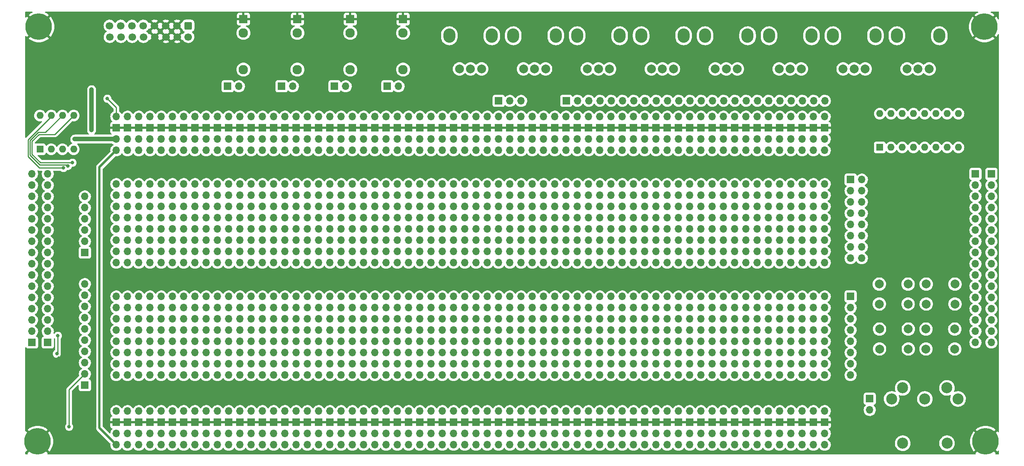
<source format=gbr>
%TF.GenerationSoftware,KiCad,Pcbnew,(6.0.0-0)*%
%TF.CreationDate,2022-11-30T22:17:17-05:00*%
%TF.ProjectId,prototype-board,70726f74-6f74-4797-9065-2d626f617264,rev?*%
%TF.SameCoordinates,Original*%
%TF.FileFunction,Copper,L2,Bot*%
%TF.FilePolarity,Positive*%
%FSLAX46Y46*%
G04 Gerber Fmt 4.6, Leading zero omitted, Abs format (unit mm)*
G04 Created by KiCad (PCBNEW (6.0.0-0)) date 2022-11-30 22:17:17*
%MOMM*%
%LPD*%
G01*
G04 APERTURE LIST*
G04 Aperture macros list*
%AMRoundRect*
0 Rectangle with rounded corners*
0 $1 Rounding radius*
0 $2 $3 $4 $5 $6 $7 $8 $9 X,Y pos of 4 corners*
0 Add a 4 corners polygon primitive as box body*
4,1,4,$2,$3,$4,$5,$6,$7,$8,$9,$2,$3,0*
0 Add four circle primitives for the rounded corners*
1,1,$1+$1,$2,$3*
1,1,$1+$1,$4,$5*
1,1,$1+$1,$6,$7*
1,1,$1+$1,$8,$9*
0 Add four rect primitives between the rounded corners*
20,1,$1+$1,$2,$3,$4,$5,0*
20,1,$1+$1,$4,$5,$6,$7,0*
20,1,$1+$1,$6,$7,$8,$9,0*
20,1,$1+$1,$8,$9,$2,$3,0*%
G04 Aperture macros list end*
%TA.AperFunction,ComponentPad*%
%ADD10C,0.800000*%
%TD*%
%TA.AperFunction,ComponentPad*%
%ADD11C,6.000000*%
%TD*%
%TA.AperFunction,ComponentPad*%
%ADD12O,2.720000X3.240000*%
%TD*%
%TA.AperFunction,ComponentPad*%
%ADD13C,2.000000*%
%TD*%
%TA.AperFunction,ComponentPad*%
%ADD14R,1.600000X1.600000*%
%TD*%
%TA.AperFunction,ComponentPad*%
%ADD15O,1.600000X1.600000*%
%TD*%
%TA.AperFunction,ComponentPad*%
%ADD16R,1.700000X1.700000*%
%TD*%
%TA.AperFunction,ComponentPad*%
%ADD17O,1.700000X1.700000*%
%TD*%
%TA.AperFunction,WasherPad*%
%ADD18C,2.499360*%
%TD*%
%TA.AperFunction,ComponentPad*%
%ADD19C,2.499360*%
%TD*%
%TA.AperFunction,ComponentPad*%
%ADD20R,1.930000X1.830000*%
%TD*%
%TA.AperFunction,ComponentPad*%
%ADD21C,2.130000*%
%TD*%
%TA.AperFunction,ComponentPad*%
%ADD22RoundRect,0.250000X-0.600000X0.600000X-0.600000X-0.600000X0.600000X-0.600000X0.600000X0.600000X0*%
%TD*%
%TA.AperFunction,ComponentPad*%
%ADD23C,1.700000*%
%TD*%
%TA.AperFunction,ViaPad*%
%ADD24C,0.800000*%
%TD*%
%TA.AperFunction,Conductor*%
%ADD25C,0.250000*%
%TD*%
%TA.AperFunction,Conductor*%
%ADD26C,1.500000*%
%TD*%
%TA.AperFunction,Conductor*%
%ADD27C,1.000000*%
%TD*%
%TA.AperFunction,Conductor*%
%ADD28C,0.500000*%
%TD*%
G04 APERTURE END LIST*
D10*
%TO.P,H4,1,1*%
%TO.N,GND*%
X41656000Y-43216000D03*
X43246990Y-43875010D03*
X43246990Y-47056990D03*
D11*
X41656000Y-45466000D03*
D10*
X40065010Y-47056990D03*
X41656000Y-47716000D03*
X43906000Y-45466000D03*
X39406000Y-45466000D03*
X40065010Y-43875010D03*
%TD*%
D12*
%TO.P,RV2,*%
%TO.N,*%
X158433714Y-47501000D03*
X148833714Y-47501000D03*
D13*
%TO.P,RV2,1,1*%
%TO.N,Net-(J9-Pad4)*%
X151133714Y-55001000D03*
%TO.P,RV2,2,2*%
%TO.N,Net-(J9-Pad5)*%
X153633714Y-55001000D03*
%TO.P,RV2,3,3*%
%TO.N,Net-(J9-Pad6)*%
X156133714Y-55001000D03*
%TD*%
D14*
%TO.P,U3,1*%
%TO.N,Net-(J12-Pad1)*%
X41920000Y-73142000D03*
D15*
%TO.P,U3,2,-*%
%TO.N,Net-(J12-Pad2)*%
X44460000Y-73142000D03*
%TO.P,U3,3,+*%
%TO.N,Net-(J12-Pad3)*%
X47000000Y-73142000D03*
%TO.P,U3,4,V-*%
%TO.N,-12V*%
X49540000Y-73142000D03*
%TO.P,U3,5,+*%
%TO.N,Net-(J12-Pad6)*%
X49540000Y-65522000D03*
%TO.P,U3,6,-*%
%TO.N,Net-(J12-Pad5)*%
X47000000Y-65522000D03*
%TO.P,U3,7*%
%TO.N,Net-(J12-Pad4)*%
X44460000Y-65522000D03*
%TO.P,U3,8,V+*%
%TO.N,+12V*%
X41920000Y-65522000D03*
%TD*%
D12*
%TO.P,RV5,*%
%TO.N,*%
X192158856Y-47501000D03*
X201758856Y-47501000D03*
D13*
%TO.P,RV5,1,1*%
%TO.N,Net-(J9-Pad13)*%
X194458856Y-55001000D03*
%TO.P,RV5,2,2*%
%TO.N,Net-(J9-Pad14)*%
X196958856Y-55001000D03*
%TO.P,RV5,3,3*%
%TO.N,Net-(J9-Pad15)*%
X199458856Y-55001000D03*
%TD*%
D16*
%TO.P,J13,1,Pin_1*%
%TO.N,/CNT_CLK*%
X52070000Y-126492000D03*
D17*
%TO.P,J13,2,Pin_2*%
%TO.N,/CNT_RESET*%
X52070000Y-123952000D03*
%TO.P,J13,3,Pin_3*%
%TO.N,Net-(J13-Pad3)*%
X52070000Y-121412000D03*
%TO.P,J13,4,Pin_4*%
%TO.N,Net-(J13-Pad4)*%
X52070000Y-118872000D03*
%TO.P,J13,5,Pin_5*%
%TO.N,Net-(J13-Pad5)*%
X52070000Y-116332000D03*
%TO.P,J13,6,Pin_6*%
%TO.N,Net-(J13-Pad6)*%
X52070000Y-113792000D03*
%TO.P,J13,7,Pin_7*%
%TO.N,Net-(J13-Pad7)*%
X52070000Y-111252000D03*
%TO.P,J13,8,Pin_8*%
%TO.N,Net-(J13-Pad8)*%
X52070000Y-108712000D03*
%TO.P,J13,9,Pin_9*%
%TO.N,Net-(J13-Pad9)*%
X52070000Y-106172000D03*
%TO.P,J13,10,Pin_10*%
%TO.N,Net-(J13-Pad10)*%
X52070000Y-103632000D03*
%TD*%
D18*
%TO.P,J19,*%
%TO.N,*%
X246809260Y-139585700D03*
X236806740Y-139585700D03*
D19*
%TO.P,J19,1*%
%TO.N,unconnected-(J19-Pad1)*%
X249306080Y-129590800D03*
%TO.P,J19,2*%
%TO.N,unconnected-(J19-Pad2)*%
X241808000Y-129588260D03*
%TO.P,J19,3*%
%TO.N,unconnected-(J19-Pad3)*%
X234309920Y-129590800D03*
%TO.P,J19,4*%
%TO.N,Net-(J19-Pad4)*%
X246804180Y-127088900D03*
%TO.P,J19,5*%
%TO.N,Net-(J19-Pad5)*%
X236811820Y-127088900D03*
%TD*%
D16*
%TO.P,J9,1,Pin_1*%
%TO.N,Net-(J9-Pad1)*%
X160792000Y-62205000D03*
D17*
%TO.P,J9,2,Pin_2*%
%TO.N,Net-(J9-Pad2)*%
X163332000Y-62205000D03*
%TO.P,J9,3,Pin_3*%
%TO.N,Net-(J9-Pad3)*%
X165872000Y-62205000D03*
%TO.P,J9,4,Pin_4*%
%TO.N,Net-(J9-Pad4)*%
X168412000Y-62205000D03*
%TO.P,J9,5,Pin_5*%
%TO.N,Net-(J9-Pad5)*%
X170952000Y-62205000D03*
%TO.P,J9,6,Pin_6*%
%TO.N,Net-(J9-Pad6)*%
X173492000Y-62205000D03*
%TO.P,J9,7,Pin_7*%
%TO.N,Net-(J9-Pad7)*%
X176032000Y-62205000D03*
%TO.P,J9,8,Pin_8*%
%TO.N,Net-(J9-Pad8)*%
X178572000Y-62205000D03*
%TO.P,J9,9,Pin_9*%
%TO.N,Net-(J9-Pad9)*%
X181112000Y-62205000D03*
%TO.P,J9,10,Pin_10*%
%TO.N,Net-(J9-Pad10)*%
X183652000Y-62205000D03*
%TO.P,J9,11,Pin_11*%
%TO.N,Net-(J9-Pad11)*%
X186192000Y-62205000D03*
%TO.P,J9,12,Pin_12*%
%TO.N,Net-(J9-Pad12)*%
X188732000Y-62205000D03*
%TO.P,J9,13,Pin_13*%
%TO.N,Net-(J9-Pad13)*%
X191272000Y-62205000D03*
%TO.P,J9,14,Pin_14*%
%TO.N,Net-(J9-Pad14)*%
X193812000Y-62205000D03*
%TO.P,J9,15,Pin_15*%
%TO.N,Net-(J9-Pad15)*%
X196352000Y-62205000D03*
%TO.P,J9,16,Pin_16*%
%TO.N,Net-(J9-Pad16)*%
X198892000Y-62205000D03*
%TO.P,J9,17,Pin_17*%
%TO.N,Net-(J9-Pad17)*%
X201432000Y-62205000D03*
%TO.P,J9,18,Pin_18*%
%TO.N,Net-(J9-Pad18)*%
X203972000Y-62205000D03*
%TO.P,J9,19,Pin_19*%
%TO.N,Net-(J9-Pad19)*%
X206512000Y-62205000D03*
%TO.P,J9,20,Pin_20*%
%TO.N,Net-(J9-Pad20)*%
X209052000Y-62205000D03*
%TO.P,J9,21,Pin_21*%
%TO.N,Net-(J9-Pad21)*%
X211592000Y-62205000D03*
%TO.P,J9,22,Pin_22*%
%TO.N,Net-(J9-Pad22)*%
X214132000Y-62205000D03*
%TO.P,J9,23,Pin_23*%
%TO.N,Net-(J9-Pad23)*%
X216672000Y-62205000D03*
%TO.P,J9,24,Pin_24*%
%TO.N,Net-(J9-Pad24)*%
X219212000Y-62205000D03*
%TD*%
D12*
%TO.P,RV7,*%
%TO.N,*%
X221042284Y-47501000D03*
X230642284Y-47501000D03*
D13*
%TO.P,RV7,1,1*%
%TO.N,Net-(J9-Pad19)*%
X223342284Y-55001000D03*
%TO.P,RV7,2,2*%
%TO.N,Net-(J9-Pad20)*%
X225842284Y-55001000D03*
%TO.P,RV7,3,3*%
%TO.N,Net-(J9-Pad21)*%
X228342284Y-55001000D03*
%TD*%
D20*
%TO.P,J2,G*%
%TO.N,GND*%
X100071000Y-43750000D03*
D21*
%TO.P,J2,S*%
%TO.N,Net-(D2-Pad2)*%
X100071000Y-46850000D03*
%TO.P,J2,T*%
X100071000Y-55150000D03*
%TD*%
D16*
%TO.P,J18,1,Pin_1*%
%TO.N,Net-(J17-Pad1)*%
X256856000Y-78740000D03*
D17*
%TO.P,J18,2,Pin_2*%
%TO.N,Net-(J17-Pad2)*%
X256856000Y-81280000D03*
%TO.P,J18,3,Pin_3*%
%TO.N,Net-(J17-Pad3)*%
X256856000Y-83820000D03*
%TO.P,J18,4,Pin_4*%
%TO.N,Net-(J17-Pad4)*%
X256856000Y-86360000D03*
%TO.P,J18,5,Pin_5*%
%TO.N,Net-(J17-Pad5)*%
X256856000Y-88900000D03*
%TO.P,J18,6,Pin_6*%
%TO.N,Net-(J17-Pad6)*%
X256856000Y-91440000D03*
%TO.P,J18,7,Pin_7*%
%TO.N,Net-(J17-Pad7)*%
X256856000Y-93980000D03*
%TO.P,J18,8,Pin_8*%
%TO.N,Net-(J17-Pad8)*%
X256856000Y-96520000D03*
%TO.P,J18,9,Pin_9*%
%TO.N,Net-(J17-Pad9)*%
X256856000Y-99060000D03*
%TO.P,J18,10,Pin_10*%
%TO.N,Net-(J17-Pad10)*%
X256856000Y-101600000D03*
%TO.P,J18,11,Pin_11*%
%TO.N,Net-(J17-Pad11)*%
X256856000Y-104140000D03*
%TO.P,J18,12,Pin_12*%
%TO.N,Net-(J17-Pad12)*%
X256856000Y-106680000D03*
%TO.P,J18,13,Pin_13*%
%TO.N,Net-(J17-Pad13)*%
X256856000Y-109220000D03*
%TO.P,J18,14,Pin_14*%
%TO.N,Net-(J17-Pad14)*%
X256856000Y-111760000D03*
%TO.P,J18,15,Pin_15*%
%TO.N,Net-(J17-Pad15)*%
X256856000Y-114300000D03*
%TO.P,J18,16,Pin_16*%
%TO.N,Net-(J17-Pad16)*%
X256856000Y-116840000D03*
%TD*%
D16*
%TO.P,J12,1,Pin_1*%
%TO.N,Net-(J12-Pad1)*%
X52070000Y-96520000D03*
D17*
%TO.P,J12,2,Pin_2*%
%TO.N,Net-(J12-Pad2)*%
X52070000Y-93980000D03*
%TO.P,J12,3,Pin_3*%
%TO.N,Net-(J12-Pad3)*%
X52070000Y-91440000D03*
%TO.P,J12,4,Pin_4*%
%TO.N,Net-(J12-Pad4)*%
X52070000Y-88900000D03*
%TO.P,J12,5,Pin_5*%
%TO.N,Net-(J12-Pad5)*%
X52070000Y-86360000D03*
%TO.P,J12,6,Pin_6*%
%TO.N,Net-(J12-Pad6)*%
X52070000Y-83820000D03*
%TD*%
D13*
%TO.P,SW3,1,1*%
%TO.N,Net-(J21-Pad3)*%
X242114000Y-103632000D03*
X248614000Y-103632000D03*
%TO.P,SW3,2,2*%
%TO.N,Net-(J21-Pad4)*%
X248614000Y-108132000D03*
X242114000Y-108132000D03*
%TD*%
D16*
%TO.P,J10,1,Pin_1*%
%TO.N,Net-(D5-Pad2)*%
X145542000Y-62230000D03*
D17*
%TO.P,J10,2,Pin_2*%
%TO.N,Net-(D11-Pad2)*%
X148082000Y-62230000D03*
%TO.P,J10,3,Pin_3*%
%TO.N,Net-(D12-Pad2)*%
X150622000Y-62230000D03*
%TD*%
D12*
%TO.P,RV3,*%
%TO.N,*%
X172875428Y-47501000D03*
X163275428Y-47501000D03*
D13*
%TO.P,RV3,1,1*%
%TO.N,Net-(J9-Pad7)*%
X165575428Y-55001000D03*
%TO.P,RV3,2,2*%
%TO.N,Net-(J9-Pad8)*%
X168075428Y-55001000D03*
%TO.P,RV3,3,3*%
%TO.N,Net-(J9-Pad9)*%
X170575428Y-55001000D03*
%TD*%
D16*
%TO.P,J1,1,Pin_1*%
%TO.N,Net-(D1-Pad2)*%
X84328000Y-58928000D03*
D17*
%TO.P,J1,2,Pin_2*%
X86868000Y-58928000D03*
%TD*%
D16*
%TO.P,J4,1,Pin_1*%
%TO.N,Net-(D2-Pad2)*%
X96515000Y-58928000D03*
D17*
%TO.P,J4,2,Pin_2*%
X99055000Y-58928000D03*
%TD*%
D20*
%TO.P,J5,G*%
%TO.N,GND*%
X112014000Y-43750000D03*
D21*
%TO.P,J5,S*%
%TO.N,Net-(D3-Pad2)*%
X112014000Y-46850000D03*
%TO.P,J5,T*%
X112014000Y-55150000D03*
%TD*%
D10*
%TO.P,H2,1,1*%
%TO.N,GND*%
X256860990Y-47056990D03*
X255270000Y-47716000D03*
X255270000Y-43216000D03*
X253679010Y-47056990D03*
X253679010Y-43875010D03*
X256860990Y-43875010D03*
X257520000Y-45466000D03*
X253020000Y-45466000D03*
D11*
X255270000Y-45466000D03*
%TD*%
D10*
%TO.P,H3,1,1*%
%TO.N,GND*%
X42992990Y-137601010D03*
X39152000Y-139192000D03*
X41402000Y-141442000D03*
X39811010Y-140782990D03*
X42992990Y-140782990D03*
X43652000Y-139192000D03*
X39811010Y-137601010D03*
D11*
X41402000Y-139192000D03*
D10*
X41402000Y-136942000D03*
%TD*%
D12*
%TO.P,RV8,*%
%TO.N,*%
X235484000Y-47501000D03*
X245084000Y-47501000D03*
D13*
%TO.P,RV8,1,1*%
%TO.N,Net-(J9-Pad22)*%
X237784000Y-55001000D03*
%TO.P,RV8,2,2*%
%TO.N,Net-(J9-Pad23)*%
X240284000Y-55001000D03*
%TO.P,RV8,3,3*%
%TO.N,Net-(J9-Pad24)*%
X242784000Y-55001000D03*
%TD*%
D12*
%TO.P,RV4,*%
%TO.N,*%
X187317142Y-47501000D03*
X177717142Y-47501000D03*
D13*
%TO.P,RV4,1,1*%
%TO.N,Net-(J9-Pad10)*%
X180017142Y-55001000D03*
%TO.P,RV4,2,2*%
%TO.N,Net-(J9-Pad11)*%
X182517142Y-55001000D03*
%TO.P,RV4,3,3*%
%TO.N,Net-(J9-Pad12)*%
X185017142Y-55001000D03*
%TD*%
D14*
%TO.P,SW1,1*%
%TO.N,Net-(J11-Pad2)*%
X231623000Y-72737250D03*
D15*
%TO.P,SW1,2*%
%TO.N,Net-(J11-Pad4)*%
X234163000Y-72737250D03*
%TO.P,SW1,3*%
%TO.N,Net-(J11-Pad6)*%
X236703000Y-72737250D03*
%TO.P,SW1,4*%
%TO.N,Net-(J11-Pad8)*%
X239243000Y-72737250D03*
%TO.P,SW1,5*%
%TO.N,Net-(J11-Pad10)*%
X241783000Y-72737250D03*
%TO.P,SW1,6*%
%TO.N,Net-(J11-Pad12)*%
X244323000Y-72737250D03*
%TO.P,SW1,7*%
%TO.N,Net-(J11-Pad14)*%
X246863000Y-72737250D03*
%TO.P,SW1,8*%
%TO.N,Net-(J11-Pad16)*%
X249403000Y-72737250D03*
%TO.P,SW1,9*%
%TO.N,Net-(J11-Pad15)*%
X249403000Y-65117250D03*
%TO.P,SW1,10*%
%TO.N,Net-(J11-Pad13)*%
X246863000Y-65117250D03*
%TO.P,SW1,11*%
%TO.N,Net-(J11-Pad11)*%
X244323000Y-65117250D03*
%TO.P,SW1,12*%
%TO.N,Net-(J11-Pad9)*%
X241783000Y-65117250D03*
%TO.P,SW1,13*%
%TO.N,Net-(J11-Pad7)*%
X239243000Y-65117250D03*
%TO.P,SW1,14*%
%TO.N,Net-(J11-Pad5)*%
X236703000Y-65117250D03*
%TO.P,SW1,15*%
%TO.N,Net-(J11-Pad3)*%
X234163000Y-65117250D03*
%TO.P,SW1,16*%
%TO.N,Net-(J11-Pad1)*%
X231623000Y-65117250D03*
%TD*%
D16*
%TO.P,J6,1,Pin_1*%
%TO.N,Net-(D3-Pad2)*%
X108458000Y-58928000D03*
D17*
%TO.P,J6,2,Pin_2*%
X110998000Y-58928000D03*
%TD*%
D16*
%TO.P,J20,1,Pin_1*%
%TO.N,Net-(J19-Pad4)*%
X229362000Y-129543890D03*
D17*
%TO.P,J20,2,Pin_2*%
%TO.N,Net-(J19-Pad5)*%
X229362000Y-132083890D03*
%TD*%
D22*
%TO.P,U1,1,-12V*%
%TO.N,-12V*%
X75438000Y-45224000D03*
D23*
X75438000Y-47764000D03*
%TO.P,U1,2,GND*%
%TO.N,GND*%
X72910000Y-47764000D03*
X72898000Y-45224000D03*
%TO.P,U1,3,GND*%
X70358000Y-45224000D03*
X70370000Y-47764000D03*
%TO.P,U1,4,GND*%
X67830000Y-47764000D03*
X67818000Y-45224000D03*
%TO.P,U1,5,12V*%
%TO.N,+12V*%
X65278000Y-45224000D03*
X65290000Y-47764000D03*
%TO.P,U1,6,5V*%
%TO.N,+5V*%
X62750000Y-47764000D03*
X62738000Y-45224000D03*
%TO.P,U1,7,CV*%
%TO.N,CV*%
X60198000Y-45224000D03*
X60210000Y-47764000D03*
%TO.P,U1,8,GATE*%
%TO.N,GATE*%
X57670000Y-47764000D03*
X57658000Y-45224000D03*
%TD*%
D12*
%TO.P,RV1,*%
%TO.N,*%
X134392000Y-47501000D03*
X143992000Y-47501000D03*
D13*
%TO.P,RV1,1,1*%
%TO.N,Net-(J9-Pad1)*%
X136692000Y-55001000D03*
%TO.P,RV1,2,2*%
%TO.N,Net-(J9-Pad2)*%
X139192000Y-55001000D03*
%TO.P,RV1,3,3*%
%TO.N,Net-(J9-Pad3)*%
X141692000Y-55001000D03*
%TD*%
%TO.P,SW5,1,1*%
%TO.N,Net-(J21-Pad7)*%
X242062000Y-113792000D03*
X248562000Y-113792000D03*
%TO.P,SW5,2,2*%
%TO.N,Net-(J21-Pad8)*%
X248562000Y-118292000D03*
X242062000Y-118292000D03*
%TD*%
D16*
%TO.P,J15,1,Pin_1*%
%TO.N,Net-(J15-Pad1)*%
X43688000Y-116840000D03*
D17*
%TO.P,J15,2,Pin_2*%
%TO.N,Net-(J15-Pad2)*%
X43688000Y-114300000D03*
%TO.P,J15,3,Pin_3*%
%TO.N,Net-(J15-Pad3)*%
X43688000Y-111760000D03*
%TO.P,J15,4,Pin_4*%
%TO.N,Net-(J15-Pad4)*%
X43688000Y-109220000D03*
%TO.P,J15,5,Pin_5*%
%TO.N,Net-(J15-Pad5)*%
X43688000Y-106680000D03*
%TO.P,J15,6,Pin_6*%
%TO.N,Net-(J15-Pad6)*%
X43688000Y-104140000D03*
%TO.P,J15,7,Pin_7*%
%TO.N,Net-(J15-Pad7)*%
X43688000Y-101600000D03*
%TO.P,J15,8,Pin_8*%
%TO.N,Net-(J15-Pad8)*%
X43688000Y-99060000D03*
%TO.P,J15,9,Pin_9*%
%TO.N,Net-(J15-Pad9)*%
X43688000Y-96520000D03*
%TO.P,J15,10,Pin_10*%
%TO.N,Net-(J15-Pad10)*%
X43688000Y-93980000D03*
%TO.P,J15,11,Pin_11*%
%TO.N,Net-(J15-Pad11)*%
X43688000Y-91440000D03*
%TO.P,J15,12,Pin_12*%
%TO.N,Net-(J15-Pad12)*%
X43688000Y-88900000D03*
%TO.P,J15,13,Pin_13*%
%TO.N,Net-(J15-Pad13)*%
X43688000Y-86360000D03*
%TO.P,J15,14,Pin_14*%
%TO.N,Net-(J15-Pad14)*%
X43688000Y-83820000D03*
%TO.P,J15,15,Pin_15*%
%TO.N,Net-(J15-Pad15)*%
X43688000Y-81280000D03*
%TO.P,J15,16,Pin_16*%
%TO.N,Net-(J15-Pad16)*%
X43688000Y-78740000D03*
%TD*%
D16*
%TO.P,J11,1,Pin_1*%
%TO.N,Net-(J11-Pad1)*%
X225044000Y-80010000D03*
D17*
%TO.P,J11,2,Pin_2*%
%TO.N,Net-(J11-Pad2)*%
X227584000Y-80010000D03*
%TO.P,J11,3,Pin_3*%
%TO.N,Net-(J11-Pad3)*%
X225044000Y-82550000D03*
%TO.P,J11,4,Pin_4*%
%TO.N,Net-(J11-Pad4)*%
X227584000Y-82550000D03*
%TO.P,J11,5,Pin_5*%
%TO.N,Net-(J11-Pad5)*%
X225044000Y-85090000D03*
%TO.P,J11,6,Pin_6*%
%TO.N,Net-(J11-Pad6)*%
X227584000Y-85090000D03*
%TO.P,J11,7,Pin_7*%
%TO.N,Net-(J11-Pad7)*%
X225044000Y-87630000D03*
%TO.P,J11,8,Pin_8*%
%TO.N,Net-(J11-Pad8)*%
X227584000Y-87630000D03*
%TO.P,J11,9,Pin_9*%
%TO.N,Net-(J11-Pad9)*%
X225044000Y-90170000D03*
%TO.P,J11,10,Pin_10*%
%TO.N,Net-(J11-Pad10)*%
X227584000Y-90170000D03*
%TO.P,J11,11,Pin_11*%
%TO.N,Net-(J11-Pad11)*%
X225044000Y-92710000D03*
%TO.P,J11,12,Pin_12*%
%TO.N,Net-(J11-Pad12)*%
X227584000Y-92710000D03*
%TO.P,J11,13,Pin_13*%
%TO.N,Net-(J11-Pad13)*%
X225044000Y-95250000D03*
%TO.P,J11,14,Pin_14*%
%TO.N,Net-(J11-Pad14)*%
X227584000Y-95250000D03*
%TO.P,J11,15,Pin_15*%
%TO.N,Net-(J11-Pad15)*%
X225044000Y-97790000D03*
%TO.P,J11,16,Pin_16*%
%TO.N,Net-(J11-Pad16)*%
X227584000Y-97790000D03*
%TD*%
D16*
%TO.P,J16,1,Pin_1*%
%TO.N,Net-(J15-Pad1)*%
X40132000Y-116840000D03*
D17*
%TO.P,J16,2,Pin_2*%
%TO.N,Net-(J15-Pad2)*%
X40132000Y-114300000D03*
%TO.P,J16,3,Pin_3*%
%TO.N,Net-(J15-Pad3)*%
X40132000Y-111760000D03*
%TO.P,J16,4,Pin_4*%
%TO.N,Net-(J15-Pad4)*%
X40132000Y-109220000D03*
%TO.P,J16,5,Pin_5*%
%TO.N,Net-(J15-Pad5)*%
X40132000Y-106680000D03*
%TO.P,J16,6,Pin_6*%
%TO.N,Net-(J15-Pad6)*%
X40132000Y-104140000D03*
%TO.P,J16,7,Pin_7*%
%TO.N,Net-(J15-Pad7)*%
X40132000Y-101600000D03*
%TO.P,J16,8,Pin_8*%
%TO.N,Net-(J15-Pad8)*%
X40132000Y-99060000D03*
%TO.P,J16,9,Pin_9*%
%TO.N,Net-(J15-Pad9)*%
X40132000Y-96520000D03*
%TO.P,J16,10,Pin_10*%
%TO.N,Net-(J15-Pad10)*%
X40132000Y-93980000D03*
%TO.P,J16,11,Pin_11*%
%TO.N,Net-(J15-Pad11)*%
X40132000Y-91440000D03*
%TO.P,J16,12,Pin_12*%
%TO.N,Net-(J15-Pad12)*%
X40132000Y-88900000D03*
%TO.P,J16,13,Pin_13*%
%TO.N,Net-(J15-Pad13)*%
X40132000Y-86360000D03*
%TO.P,J16,14,Pin_14*%
%TO.N,Net-(J15-Pad14)*%
X40132000Y-83820000D03*
%TO.P,J16,15,Pin_15*%
%TO.N,Net-(J15-Pad15)*%
X40132000Y-81280000D03*
%TO.P,J16,16,Pin_16*%
%TO.N,Net-(J15-Pad16)*%
X40132000Y-78740000D03*
%TD*%
D16*
%TO.P,J21,1,Pin_1*%
%TO.N,Net-(J21-Pad1)*%
X225044000Y-106426000D03*
D17*
%TO.P,J21,2,Pin_2*%
%TO.N,Net-(J21-Pad2)*%
X225044000Y-108966000D03*
%TO.P,J21,3,Pin_3*%
%TO.N,Net-(J21-Pad3)*%
X225044000Y-111506000D03*
%TO.P,J21,4,Pin_4*%
%TO.N,Net-(J21-Pad4)*%
X225044000Y-114046000D03*
%TO.P,J21,5,Pin_5*%
%TO.N,Net-(J21-Pad5)*%
X225044000Y-116586000D03*
%TO.P,J21,6,Pin_6*%
%TO.N,Net-(J21-Pad6)*%
X225044000Y-119126000D03*
%TO.P,J21,7,Pin_7*%
%TO.N,Net-(J21-Pad7)*%
X225044000Y-121666000D03*
%TO.P,J21,8,Pin_8*%
%TO.N,Net-(J21-Pad8)*%
X225044000Y-124206000D03*
%TD*%
D20*
%TO.P,J3,G*%
%TO.N,GND*%
X87884000Y-43750000D03*
D21*
%TO.P,J3,S*%
%TO.N,Net-(D1-Pad2)*%
X87884000Y-46850000D03*
%TO.P,J3,T*%
X87884000Y-55150000D03*
%TD*%
D10*
%TO.P,H1,1,1*%
%TO.N,GND*%
X257114990Y-137601010D03*
X255524000Y-136942000D03*
X255524000Y-141442000D03*
X253933010Y-137601010D03*
X257114990Y-140782990D03*
X253274000Y-139192000D03*
X257774000Y-139192000D03*
X253933010Y-140782990D03*
D11*
X255524000Y-139192000D03*
%TD*%
D16*
%TO.P,J17,1,Pin_1*%
%TO.N,Net-(J17-Pad1)*%
X253238000Y-78740000D03*
D17*
%TO.P,J17,2,Pin_2*%
%TO.N,Net-(J17-Pad2)*%
X253238000Y-81280000D03*
%TO.P,J17,3,Pin_3*%
%TO.N,Net-(J17-Pad3)*%
X253238000Y-83820000D03*
%TO.P,J17,4,Pin_4*%
%TO.N,Net-(J17-Pad4)*%
X253238000Y-86360000D03*
%TO.P,J17,5,Pin_5*%
%TO.N,Net-(J17-Pad5)*%
X253238000Y-88900000D03*
%TO.P,J17,6,Pin_6*%
%TO.N,Net-(J17-Pad6)*%
X253238000Y-91440000D03*
%TO.P,J17,7,Pin_7*%
%TO.N,Net-(J17-Pad7)*%
X253238000Y-93980000D03*
%TO.P,J17,8,Pin_8*%
%TO.N,Net-(J17-Pad8)*%
X253238000Y-96520000D03*
%TO.P,J17,9,Pin_9*%
%TO.N,Net-(J17-Pad9)*%
X253238000Y-99060000D03*
%TO.P,J17,10,Pin_10*%
%TO.N,Net-(J17-Pad10)*%
X253238000Y-101600000D03*
%TO.P,J17,11,Pin_11*%
%TO.N,Net-(J17-Pad11)*%
X253238000Y-104140000D03*
%TO.P,J17,12,Pin_12*%
%TO.N,Net-(J17-Pad12)*%
X253238000Y-106680000D03*
%TO.P,J17,13,Pin_13*%
%TO.N,Net-(J17-Pad13)*%
X253238000Y-109220000D03*
%TO.P,J17,14,Pin_14*%
%TO.N,Net-(J17-Pad14)*%
X253238000Y-111760000D03*
%TO.P,J17,15,Pin_15*%
%TO.N,Net-(J17-Pad15)*%
X253238000Y-114300000D03*
%TO.P,J17,16,Pin_16*%
%TO.N,Net-(J17-Pad16)*%
X253238000Y-116840000D03*
%TD*%
%TO.P,REF\u002A\u002A,-12V*%
%TO.N,-12V*%
X87122000Y-132334000D03*
X137922000Y-132334000D03*
X150622000Y-65786000D03*
X170942000Y-132334000D03*
X117602000Y-132334000D03*
X216662000Y-65786000D03*
X89662000Y-65786000D03*
X178562000Y-132334000D03*
X140462000Y-65786000D03*
X196342000Y-65786000D03*
X127762000Y-65786000D03*
X198882000Y-65786000D03*
X163322000Y-132334000D03*
X193802000Y-65786000D03*
X66802000Y-132334000D03*
X155702000Y-132334000D03*
X59182000Y-132334000D03*
X97282000Y-132334000D03*
X137922000Y-65786000D03*
X160782000Y-132334000D03*
X122682000Y-132334000D03*
X203962000Y-132334000D03*
X206502000Y-132334000D03*
X125222000Y-132334000D03*
X92202000Y-132334000D03*
X87122000Y-65786000D03*
X143002000Y-65786000D03*
X59182000Y-65786000D03*
X69342000Y-132334000D03*
X155702000Y-65786000D03*
X99822000Y-65786000D03*
X173482000Y-65786000D03*
X107442000Y-65786000D03*
X125222000Y-65786000D03*
X153162000Y-65786000D03*
X165862000Y-132334000D03*
X188722000Y-132334000D03*
X104902000Y-132334000D03*
X94742000Y-65786000D03*
X71882000Y-132334000D03*
X145542000Y-132334000D03*
X71882000Y-65786000D03*
X122682000Y-65786000D03*
X112522000Y-65786000D03*
X181102000Y-65786000D03*
X102362000Y-132334000D03*
X209042000Y-132334000D03*
X163322000Y-65786000D03*
X61722000Y-65786000D03*
X150622000Y-132334000D03*
X206502000Y-65786000D03*
X109982000Y-65786000D03*
X193802000Y-132334000D03*
X94742000Y-132334000D03*
X92202000Y-65786000D03*
X120142000Y-132334000D03*
X97282000Y-65786000D03*
X176022000Y-65786000D03*
X109982000Y-132334000D03*
X173482000Y-132334000D03*
X84582000Y-132334000D03*
X135382000Y-65786000D03*
X143002000Y-132334000D03*
X130302000Y-65786000D03*
X211582000Y-65786000D03*
X153162000Y-132334000D03*
X181102000Y-132334000D03*
X115062000Y-132334000D03*
X117602000Y-65786000D03*
X61722000Y-132334000D03*
X203962000Y-65786000D03*
X66802000Y-65786000D03*
X214122000Y-65786000D03*
X69342000Y-65786000D03*
X186182000Y-132334000D03*
X148082000Y-65786000D03*
X160782000Y-65786000D03*
X209042000Y-65786000D03*
X76962000Y-65786000D03*
X158242000Y-132334000D03*
X135382000Y-132334000D03*
X168402000Y-65786000D03*
X112522000Y-132334000D03*
X104902000Y-65786000D03*
X107442000Y-132334000D03*
X76962000Y-132334000D03*
X201422000Y-65786000D03*
X140462000Y-132334000D03*
X132842000Y-132334000D03*
X120142000Y-65786000D03*
X191262000Y-65786000D03*
X148082000Y-132334000D03*
X183642000Y-132334000D03*
X74422000Y-65786000D03*
X79502000Y-132334000D03*
X216662000Y-132334000D03*
X89662000Y-132334000D03*
X132842000Y-65786000D03*
X201422000Y-132334000D03*
X165862000Y-65786000D03*
X211582000Y-132334000D03*
X82042000Y-132334000D03*
X219202000Y-132334000D03*
X158242000Y-65786000D03*
X64262000Y-65786000D03*
X102362000Y-65786000D03*
X186182000Y-65786000D03*
X170942000Y-65786000D03*
X168402000Y-132334000D03*
X196342000Y-132334000D03*
X191262000Y-132334000D03*
X84582000Y-65786000D03*
X74422000Y-132334000D03*
X115062000Y-65786000D03*
X64262000Y-132334000D03*
X176022000Y-132334000D03*
X188722000Y-65786000D03*
X178562000Y-65786000D03*
X145542000Y-65786000D03*
X183642000Y-65786000D03*
X214122000Y-132334000D03*
X130302000Y-132334000D03*
X198882000Y-132334000D03*
X79502000Y-65786000D03*
X99822000Y-132334000D03*
X219202000Y-65786000D03*
X82042000Y-65786000D03*
X127762000Y-132334000D03*
%TO.P,REF\u002A\u002A,1*%
%TO.N,N/C*%
X59182000Y-93726000D03*
X59182000Y-121666000D03*
X59182000Y-83566000D03*
X59182000Y-98806000D03*
X59182000Y-81026000D03*
X59182000Y-91186000D03*
X59182000Y-88646000D03*
X59182000Y-119126000D03*
X59182000Y-124206000D03*
X59182000Y-108966000D03*
X59182000Y-106426000D03*
X59182000Y-111506000D03*
X59182000Y-114046000D03*
X59182000Y-96266000D03*
X59182000Y-86106000D03*
X59182000Y-116586000D03*
%TO.P,REF\u002A\u002A,2*%
X61722000Y-93726000D03*
X61722000Y-83566000D03*
X61722000Y-88646000D03*
X61722000Y-116586000D03*
X61722000Y-81026000D03*
X61722000Y-86106000D03*
X61722000Y-91186000D03*
X61722000Y-119126000D03*
X61722000Y-106426000D03*
X61722000Y-111506000D03*
X61722000Y-96266000D03*
X61722000Y-114046000D03*
X61722000Y-124206000D03*
X61722000Y-121666000D03*
X61722000Y-108966000D03*
X61722000Y-98806000D03*
%TO.P,REF\u002A\u002A,3*%
X64262000Y-81026000D03*
X64262000Y-86106000D03*
X64262000Y-116586000D03*
X64262000Y-83566000D03*
X64262000Y-114046000D03*
X64262000Y-93726000D03*
X64262000Y-108966000D03*
X64262000Y-119126000D03*
X64262000Y-121666000D03*
X64262000Y-88646000D03*
X64262000Y-96266000D03*
X64262000Y-98806000D03*
X64262000Y-111506000D03*
X64262000Y-124206000D03*
X64262000Y-106426000D03*
X64262000Y-91186000D03*
%TO.P,REF\u002A\u002A,4*%
X66802000Y-124206000D03*
X66802000Y-119126000D03*
X66802000Y-93726000D03*
X66802000Y-111506000D03*
X66802000Y-108966000D03*
X66802000Y-83566000D03*
X66802000Y-114046000D03*
X66802000Y-91186000D03*
X66802000Y-81026000D03*
X66802000Y-106426000D03*
X66802000Y-98806000D03*
X66802000Y-121666000D03*
X66802000Y-86106000D03*
X66802000Y-88646000D03*
X66802000Y-96266000D03*
X66802000Y-116586000D03*
%TO.P,REF\u002A\u002A,5*%
X69342000Y-96266000D03*
X69342000Y-81026000D03*
X69342000Y-124206000D03*
X69342000Y-116586000D03*
X69342000Y-91186000D03*
X69342000Y-93726000D03*
X69342000Y-106426000D03*
X69342000Y-108966000D03*
X69342000Y-121666000D03*
X69342000Y-98806000D03*
X69342000Y-88646000D03*
X69342000Y-111506000D03*
X69342000Y-83566000D03*
X69342000Y-86106000D03*
X69342000Y-114046000D03*
X69342000Y-119126000D03*
%TO.P,REF\u002A\u002A,5V*%
%TO.N,+5V*%
X165862000Y-139954000D03*
X74422000Y-73406000D03*
X170942000Y-73406000D03*
X61722000Y-139954000D03*
X66802000Y-73406000D03*
X71882000Y-73406000D03*
X219202000Y-73406000D03*
X112522000Y-73406000D03*
X214122000Y-139954000D03*
X127762000Y-73406000D03*
X59182000Y-73406000D03*
X99822000Y-73406000D03*
X112522000Y-139954000D03*
X107442000Y-139954000D03*
X104902000Y-73406000D03*
X104902000Y-139954000D03*
X66802000Y-139954000D03*
X64262000Y-139954000D03*
X173482000Y-73406000D03*
X99822000Y-139954000D03*
X214122000Y-73406000D03*
X168402000Y-139954000D03*
X196342000Y-139954000D03*
X127762000Y-139954000D03*
X193802000Y-139954000D03*
X132842000Y-139954000D03*
X92202000Y-73406000D03*
X155702000Y-139954000D03*
X74422000Y-139954000D03*
X122682000Y-139954000D03*
X94742000Y-139954000D03*
X188722000Y-139954000D03*
X102362000Y-73406000D03*
X203962000Y-139954000D03*
X173482000Y-139954000D03*
X183642000Y-73406000D03*
X135382000Y-73406000D03*
X158242000Y-139954000D03*
X209042000Y-139954000D03*
X140462000Y-73406000D03*
X143002000Y-73406000D03*
X130302000Y-139954000D03*
X206502000Y-139954000D03*
X107442000Y-73406000D03*
X145542000Y-73406000D03*
X82042000Y-73406000D03*
X163322000Y-139954000D03*
X79502000Y-139954000D03*
X201422000Y-139954000D03*
X120142000Y-73406000D03*
X109982000Y-73406000D03*
X145542000Y-139954000D03*
X125222000Y-73406000D03*
X158242000Y-73406000D03*
X219202000Y-139954000D03*
X115062000Y-73406000D03*
X69342000Y-73406000D03*
X120142000Y-139954000D03*
X211582000Y-139954000D03*
X178562000Y-139954000D03*
X137922000Y-73406000D03*
X211582000Y-73406000D03*
X76962000Y-73406000D03*
X191262000Y-139954000D03*
X183642000Y-139954000D03*
X186182000Y-139954000D03*
X181102000Y-139954000D03*
X117602000Y-139954000D03*
X115062000Y-139954000D03*
X97282000Y-139954000D03*
X122682000Y-73406000D03*
X89662000Y-73406000D03*
X176022000Y-139954000D03*
X69342000Y-139954000D03*
X84582000Y-139954000D03*
X168402000Y-73406000D03*
X150622000Y-139954000D03*
X148082000Y-73406000D03*
X137922000Y-139954000D03*
X155702000Y-73406000D03*
X135382000Y-139954000D03*
X125222000Y-139954000D03*
X150622000Y-73406000D03*
X71882000Y-139954000D03*
X64262000Y-73406000D03*
X163322000Y-73406000D03*
X59182000Y-139954000D03*
X82042000Y-139954000D03*
X130302000Y-73406000D03*
X89662000Y-139954000D03*
X160782000Y-73406000D03*
X109982000Y-139954000D03*
X76962000Y-139954000D03*
X203962000Y-73406000D03*
X148082000Y-139954000D03*
X216662000Y-139954000D03*
X140462000Y-139954000D03*
X153162000Y-139954000D03*
X216662000Y-73406000D03*
X87122000Y-139954000D03*
X170942000Y-139954000D03*
X84582000Y-73406000D03*
X181102000Y-73406000D03*
X153162000Y-73406000D03*
X186182000Y-73406000D03*
X61722000Y-73406000D03*
X79502000Y-73406000D03*
X198882000Y-73406000D03*
X206502000Y-73406000D03*
X92202000Y-139954000D03*
X191262000Y-73406000D03*
X176022000Y-73406000D03*
X102362000Y-139954000D03*
X188722000Y-73406000D03*
X87122000Y-73406000D03*
X178562000Y-73406000D03*
X97282000Y-73406000D03*
X198882000Y-139954000D03*
X143002000Y-139954000D03*
X160782000Y-139954000D03*
X209042000Y-73406000D03*
X193802000Y-73406000D03*
X94742000Y-73406000D03*
X165862000Y-73406000D03*
X196342000Y-73406000D03*
X117602000Y-73406000D03*
X132842000Y-73406000D03*
X201422000Y-73406000D03*
%TO.P,REF\u002A\u002A,6*%
%TO.N,N/C*%
X71882000Y-96266000D03*
X71882000Y-106426000D03*
X71882000Y-111506000D03*
X71882000Y-83566000D03*
X71882000Y-114046000D03*
X71882000Y-93726000D03*
X71882000Y-121666000D03*
X71882000Y-91186000D03*
X71882000Y-119126000D03*
X71882000Y-86106000D03*
X71882000Y-108966000D03*
X71882000Y-88646000D03*
X71882000Y-116586000D03*
X71882000Y-81026000D03*
X71882000Y-124206000D03*
X71882000Y-98806000D03*
%TO.P,REF\u002A\u002A,7*%
X74422000Y-124206000D03*
X74422000Y-108966000D03*
X74422000Y-93726000D03*
X74422000Y-83566000D03*
X74422000Y-98806000D03*
X74422000Y-119126000D03*
X74422000Y-91186000D03*
X74422000Y-81026000D03*
X74422000Y-86106000D03*
X74422000Y-111506000D03*
X74422000Y-88646000D03*
X74422000Y-114046000D03*
X74422000Y-96266000D03*
X74422000Y-116586000D03*
X74422000Y-121666000D03*
X74422000Y-106426000D03*
%TO.P,REF\u002A\u002A,8*%
X76962000Y-93726000D03*
X76962000Y-86106000D03*
X76962000Y-108966000D03*
X76962000Y-106426000D03*
X76962000Y-121666000D03*
X76962000Y-124206000D03*
X76962000Y-114046000D03*
X76962000Y-98806000D03*
X76962000Y-81026000D03*
X76962000Y-96266000D03*
X76962000Y-116586000D03*
X76962000Y-83566000D03*
X76962000Y-111506000D03*
X76962000Y-119126000D03*
X76962000Y-88646000D03*
X76962000Y-91186000D03*
%TO.P,REF\u002A\u002A,9*%
X79502000Y-114046000D03*
X79502000Y-116586000D03*
X79502000Y-91186000D03*
X79502000Y-98806000D03*
X79502000Y-86106000D03*
X79502000Y-111506000D03*
X79502000Y-81026000D03*
X79502000Y-108966000D03*
X79502000Y-83566000D03*
X79502000Y-88646000D03*
X79502000Y-119126000D03*
X79502000Y-121666000D03*
X79502000Y-93726000D03*
X79502000Y-124206000D03*
X79502000Y-106426000D03*
X79502000Y-96266000D03*
%TO.P,REF\u002A\u002A,10*%
X82042000Y-106426000D03*
X82042000Y-88646000D03*
X82042000Y-119126000D03*
X82042000Y-81026000D03*
X82042000Y-124206000D03*
X82042000Y-114046000D03*
X82042000Y-111506000D03*
X82042000Y-98806000D03*
X82042000Y-83566000D03*
X82042000Y-93726000D03*
X82042000Y-108966000D03*
X82042000Y-96266000D03*
X82042000Y-121666000D03*
X82042000Y-91186000D03*
X82042000Y-86106000D03*
X82042000Y-116586000D03*
%TO.P,REF\u002A\u002A,11*%
X84582000Y-111506000D03*
X84582000Y-88646000D03*
X84582000Y-81026000D03*
X84582000Y-98806000D03*
X84582000Y-121666000D03*
X84582000Y-86106000D03*
X84582000Y-106426000D03*
X84582000Y-119126000D03*
X84582000Y-93726000D03*
X84582000Y-83566000D03*
X84582000Y-124206000D03*
X84582000Y-116586000D03*
X84582000Y-114046000D03*
X84582000Y-96266000D03*
X84582000Y-91186000D03*
X84582000Y-108966000D03*
%TO.P,REF\u002A\u002A,12*%
X87122000Y-96266000D03*
X87122000Y-91186000D03*
X87122000Y-83566000D03*
X87122000Y-98806000D03*
X87122000Y-106426000D03*
X87122000Y-116586000D03*
X87122000Y-108966000D03*
X87122000Y-81026000D03*
X87122000Y-111506000D03*
X87122000Y-86106000D03*
X87122000Y-114046000D03*
X87122000Y-119126000D03*
X87122000Y-121666000D03*
X87122000Y-124206000D03*
X87122000Y-88646000D03*
X87122000Y-93726000D03*
%TO.P,REF\u002A\u002A,12V*%
%TO.N,+12V*%
X211582000Y-137414000D03*
X64262000Y-137414000D03*
X117602000Y-137414000D03*
X109982000Y-70866000D03*
X104902000Y-70866000D03*
X107442000Y-137414000D03*
X99822000Y-70866000D03*
X214122000Y-70866000D03*
X117602000Y-70866000D03*
X186182000Y-137414000D03*
X170942000Y-70866000D03*
X115062000Y-137414000D03*
X94742000Y-137414000D03*
X143002000Y-70866000D03*
X127762000Y-137414000D03*
X181102000Y-70866000D03*
X137922000Y-70866000D03*
X188722000Y-70866000D03*
X92202000Y-137414000D03*
X150622000Y-137414000D03*
X153162000Y-70866000D03*
X59182000Y-70866000D03*
X168402000Y-70866000D03*
X69342000Y-70866000D03*
X102362000Y-137414000D03*
X181102000Y-137414000D03*
X163322000Y-70866000D03*
X120142000Y-137414000D03*
X79502000Y-70866000D03*
X160782000Y-70866000D03*
X122682000Y-137414000D03*
X191262000Y-70866000D03*
X71882000Y-137414000D03*
X92202000Y-70866000D03*
X193802000Y-137414000D03*
X155702000Y-137414000D03*
X183642000Y-137414000D03*
X153162000Y-137414000D03*
X97282000Y-137414000D03*
X112522000Y-70866000D03*
X66802000Y-137414000D03*
X82042000Y-70866000D03*
X74422000Y-70866000D03*
X61722000Y-137414000D03*
X143002000Y-137414000D03*
X87122000Y-137414000D03*
X87122000Y-70866000D03*
X203962000Y-137414000D03*
X115062000Y-70866000D03*
X112522000Y-137414000D03*
X84582000Y-70866000D03*
X219202000Y-70866000D03*
X206502000Y-70866000D03*
X94742000Y-70866000D03*
X122682000Y-70866000D03*
X188722000Y-137414000D03*
X120142000Y-70866000D03*
X125222000Y-70866000D03*
X173482000Y-70866000D03*
X201422000Y-137414000D03*
X104902000Y-137414000D03*
X201422000Y-70866000D03*
X196342000Y-137414000D03*
X219202000Y-137414000D03*
X216662000Y-137414000D03*
X198882000Y-70866000D03*
X148082000Y-137414000D03*
X135382000Y-70866000D03*
X211582000Y-70866000D03*
X102362000Y-70866000D03*
X214122000Y-137414000D03*
X130302000Y-137414000D03*
X183642000Y-70866000D03*
X209042000Y-70866000D03*
X97282000Y-70866000D03*
X150622000Y-70866000D03*
X163322000Y-137414000D03*
X64262000Y-70866000D03*
X89662000Y-70866000D03*
X176022000Y-70866000D03*
X145542000Y-70866000D03*
X109982000Y-137414000D03*
X203962000Y-70866000D03*
X165862000Y-70866000D03*
X206502000Y-137414000D03*
X155702000Y-70866000D03*
X170942000Y-137414000D03*
X196342000Y-70866000D03*
X193802000Y-70866000D03*
X127762000Y-70866000D03*
X84582000Y-137414000D03*
X216662000Y-70866000D03*
X132842000Y-70866000D03*
X176022000Y-137414000D03*
X82042000Y-137414000D03*
X209042000Y-137414000D03*
X168402000Y-137414000D03*
X186182000Y-70866000D03*
X137922000Y-137414000D03*
X125222000Y-137414000D03*
X59182000Y-137414000D03*
X107442000Y-70866000D03*
X160782000Y-137414000D03*
X178562000Y-137414000D03*
X130302000Y-70866000D03*
X71882000Y-70866000D03*
X69342000Y-137414000D03*
X178562000Y-70866000D03*
X140462000Y-137414000D03*
X61722000Y-70866000D03*
X158242000Y-137414000D03*
X173482000Y-137414000D03*
X89662000Y-137414000D03*
X132842000Y-137414000D03*
X99822000Y-137414000D03*
X165862000Y-137414000D03*
X145542000Y-137414000D03*
X140462000Y-70866000D03*
X74422000Y-137414000D03*
X76962000Y-70866000D03*
X198882000Y-137414000D03*
X79502000Y-137414000D03*
X148082000Y-70866000D03*
X135382000Y-137414000D03*
X66802000Y-70866000D03*
X76962000Y-137414000D03*
X191262000Y-137414000D03*
X158242000Y-70866000D03*
%TO.P,REF\u002A\u002A,13*%
%TO.N,N/C*%
X89662000Y-91186000D03*
X89662000Y-124206000D03*
X89662000Y-81026000D03*
X89662000Y-86106000D03*
X89662000Y-83566000D03*
X89662000Y-93726000D03*
X89662000Y-106426000D03*
X89662000Y-111506000D03*
X89662000Y-108966000D03*
X89662000Y-88646000D03*
X89662000Y-119126000D03*
X89662000Y-96266000D03*
X89662000Y-98806000D03*
X89662000Y-116586000D03*
X89662000Y-114046000D03*
X89662000Y-121666000D03*
%TO.P,REF\u002A\u002A,14*%
X92202000Y-83566000D03*
X92202000Y-124206000D03*
X92202000Y-111506000D03*
X92202000Y-96266000D03*
X92202000Y-116586000D03*
X92202000Y-93726000D03*
X92202000Y-86106000D03*
X92202000Y-81026000D03*
X92202000Y-98806000D03*
X92202000Y-88646000D03*
X92202000Y-119126000D03*
X92202000Y-114046000D03*
X92202000Y-91186000D03*
X92202000Y-106426000D03*
X92202000Y-121666000D03*
X92202000Y-108966000D03*
%TO.P,REF\u002A\u002A,15*%
X94742000Y-91186000D03*
X94742000Y-81026000D03*
X94742000Y-108966000D03*
X94742000Y-106426000D03*
X94742000Y-88646000D03*
X94742000Y-114046000D03*
X94742000Y-124206000D03*
X94742000Y-111506000D03*
X94742000Y-121666000D03*
X94742000Y-116586000D03*
X94742000Y-86106000D03*
X94742000Y-119126000D03*
X94742000Y-98806000D03*
X94742000Y-96266000D03*
X94742000Y-93726000D03*
X94742000Y-83566000D03*
%TO.P,REF\u002A\u002A,16*%
X97282000Y-93726000D03*
X97282000Y-96266000D03*
X97282000Y-88646000D03*
X97282000Y-91186000D03*
X97282000Y-121666000D03*
X97282000Y-111506000D03*
X97282000Y-119126000D03*
X97282000Y-124206000D03*
X97282000Y-83566000D03*
X97282000Y-86106000D03*
X97282000Y-106426000D03*
X97282000Y-108966000D03*
X97282000Y-98806000D03*
X97282000Y-116586000D03*
X97282000Y-81026000D03*
X97282000Y-114046000D03*
%TO.P,REF\u002A\u002A,17*%
X99822000Y-93726000D03*
X99822000Y-98806000D03*
X99822000Y-96266000D03*
X99822000Y-121666000D03*
X99822000Y-86106000D03*
X99822000Y-124206000D03*
X99822000Y-81026000D03*
X99822000Y-83566000D03*
X99822000Y-111506000D03*
X99822000Y-116586000D03*
X99822000Y-114046000D03*
X99822000Y-108966000D03*
X99822000Y-106426000D03*
X99822000Y-119126000D03*
X99822000Y-91186000D03*
X99822000Y-88646000D03*
%TO.P,REF\u002A\u002A,18*%
X102362000Y-111506000D03*
X102362000Y-98806000D03*
X102362000Y-83566000D03*
X102362000Y-119126000D03*
X102362000Y-121666000D03*
X102362000Y-93726000D03*
X102362000Y-91186000D03*
X102362000Y-86106000D03*
X102362000Y-106426000D03*
X102362000Y-88646000D03*
X102362000Y-116586000D03*
X102362000Y-114046000D03*
X102362000Y-108966000D03*
X102362000Y-96266000D03*
X102362000Y-124206000D03*
X102362000Y-81026000D03*
%TO.P,REF\u002A\u002A,19*%
X104902000Y-83566000D03*
X104902000Y-91186000D03*
X104902000Y-111506000D03*
X104902000Y-124206000D03*
X104902000Y-86106000D03*
X104902000Y-96266000D03*
X104902000Y-98806000D03*
X104902000Y-114046000D03*
X104902000Y-108966000D03*
X104902000Y-119126000D03*
X104902000Y-81026000D03*
X104902000Y-116586000D03*
X104902000Y-106426000D03*
X104902000Y-93726000D03*
X104902000Y-121666000D03*
X104902000Y-88646000D03*
%TO.P,REF\u002A\u002A,20*%
X107442000Y-98806000D03*
X107442000Y-81026000D03*
X107442000Y-111506000D03*
X107442000Y-106426000D03*
X107442000Y-86106000D03*
X107442000Y-88646000D03*
X107442000Y-119126000D03*
X107442000Y-108966000D03*
X107442000Y-93726000D03*
X107442000Y-91186000D03*
X107442000Y-121666000D03*
X107442000Y-124206000D03*
X107442000Y-116586000D03*
X107442000Y-114046000D03*
X107442000Y-83566000D03*
X107442000Y-96266000D03*
%TO.P,REF\u002A\u002A,21*%
X109982000Y-106426000D03*
X109982000Y-119126000D03*
X109982000Y-111506000D03*
X109982000Y-121666000D03*
X109982000Y-124206000D03*
X109982000Y-96266000D03*
X109982000Y-108966000D03*
X109982000Y-98806000D03*
X109982000Y-81026000D03*
X109982000Y-88646000D03*
X109982000Y-83566000D03*
X109982000Y-114046000D03*
X109982000Y-91186000D03*
X109982000Y-93726000D03*
X109982000Y-86106000D03*
X109982000Y-116586000D03*
%TO.P,REF\u002A\u002A,22*%
X112522000Y-93726000D03*
X112522000Y-96266000D03*
X112522000Y-98806000D03*
X112522000Y-121666000D03*
X112522000Y-111506000D03*
X112522000Y-124206000D03*
X112522000Y-116586000D03*
X112522000Y-91186000D03*
X112522000Y-86106000D03*
X112522000Y-114046000D03*
X112522000Y-81026000D03*
X112522000Y-108966000D03*
X112522000Y-88646000D03*
X112522000Y-119126000D03*
X112522000Y-83566000D03*
X112522000Y-106426000D03*
%TO.P,REF\u002A\u002A,23*%
X115062000Y-98806000D03*
X115062000Y-83566000D03*
X115062000Y-119126000D03*
X115062000Y-81026000D03*
X115062000Y-111506000D03*
X115062000Y-108966000D03*
X115062000Y-114046000D03*
X115062000Y-96266000D03*
X115062000Y-93726000D03*
X115062000Y-121666000D03*
X115062000Y-116586000D03*
X115062000Y-91186000D03*
X115062000Y-88646000D03*
X115062000Y-106426000D03*
X115062000Y-86106000D03*
X115062000Y-124206000D03*
%TO.P,REF\u002A\u002A,24*%
X117602000Y-121666000D03*
X117602000Y-88646000D03*
X117602000Y-83566000D03*
X117602000Y-96266000D03*
X117602000Y-86106000D03*
X117602000Y-98806000D03*
X117602000Y-124206000D03*
X117602000Y-81026000D03*
X117602000Y-119126000D03*
X117602000Y-111506000D03*
X117602000Y-106426000D03*
X117602000Y-91186000D03*
X117602000Y-116586000D03*
X117602000Y-93726000D03*
X117602000Y-114046000D03*
X117602000Y-108966000D03*
%TO.P,REF\u002A\u002A,25*%
X120142000Y-98806000D03*
X120142000Y-91186000D03*
X120142000Y-121666000D03*
X120142000Y-106426000D03*
X120142000Y-93726000D03*
X120142000Y-111506000D03*
X120142000Y-88646000D03*
X120142000Y-83566000D03*
X120142000Y-81026000D03*
X120142000Y-108966000D03*
X120142000Y-96266000D03*
X120142000Y-116586000D03*
X120142000Y-124206000D03*
X120142000Y-119126000D03*
X120142000Y-86106000D03*
X120142000Y-114046000D03*
%TO.P,REF\u002A\u002A,26*%
X122682000Y-114046000D03*
X122682000Y-116586000D03*
X122682000Y-96266000D03*
X122682000Y-88646000D03*
X122682000Y-119126000D03*
X122682000Y-121666000D03*
X122682000Y-91186000D03*
X122682000Y-93726000D03*
X122682000Y-124206000D03*
X122682000Y-83566000D03*
X122682000Y-98806000D03*
X122682000Y-106426000D03*
X122682000Y-111506000D03*
X122682000Y-108966000D03*
X122682000Y-81026000D03*
X122682000Y-86106000D03*
%TO.P,REF\u002A\u002A,27*%
X125222000Y-108966000D03*
X125222000Y-124206000D03*
X125222000Y-93726000D03*
X125222000Y-106426000D03*
X125222000Y-98806000D03*
X125222000Y-121666000D03*
X125222000Y-91186000D03*
X125222000Y-88646000D03*
X125222000Y-86106000D03*
X125222000Y-116586000D03*
X125222000Y-83566000D03*
X125222000Y-114046000D03*
X125222000Y-111506000D03*
X125222000Y-119126000D03*
X125222000Y-96266000D03*
X125222000Y-81026000D03*
%TO.P,REF\u002A\u002A,28*%
X127762000Y-119126000D03*
X127762000Y-83566000D03*
X127762000Y-93726000D03*
X127762000Y-108966000D03*
X127762000Y-111506000D03*
X127762000Y-124206000D03*
X127762000Y-116586000D03*
X127762000Y-98806000D03*
X127762000Y-88646000D03*
X127762000Y-96266000D03*
X127762000Y-121666000D03*
X127762000Y-114046000D03*
X127762000Y-106426000D03*
X127762000Y-81026000D03*
X127762000Y-86106000D03*
X127762000Y-91186000D03*
%TO.P,REF\u002A\u002A,29*%
X130302000Y-91186000D03*
X130302000Y-119126000D03*
X130302000Y-93726000D03*
X130302000Y-81026000D03*
X130302000Y-98806000D03*
X130302000Y-111506000D03*
X130302000Y-114046000D03*
X130302000Y-121666000D03*
X130302000Y-86106000D03*
X130302000Y-108966000D03*
X130302000Y-116586000D03*
X130302000Y-96266000D03*
X130302000Y-88646000D03*
X130302000Y-124206000D03*
X130302000Y-106426000D03*
X130302000Y-83566000D03*
%TO.P,REF\u002A\u002A,30*%
X132842000Y-114046000D03*
X132842000Y-96266000D03*
X132842000Y-124206000D03*
X132842000Y-88646000D03*
X132842000Y-121666000D03*
X132842000Y-108966000D03*
X132842000Y-91186000D03*
X132842000Y-119126000D03*
X132842000Y-81026000D03*
X132842000Y-83566000D03*
X132842000Y-86106000D03*
X132842000Y-98806000D03*
X132842000Y-111506000D03*
X132842000Y-116586000D03*
X132842000Y-106426000D03*
X132842000Y-93726000D03*
%TO.P,REF\u002A\u002A,31*%
X135382000Y-111506000D03*
X135382000Y-88646000D03*
X135382000Y-83566000D03*
X135382000Y-121666000D03*
X135382000Y-106426000D03*
X135382000Y-91186000D03*
X135382000Y-98806000D03*
X135382000Y-86106000D03*
X135382000Y-116586000D03*
X135382000Y-119126000D03*
X135382000Y-108966000D03*
X135382000Y-114046000D03*
X135382000Y-124206000D03*
X135382000Y-81026000D03*
X135382000Y-93726000D03*
X135382000Y-96266000D03*
%TO.P,REF\u002A\u002A,32*%
X137922000Y-81026000D03*
X137922000Y-93726000D03*
X137922000Y-119126000D03*
X137922000Y-114046000D03*
X137922000Y-88646000D03*
X137922000Y-96266000D03*
X137922000Y-116586000D03*
X137922000Y-98806000D03*
X137922000Y-111506000D03*
X137922000Y-121666000D03*
X137922000Y-91186000D03*
X137922000Y-124206000D03*
X137922000Y-83566000D03*
X137922000Y-108966000D03*
X137922000Y-86106000D03*
X137922000Y-106426000D03*
%TO.P,REF\u002A\u002A,33*%
X140462000Y-81026000D03*
X140462000Y-96266000D03*
X140462000Y-114046000D03*
X140462000Y-121666000D03*
X140462000Y-86106000D03*
X140462000Y-88646000D03*
X140462000Y-108966000D03*
X140462000Y-119126000D03*
X140462000Y-93726000D03*
X140462000Y-98806000D03*
X140462000Y-124206000D03*
X140462000Y-116586000D03*
X140462000Y-91186000D03*
X140462000Y-106426000D03*
X140462000Y-111506000D03*
X140462000Y-83566000D03*
%TO.P,REF\u002A\u002A,34*%
X143002000Y-121666000D03*
X143002000Y-111506000D03*
X143002000Y-86106000D03*
X143002000Y-83566000D03*
X143002000Y-93726000D03*
X143002000Y-119126000D03*
X143002000Y-96266000D03*
X143002000Y-116586000D03*
X143002000Y-114046000D03*
X143002000Y-124206000D03*
X143002000Y-108966000D03*
X143002000Y-91186000D03*
X143002000Y-88646000D03*
X143002000Y-98806000D03*
X143002000Y-106426000D03*
X143002000Y-81026000D03*
%TO.P,REF\u002A\u002A,35*%
X145542000Y-91186000D03*
X145542000Y-88646000D03*
X145542000Y-121666000D03*
X145542000Y-119126000D03*
X145542000Y-106426000D03*
X145542000Y-83566000D03*
X145542000Y-86106000D03*
X145542000Y-96266000D03*
X145542000Y-93726000D03*
X145542000Y-124206000D03*
X145542000Y-116586000D03*
X145542000Y-98806000D03*
X145542000Y-81026000D03*
X145542000Y-111506000D03*
X145542000Y-114046000D03*
X145542000Y-108966000D03*
%TO.P,REF\u002A\u002A,36*%
X148082000Y-86106000D03*
X148082000Y-121666000D03*
X148082000Y-81026000D03*
X148082000Y-91186000D03*
X148082000Y-96266000D03*
X148082000Y-98806000D03*
X148082000Y-116586000D03*
X148082000Y-83566000D03*
X148082000Y-88646000D03*
X148082000Y-106426000D03*
X148082000Y-124206000D03*
X148082000Y-93726000D03*
X148082000Y-114046000D03*
X148082000Y-108966000D03*
X148082000Y-111506000D03*
X148082000Y-119126000D03*
%TO.P,REF\u002A\u002A,37*%
X150622000Y-111506000D03*
X150622000Y-114046000D03*
X150622000Y-83566000D03*
X150622000Y-81026000D03*
X150622000Y-91186000D03*
X150622000Y-88646000D03*
X150622000Y-96266000D03*
X150622000Y-121666000D03*
X150622000Y-106426000D03*
X150622000Y-119126000D03*
X150622000Y-124206000D03*
X150622000Y-93726000D03*
X150622000Y-116586000D03*
X150622000Y-86106000D03*
X150622000Y-108966000D03*
X150622000Y-98806000D03*
%TO.P,REF\u002A\u002A,38*%
X153162000Y-83566000D03*
X153162000Y-91186000D03*
X153162000Y-88646000D03*
X153162000Y-114046000D03*
X153162000Y-98806000D03*
X153162000Y-119126000D03*
X153162000Y-111506000D03*
X153162000Y-108966000D03*
X153162000Y-93726000D03*
X153162000Y-86106000D03*
X153162000Y-81026000D03*
X153162000Y-121666000D03*
X153162000Y-116586000D03*
X153162000Y-96266000D03*
X153162000Y-106426000D03*
X153162000Y-124206000D03*
%TO.P,REF\u002A\u002A,39*%
X155702000Y-124206000D03*
X155702000Y-81026000D03*
X155702000Y-111506000D03*
X155702000Y-88646000D03*
X155702000Y-106426000D03*
X155702000Y-108966000D03*
X155702000Y-96266000D03*
X155702000Y-114046000D03*
X155702000Y-98806000D03*
X155702000Y-93726000D03*
X155702000Y-119126000D03*
X155702000Y-116586000D03*
X155702000Y-91186000D03*
X155702000Y-86106000D03*
X155702000Y-83566000D03*
X155702000Y-121666000D03*
%TO.P,REF\u002A\u002A,40*%
X158242000Y-81026000D03*
X158242000Y-124206000D03*
X158242000Y-114046000D03*
X158242000Y-106426000D03*
X158242000Y-108966000D03*
X158242000Y-98806000D03*
X158242000Y-86106000D03*
X158242000Y-88646000D03*
X158242000Y-96266000D03*
X158242000Y-121666000D03*
X158242000Y-83566000D03*
X158242000Y-91186000D03*
X158242000Y-119126000D03*
X158242000Y-116586000D03*
X158242000Y-111506000D03*
X158242000Y-93726000D03*
%TO.P,REF\u002A\u002A,41*%
X160782000Y-81026000D03*
X160782000Y-88646000D03*
X160782000Y-114046000D03*
X160782000Y-119126000D03*
X160782000Y-86106000D03*
X160782000Y-121666000D03*
X160782000Y-111506000D03*
X160782000Y-83566000D03*
X160782000Y-98806000D03*
X160782000Y-96266000D03*
X160782000Y-124206000D03*
X160782000Y-108966000D03*
X160782000Y-106426000D03*
X160782000Y-93726000D03*
X160782000Y-91186000D03*
X160782000Y-116586000D03*
%TO.P,REF\u002A\u002A,42*%
X163322000Y-91186000D03*
X163322000Y-81026000D03*
X163322000Y-121666000D03*
X163322000Y-124206000D03*
X163322000Y-88646000D03*
X163322000Y-114046000D03*
X163322000Y-98806000D03*
X163322000Y-96266000D03*
X163322000Y-93726000D03*
X163322000Y-83566000D03*
X163322000Y-108966000D03*
X163322000Y-86106000D03*
X163322000Y-119126000D03*
X163322000Y-116586000D03*
X163322000Y-111506000D03*
X163322000Y-106426000D03*
%TO.P,REF\u002A\u002A,43*%
X165862000Y-114046000D03*
X165862000Y-111506000D03*
X165862000Y-116586000D03*
X165862000Y-91186000D03*
X165862000Y-93726000D03*
X165862000Y-108966000D03*
X165862000Y-119126000D03*
X165862000Y-83566000D03*
X165862000Y-88646000D03*
X165862000Y-86106000D03*
X165862000Y-121666000D03*
X165862000Y-106426000D03*
X165862000Y-96266000D03*
X165862000Y-98806000D03*
X165862000Y-124206000D03*
X165862000Y-81026000D03*
%TO.P,REF\u002A\u002A,44*%
X168402000Y-98806000D03*
X168402000Y-86106000D03*
X168402000Y-91186000D03*
X168402000Y-106426000D03*
X168402000Y-114046000D03*
X168402000Y-111506000D03*
X168402000Y-81026000D03*
X168402000Y-96266000D03*
X168402000Y-124206000D03*
X168402000Y-88646000D03*
X168402000Y-108966000D03*
X168402000Y-119126000D03*
X168402000Y-93726000D03*
X168402000Y-83566000D03*
X168402000Y-121666000D03*
X168402000Y-116586000D03*
%TO.P,REF\u002A\u002A,45*%
X170942000Y-106426000D03*
X170942000Y-96266000D03*
X170942000Y-86106000D03*
X170942000Y-124206000D03*
X170942000Y-114046000D03*
X170942000Y-116586000D03*
X170942000Y-119126000D03*
X170942000Y-93726000D03*
X170942000Y-121666000D03*
X170942000Y-88646000D03*
X170942000Y-111506000D03*
X170942000Y-91186000D03*
X170942000Y-83566000D03*
X170942000Y-108966000D03*
X170942000Y-81026000D03*
X170942000Y-98806000D03*
%TO.P,REF\u002A\u002A,46*%
X173482000Y-116586000D03*
X173482000Y-81026000D03*
X173482000Y-106426000D03*
X173482000Y-96266000D03*
X173482000Y-111506000D03*
X173482000Y-83566000D03*
X173482000Y-91186000D03*
X173482000Y-108966000D03*
X173482000Y-119126000D03*
X173482000Y-124206000D03*
X173482000Y-114046000D03*
X173482000Y-86106000D03*
X173482000Y-121666000D03*
X173482000Y-98806000D03*
X173482000Y-88646000D03*
X173482000Y-93726000D03*
%TO.P,REF\u002A\u002A,47*%
X176022000Y-108966000D03*
X176022000Y-96266000D03*
X176022000Y-81026000D03*
X176022000Y-116586000D03*
X176022000Y-86106000D03*
X176022000Y-114046000D03*
X176022000Y-88646000D03*
X176022000Y-121666000D03*
X176022000Y-93726000D03*
X176022000Y-124206000D03*
X176022000Y-119126000D03*
X176022000Y-106426000D03*
X176022000Y-98806000D03*
X176022000Y-111506000D03*
X176022000Y-83566000D03*
X176022000Y-91186000D03*
%TO.P,REF\u002A\u002A,48*%
X178562000Y-108966000D03*
X178562000Y-91186000D03*
X178562000Y-121666000D03*
X178562000Y-96266000D03*
X178562000Y-88646000D03*
X178562000Y-81026000D03*
X178562000Y-83566000D03*
X178562000Y-114046000D03*
X178562000Y-124206000D03*
X178562000Y-106426000D03*
X178562000Y-116586000D03*
X178562000Y-86106000D03*
X178562000Y-119126000D03*
X178562000Y-98806000D03*
X178562000Y-93726000D03*
X178562000Y-111506000D03*
%TO.P,REF\u002A\u002A,49*%
X181102000Y-88646000D03*
X181102000Y-116586000D03*
X181102000Y-93726000D03*
X181102000Y-81026000D03*
X181102000Y-106426000D03*
X181102000Y-124206000D03*
X181102000Y-86106000D03*
X181102000Y-114046000D03*
X181102000Y-108966000D03*
X181102000Y-111506000D03*
X181102000Y-98806000D03*
X181102000Y-121666000D03*
X181102000Y-83566000D03*
X181102000Y-96266000D03*
X181102000Y-91186000D03*
X181102000Y-119126000D03*
%TO.P,REF\u002A\u002A,50*%
X183642000Y-106426000D03*
X183642000Y-81026000D03*
X183642000Y-119126000D03*
X183642000Y-86106000D03*
X183642000Y-88646000D03*
X183642000Y-124206000D03*
X183642000Y-114046000D03*
X183642000Y-111506000D03*
X183642000Y-91186000D03*
X183642000Y-116586000D03*
X183642000Y-108966000D03*
X183642000Y-98806000D03*
X183642000Y-96266000D03*
X183642000Y-121666000D03*
X183642000Y-83566000D03*
X183642000Y-93726000D03*
%TO.P,REF\u002A\u002A,51*%
X186182000Y-86106000D03*
X186182000Y-106426000D03*
X186182000Y-111506000D03*
X186182000Y-91186000D03*
X186182000Y-88646000D03*
X186182000Y-98806000D03*
X186182000Y-108966000D03*
X186182000Y-124206000D03*
X186182000Y-119126000D03*
X186182000Y-121666000D03*
X186182000Y-93726000D03*
X186182000Y-114046000D03*
X186182000Y-81026000D03*
X186182000Y-96266000D03*
X186182000Y-116586000D03*
X186182000Y-83566000D03*
%TO.P,REF\u002A\u002A,52*%
X188722000Y-124206000D03*
X188722000Y-116586000D03*
X188722000Y-106426000D03*
X188722000Y-114046000D03*
X188722000Y-83566000D03*
X188722000Y-93726000D03*
X188722000Y-108966000D03*
X188722000Y-111506000D03*
X188722000Y-121666000D03*
X188722000Y-96266000D03*
X188722000Y-91186000D03*
X188722000Y-81026000D03*
X188722000Y-88646000D03*
X188722000Y-119126000D03*
X188722000Y-98806000D03*
X188722000Y-86106000D03*
%TO.P,REF\u002A\u002A,53*%
X191262000Y-93726000D03*
X191262000Y-121666000D03*
X191262000Y-83566000D03*
X191262000Y-116586000D03*
X191262000Y-91186000D03*
X191262000Y-119126000D03*
X191262000Y-124206000D03*
X191262000Y-98806000D03*
X191262000Y-106426000D03*
X191262000Y-81026000D03*
X191262000Y-96266000D03*
X191262000Y-86106000D03*
X191262000Y-111506000D03*
X191262000Y-88646000D03*
X191262000Y-108966000D03*
X191262000Y-114046000D03*
%TO.P,REF\u002A\u002A,54*%
X193802000Y-86106000D03*
X193802000Y-91186000D03*
X193802000Y-119126000D03*
X193802000Y-108966000D03*
X193802000Y-106426000D03*
X193802000Y-83566000D03*
X193802000Y-98806000D03*
X193802000Y-116586000D03*
X193802000Y-111506000D03*
X193802000Y-96266000D03*
X193802000Y-93726000D03*
X193802000Y-121666000D03*
X193802000Y-114046000D03*
X193802000Y-124206000D03*
X193802000Y-81026000D03*
X193802000Y-88646000D03*
%TO.P,REF\u002A\u002A,55*%
X196342000Y-111506000D03*
X196342000Y-119126000D03*
X196342000Y-93726000D03*
X196342000Y-91186000D03*
X196342000Y-96266000D03*
X196342000Y-106426000D03*
X196342000Y-83566000D03*
X196342000Y-114046000D03*
X196342000Y-116586000D03*
X196342000Y-98806000D03*
X196342000Y-124206000D03*
X196342000Y-121666000D03*
X196342000Y-108966000D03*
X196342000Y-81026000D03*
X196342000Y-86106000D03*
X196342000Y-88646000D03*
%TO.P,REF\u002A\u002A,56*%
X198882000Y-96266000D03*
X198882000Y-86106000D03*
X198882000Y-81026000D03*
X198882000Y-111506000D03*
X198882000Y-114046000D03*
X198882000Y-88646000D03*
X198882000Y-116586000D03*
X198882000Y-106426000D03*
X198882000Y-121666000D03*
X198882000Y-91186000D03*
X198882000Y-124206000D03*
X198882000Y-83566000D03*
X198882000Y-119126000D03*
X198882000Y-108966000D03*
X198882000Y-93726000D03*
X198882000Y-98806000D03*
%TO.P,REF\u002A\u002A,57*%
X201422000Y-88646000D03*
X201422000Y-98806000D03*
X201422000Y-93726000D03*
X201422000Y-124206000D03*
X201422000Y-83566000D03*
X201422000Y-106426000D03*
X201422000Y-91186000D03*
X201422000Y-96266000D03*
X201422000Y-121666000D03*
X201422000Y-119126000D03*
X201422000Y-81026000D03*
X201422000Y-86106000D03*
X201422000Y-114046000D03*
X201422000Y-111506000D03*
X201422000Y-116586000D03*
X201422000Y-108966000D03*
%TO.P,REF\u002A\u002A,58*%
X203962000Y-93726000D03*
X203962000Y-88646000D03*
X203962000Y-98806000D03*
X203962000Y-86106000D03*
X203962000Y-91186000D03*
X203962000Y-116586000D03*
X203962000Y-119126000D03*
X203962000Y-111506000D03*
X203962000Y-114046000D03*
X203962000Y-96266000D03*
X203962000Y-106426000D03*
X203962000Y-108966000D03*
X203962000Y-121666000D03*
X203962000Y-124206000D03*
X203962000Y-81026000D03*
X203962000Y-83566000D03*
%TO.P,REF\u002A\u002A,59*%
X206502000Y-124206000D03*
X206502000Y-116586000D03*
X206502000Y-106426000D03*
X206502000Y-119126000D03*
X206502000Y-81026000D03*
X206502000Y-121666000D03*
X206502000Y-111506000D03*
X206502000Y-83566000D03*
X206502000Y-88646000D03*
X206502000Y-96266000D03*
X206502000Y-86106000D03*
X206502000Y-98806000D03*
X206502000Y-108966000D03*
X206502000Y-114046000D03*
X206502000Y-91186000D03*
X206502000Y-93726000D03*
%TO.P,REF\u002A\u002A,60*%
X209042000Y-98806000D03*
X209042000Y-114046000D03*
X209042000Y-88646000D03*
X209042000Y-108966000D03*
X209042000Y-96266000D03*
X209042000Y-119126000D03*
X209042000Y-121666000D03*
X209042000Y-124206000D03*
X209042000Y-106426000D03*
X209042000Y-91186000D03*
X209042000Y-93726000D03*
X209042000Y-111506000D03*
X209042000Y-86106000D03*
X209042000Y-81026000D03*
X209042000Y-116586000D03*
X209042000Y-83566000D03*
%TO.P,REF\u002A\u002A,61*%
X211582000Y-124206000D03*
X211582000Y-86106000D03*
X211582000Y-98806000D03*
X211582000Y-114046000D03*
X211582000Y-91186000D03*
X211582000Y-116586000D03*
X211582000Y-81026000D03*
X211582000Y-119126000D03*
X211582000Y-88646000D03*
X211582000Y-108966000D03*
X211582000Y-121666000D03*
X211582000Y-93726000D03*
X211582000Y-96266000D03*
X211582000Y-106426000D03*
X211582000Y-111506000D03*
X211582000Y-83566000D03*
%TO.P,REF\u002A\u002A,62*%
X214122000Y-93726000D03*
X214122000Y-114046000D03*
X214122000Y-91186000D03*
X214122000Y-96266000D03*
X214122000Y-119126000D03*
X214122000Y-111506000D03*
X214122000Y-86106000D03*
X214122000Y-81026000D03*
X214122000Y-106426000D03*
X214122000Y-116586000D03*
X214122000Y-98806000D03*
X214122000Y-83566000D03*
X214122000Y-121666000D03*
X214122000Y-88646000D03*
X214122000Y-124206000D03*
X214122000Y-108966000D03*
%TO.P,REF\u002A\u002A,63*%
X216662000Y-98806000D03*
X216662000Y-81026000D03*
X216662000Y-86106000D03*
X216662000Y-111506000D03*
X216662000Y-96266000D03*
X216662000Y-108966000D03*
X216662000Y-93726000D03*
X216662000Y-106426000D03*
X216662000Y-116586000D03*
X216662000Y-88646000D03*
X216662000Y-114046000D03*
X216662000Y-124206000D03*
X216662000Y-121666000D03*
X216662000Y-119126000D03*
X216662000Y-91186000D03*
X216662000Y-83566000D03*
%TO.P,REF\u002A\u002A,64*%
X219202000Y-116586000D03*
X219202000Y-119126000D03*
X219202000Y-93726000D03*
X219202000Y-96266000D03*
X219202000Y-98806000D03*
X219202000Y-124206000D03*
X219202000Y-106426000D03*
X219202000Y-88646000D03*
X219202000Y-121666000D03*
X219202000Y-91186000D03*
X219202000Y-83566000D03*
X219202000Y-108966000D03*
X219202000Y-86106000D03*
X219202000Y-111506000D03*
X219202000Y-114046000D03*
X219202000Y-81026000D03*
D16*
%TO.P,REF\u002A\u002A,Gnd*%
%TO.N,GND*%
X160782000Y-68326000D03*
X148082000Y-134874000D03*
X127762000Y-68326000D03*
X130302000Y-68326000D03*
X135382000Y-68326000D03*
X176022000Y-134874000D03*
X216662000Y-134874000D03*
X112522000Y-134874000D03*
X74422000Y-68326000D03*
X99822000Y-68326000D03*
X188722000Y-68326000D03*
X191262000Y-134874000D03*
X209042000Y-134874000D03*
X150622000Y-68326000D03*
X150622000Y-134874000D03*
X102362000Y-134874000D03*
X206502000Y-68326000D03*
X216662000Y-68326000D03*
X168402000Y-134874000D03*
X84582000Y-134874000D03*
X59182000Y-68326000D03*
X201422000Y-134874000D03*
X115062000Y-134874000D03*
X87122000Y-68326000D03*
X109982000Y-134874000D03*
X137922000Y-134874000D03*
X209042000Y-68326000D03*
X176022000Y-68326000D03*
X188722000Y-134874000D03*
X214122000Y-68326000D03*
X61722000Y-68326000D03*
X145542000Y-68326000D03*
X71882000Y-68326000D03*
X158242000Y-68326000D03*
X120142000Y-68326000D03*
X89662000Y-68326000D03*
X178562000Y-68326000D03*
X102362000Y-68326000D03*
X183642000Y-68326000D03*
X193802000Y-68326000D03*
X84582000Y-68326000D03*
X148082000Y-68326000D03*
X87122000Y-134874000D03*
X155702000Y-134874000D03*
X140462000Y-68326000D03*
X178562000Y-134874000D03*
X66802000Y-134874000D03*
X198882000Y-134874000D03*
X74422000Y-134874000D03*
X168402000Y-68326000D03*
X64262000Y-68326000D03*
X89662000Y-134874000D03*
X155702000Y-68326000D03*
X117602000Y-134874000D03*
X181102000Y-134874000D03*
X198882000Y-68326000D03*
X145542000Y-134874000D03*
X183642000Y-134874000D03*
X140462000Y-134874000D03*
X132842000Y-68326000D03*
X92202000Y-68326000D03*
X66802000Y-68326000D03*
X214122000Y-134874000D03*
X64262000Y-134874000D03*
X201422000Y-68326000D03*
X163322000Y-134874000D03*
X104902000Y-134874000D03*
X122682000Y-134874000D03*
X135382000Y-134874000D03*
X203962000Y-68326000D03*
X163322000Y-68326000D03*
X158242000Y-134874000D03*
X99822000Y-134874000D03*
X186182000Y-134874000D03*
X196342000Y-134874000D03*
X79502000Y-134874000D03*
X79502000Y-68326000D03*
X127762000Y-134874000D03*
X143002000Y-134874000D03*
X76962000Y-134874000D03*
X130302000Y-134874000D03*
X112522000Y-68326000D03*
X132842000Y-134874000D03*
X160782000Y-134874000D03*
X82042000Y-68326000D03*
X165862000Y-134874000D03*
X170942000Y-68326000D03*
X125222000Y-68326000D03*
X104902000Y-68326000D03*
X170942000Y-134874000D03*
X122682000Y-68326000D03*
X206502000Y-134874000D03*
X94742000Y-134874000D03*
X107442000Y-134874000D03*
X143002000Y-68326000D03*
X115062000Y-68326000D03*
X211582000Y-134874000D03*
X203962000Y-134874000D03*
X92202000Y-134874000D03*
X71882000Y-134874000D03*
X61722000Y-134874000D03*
X137922000Y-68326000D03*
X82042000Y-134874000D03*
X125222000Y-134874000D03*
X165862000Y-68326000D03*
X117602000Y-68326000D03*
X191262000Y-68326000D03*
X153162000Y-68326000D03*
X107442000Y-68326000D03*
X181102000Y-68326000D03*
X59182000Y-134874000D03*
X153162000Y-134874000D03*
X219202000Y-68326000D03*
X120142000Y-134874000D03*
X211582000Y-68326000D03*
X186182000Y-68326000D03*
X94742000Y-68326000D03*
X219202000Y-134874000D03*
X69342000Y-68326000D03*
X109982000Y-68326000D03*
X69342000Y-134874000D03*
X173482000Y-68326000D03*
X196342000Y-68326000D03*
X193802000Y-134874000D03*
X97282000Y-134874000D03*
X76962000Y-68326000D03*
X173482000Y-134874000D03*
X97282000Y-68326000D03*
%TD*%
D20*
%TO.P,J7,G*%
%TO.N,GND*%
X123952000Y-43750000D03*
D21*
%TO.P,J7,S*%
%TO.N,Net-(D4-Pad2)*%
X123952000Y-46850000D03*
%TO.P,J7,T*%
X123952000Y-55150000D03*
%TD*%
D16*
%TO.P,J8,1,Pin_1*%
%TO.N,Net-(D4-Pad2)*%
X120396000Y-58928000D03*
D17*
%TO.P,J8,2,Pin_2*%
X122936000Y-58928000D03*
%TD*%
D13*
%TO.P,SW4,1,1*%
%TO.N,Net-(J21-Pad5)*%
X238073000Y-113792000D03*
X231573000Y-113792000D03*
%TO.P,SW4,2,2*%
%TO.N,Net-(J21-Pad6)*%
X231573000Y-118292000D03*
X238073000Y-118292000D03*
%TD*%
%TO.P,SW2,1,1*%
%TO.N,Net-(J21-Pad1)*%
X231521000Y-103632000D03*
X238021000Y-103632000D03*
%TO.P,SW2,2,2*%
%TO.N,Net-(J21-Pad2)*%
X231521000Y-108132000D03*
X238021000Y-108132000D03*
%TD*%
D12*
%TO.P,RV6,*%
%TO.N,*%
X206600570Y-47501000D03*
X216200570Y-47501000D03*
D13*
%TO.P,RV6,1,1*%
%TO.N,Net-(J9-Pad16)*%
X208900570Y-55001000D03*
%TO.P,RV6,2,2*%
%TO.N,Net-(J9-Pad17)*%
X211400570Y-55001000D03*
%TO.P,RV6,3,3*%
%TO.N,Net-(J9-Pad18)*%
X213900570Y-55001000D03*
%TD*%
D24*
%TO.N,-12V*%
X57150000Y-61722000D03*
%TO.N,GND*%
X61734000Y-53850500D03*
X50038000Y-58420000D03*
X45720000Y-49276000D03*
X46228000Y-120396000D03*
X42926000Y-126492000D03*
%TO.N,+12V*%
X49784000Y-70866000D03*
%TO.N,+5V*%
X53594000Y-59690000D03*
X53594000Y-68834000D03*
%TO.N,/CNT_RESET*%
X48514000Y-135890000D03*
%TO.N,Net-(J12-Pad4)*%
X47244000Y-77374011D03*
%TO.N,Net-(J12-Pad5)*%
X48260000Y-76924500D03*
%TO.N,Net-(J12-Pad6)*%
X49276000Y-76200000D03*
%TO.N,Net-(J13-Pad10)*%
X45974000Y-115316000D03*
X45725003Y-119385003D03*
%TD*%
D25*
%TO.N,-12V*%
X59182000Y-63754000D02*
X59182000Y-65786000D01*
X57150000Y-61722000D02*
X59182000Y-63754000D01*
D26*
%TO.N,GND*%
X62945581Y-53850500D02*
X61734000Y-53850500D01*
X67830000Y-48966081D02*
X62945581Y-53850500D01*
D25*
X46228000Y-120396000D02*
X46228000Y-123190000D01*
X46228000Y-123190000D02*
X42926000Y-126492000D01*
D26*
X67830000Y-47764000D02*
X67830000Y-48966081D01*
D27*
%TO.N,+12V*%
X49784000Y-70866000D02*
X59182000Y-70866000D01*
D28*
%TO.N,+5V*%
X55372000Y-136144000D02*
X55372000Y-77216000D01*
X55372000Y-77216000D02*
X59182000Y-73406000D01*
D27*
X53594000Y-68834000D02*
X53594000Y-59690000D01*
D28*
X59182000Y-139954000D02*
X55372000Y-136144000D01*
D25*
%TO.N,/CNT_RESET*%
X48514000Y-127508000D02*
X48514000Y-135890000D01*
X52070000Y-123952000D02*
X48514000Y-127508000D01*
%TO.N,Net-(J12-Pad4)*%
X44460000Y-65522000D02*
X44460000Y-65776000D01*
X44460000Y-65776000D02*
X39232979Y-71003021D01*
X39232979Y-74792979D02*
X41814011Y-77374011D01*
X39232979Y-71003021D02*
X39232979Y-74792979D01*
X41814011Y-77374011D02*
X47244000Y-77374011D01*
%TO.N,Net-(J12-Pad5)*%
X43180000Y-69342000D02*
X41529704Y-69342000D01*
X39682490Y-71189214D02*
X39682490Y-74489806D01*
X47985011Y-76649511D02*
X48260000Y-76924500D01*
X39682490Y-74489806D02*
X41842194Y-76649510D01*
X41529704Y-69342000D02*
X39682490Y-71189214D01*
X41842194Y-76649510D02*
X47985011Y-76649511D01*
X47000000Y-65522000D02*
X43180000Y-69342000D01*
%TO.N,Net-(J12-Pad6)*%
X40132001Y-71375407D02*
X40132001Y-74303613D01*
X45270489Y-69791511D02*
X41715897Y-69791511D01*
X41715897Y-69791511D02*
X40132001Y-71375407D01*
X40132001Y-74303613D02*
X42028386Y-76199999D01*
X42028386Y-76199999D02*
X49276000Y-76200000D01*
X49540000Y-65522000D02*
X45270489Y-69791511D01*
%TO.N,Net-(J13-Pad10)*%
X45974000Y-115316000D02*
X45974000Y-119136006D01*
X45974000Y-119136006D02*
X45725003Y-119385003D01*
%TD*%
%TA.AperFunction,Conductor*%
%TO.N,GND*%
G36*
X40202051Y-42057002D02*
G01*
X40248544Y-42110658D01*
X40258648Y-42180932D01*
X40229154Y-42245512D01*
X40191133Y-42275267D01*
X39902532Y-42422317D01*
X39896823Y-42425613D01*
X39593984Y-42622279D01*
X39588662Y-42626146D01*
X39374366Y-42799678D01*
X39365900Y-42811933D01*
X39372234Y-42823024D01*
X41643188Y-45093978D01*
X41657132Y-45101592D01*
X41658965Y-45101461D01*
X41665580Y-45097210D01*
X43938900Y-42823890D01*
X43946040Y-42810814D01*
X43938582Y-42800446D01*
X43723338Y-42626146D01*
X43718016Y-42622279D01*
X43415177Y-42425613D01*
X43409468Y-42422317D01*
X43120867Y-42275267D01*
X43069252Y-42226519D01*
X43052186Y-42157604D01*
X43075087Y-42090402D01*
X43130684Y-42046250D01*
X43178070Y-42037000D01*
X253747930Y-42037000D01*
X253816051Y-42057002D01*
X253862544Y-42110658D01*
X253872648Y-42180932D01*
X253843154Y-42245512D01*
X253805133Y-42275267D01*
X253516532Y-42422317D01*
X253510823Y-42425613D01*
X253207984Y-42622279D01*
X253202662Y-42626146D01*
X252988366Y-42799678D01*
X252979900Y-42811933D01*
X252986234Y-42823024D01*
X255257188Y-45093978D01*
X255271132Y-45101592D01*
X255272965Y-45101461D01*
X255279580Y-45097210D01*
X257552900Y-42823890D01*
X257560040Y-42810814D01*
X257552582Y-42800446D01*
X257337338Y-42626146D01*
X257332016Y-42622279D01*
X257029177Y-42425613D01*
X257023468Y-42422317D01*
X256734867Y-42275267D01*
X256683252Y-42226519D01*
X256666186Y-42157604D01*
X256689087Y-42090402D01*
X256744684Y-42046250D01*
X256792070Y-42037000D01*
X258446000Y-42037000D01*
X258514121Y-42057002D01*
X258560614Y-42110658D01*
X258572000Y-42163000D01*
X258572000Y-43694678D01*
X258551998Y-43762799D01*
X258498342Y-43809292D01*
X258428068Y-43819396D01*
X258363488Y-43789902D01*
X258333733Y-43751881D01*
X258313684Y-43712532D01*
X258310387Y-43706823D01*
X258113721Y-43403984D01*
X258109854Y-43398662D01*
X257936322Y-43184366D01*
X257924067Y-43175900D01*
X257912976Y-43182234D01*
X255642022Y-45453188D01*
X255634408Y-45467132D01*
X255634539Y-45468965D01*
X255638790Y-45475580D01*
X257912110Y-47748900D01*
X257925186Y-47756040D01*
X257935554Y-47748582D01*
X258109854Y-47533338D01*
X258113721Y-47528016D01*
X258310387Y-47225177D01*
X258313684Y-47219468D01*
X258333733Y-47180119D01*
X258382482Y-47128504D01*
X258451397Y-47111438D01*
X258518598Y-47134339D01*
X258562750Y-47189937D01*
X258572000Y-47237322D01*
X258572000Y-137025887D01*
X258551998Y-137094008D01*
X258498342Y-137140501D01*
X258428068Y-137150605D01*
X258363488Y-137121111D01*
X258348079Y-137105181D01*
X258190322Y-136910366D01*
X258178067Y-136901900D01*
X258166976Y-136908234D01*
X255896022Y-139179188D01*
X255888408Y-139193132D01*
X255888539Y-139194965D01*
X255892790Y-139201580D01*
X258166110Y-141474900D01*
X258179186Y-141482040D01*
X258189554Y-141474582D01*
X258348079Y-141278819D01*
X258406493Y-141238467D01*
X258477451Y-141236101D01*
X258538422Y-141272474D01*
X258570051Y-141336036D01*
X258572000Y-141358113D01*
X258572000Y-141987000D01*
X258551998Y-142055121D01*
X258498342Y-142101614D01*
X258446000Y-142113000D01*
X257846946Y-142113000D01*
X257778825Y-142092998D01*
X257732332Y-142039342D01*
X257722228Y-141969068D01*
X257751722Y-141904488D01*
X257767652Y-141889079D01*
X257805634Y-141858322D01*
X257814100Y-141846067D01*
X257807766Y-141834976D01*
X255536812Y-139564022D01*
X255522868Y-139556408D01*
X255521035Y-139556539D01*
X255514420Y-139560790D01*
X253241100Y-141834110D01*
X253233960Y-141847186D01*
X253241418Y-141857554D01*
X253280348Y-141889079D01*
X253320700Y-141947493D01*
X253323066Y-142018451D01*
X253286693Y-142079422D01*
X253223131Y-142111051D01*
X253201054Y-142113000D01*
X43724946Y-142113000D01*
X43656825Y-142092998D01*
X43610332Y-142039342D01*
X43600228Y-141969068D01*
X43629722Y-141904488D01*
X43645652Y-141889079D01*
X43683634Y-141858322D01*
X43692100Y-141846067D01*
X43685766Y-141834976D01*
X41414812Y-139564022D01*
X41400868Y-139556408D01*
X41399035Y-139556539D01*
X41392420Y-139560790D01*
X39119100Y-141834110D01*
X39111960Y-141847186D01*
X39119418Y-141857554D01*
X39158348Y-141889079D01*
X39198700Y-141947493D01*
X39201066Y-142018451D01*
X39164693Y-142079422D01*
X39101131Y-142111051D01*
X39079054Y-142113000D01*
X38734000Y-142113000D01*
X38665879Y-142092998D01*
X38619386Y-142039342D01*
X38608000Y-141987000D01*
X38608000Y-141608239D01*
X38628002Y-141540118D01*
X38681658Y-141493625D01*
X38738200Y-141482309D01*
X38747049Y-141482604D01*
X38759024Y-141475766D01*
X41029978Y-139204812D01*
X41036356Y-139193132D01*
X41766408Y-139193132D01*
X41766539Y-139194965D01*
X41770790Y-139201580D01*
X44044110Y-141474900D01*
X44057186Y-141482040D01*
X44067554Y-141474582D01*
X44241854Y-141259338D01*
X44245721Y-141254016D01*
X44442387Y-140951177D01*
X44445683Y-140945468D01*
X44609620Y-140623725D01*
X44612296Y-140617714D01*
X44741700Y-140280605D01*
X44743740Y-140274328D01*
X44837198Y-139925537D01*
X44838567Y-139919099D01*
X44895055Y-139562440D01*
X44895743Y-139555896D01*
X44914641Y-139195301D01*
X44914641Y-139188699D01*
X44895743Y-138828104D01*
X44895055Y-138821560D01*
X44838567Y-138464901D01*
X44837198Y-138458463D01*
X44743740Y-138109672D01*
X44741700Y-138103395D01*
X44612296Y-137766286D01*
X44609620Y-137760275D01*
X44445683Y-137438532D01*
X44442387Y-137432823D01*
X44245721Y-137129984D01*
X44241854Y-137124662D01*
X44068322Y-136910366D01*
X44056067Y-136901900D01*
X44044976Y-136908234D01*
X41774022Y-139179188D01*
X41766408Y-139193132D01*
X41036356Y-139193132D01*
X41037592Y-139190868D01*
X41037461Y-139189035D01*
X41033210Y-139182420D01*
X38759890Y-136909100D01*
X38745946Y-136901486D01*
X38742989Y-136901697D01*
X38673615Y-136886606D01*
X38623413Y-136836404D01*
X38608000Y-136776018D01*
X38608000Y-136537933D01*
X39111900Y-136537933D01*
X39118234Y-136549024D01*
X41389188Y-138819978D01*
X41403132Y-138827592D01*
X41404965Y-138827461D01*
X41411580Y-138823210D01*
X43684900Y-136549890D01*
X43692040Y-136536814D01*
X43684582Y-136526446D01*
X43469338Y-136352146D01*
X43464016Y-136348279D01*
X43161177Y-136151613D01*
X43155468Y-136148317D01*
X42833725Y-135984380D01*
X42827714Y-135981704D01*
X42588817Y-135890000D01*
X47600496Y-135890000D01*
X47620458Y-136079928D01*
X47679473Y-136261556D01*
X47682776Y-136267278D01*
X47682777Y-136267279D01*
X47697995Y-136293637D01*
X47774960Y-136426944D01*
X47779378Y-136431851D01*
X47779379Y-136431852D01*
X47816746Y-136473352D01*
X47902747Y-136568866D01*
X48057248Y-136681118D01*
X48063276Y-136683802D01*
X48063278Y-136683803D01*
X48181416Y-136736401D01*
X48231712Y-136758794D01*
X48306026Y-136774590D01*
X48412056Y-136797128D01*
X48412061Y-136797128D01*
X48418513Y-136798500D01*
X48609487Y-136798500D01*
X48615939Y-136797128D01*
X48615944Y-136797128D01*
X48721974Y-136774590D01*
X48796288Y-136758794D01*
X48846584Y-136736401D01*
X48964722Y-136683803D01*
X48964724Y-136683802D01*
X48970752Y-136681118D01*
X49125253Y-136568866D01*
X49211254Y-136473352D01*
X49248621Y-136431852D01*
X49248622Y-136431851D01*
X49253040Y-136426944D01*
X49330005Y-136293637D01*
X49345223Y-136267279D01*
X49345224Y-136267278D01*
X49348527Y-136261556D01*
X49407542Y-136079928D01*
X49427504Y-135890000D01*
X49420814Y-135826351D01*
X49408232Y-135706635D01*
X49408232Y-135706633D01*
X49407542Y-135700072D01*
X49348527Y-135518444D01*
X49253040Y-135353056D01*
X49179863Y-135271785D01*
X49149147Y-135207779D01*
X49147500Y-135187476D01*
X49147500Y-127822594D01*
X49167502Y-127754473D01*
X49184405Y-127733499D01*
X50496405Y-126421499D01*
X50558717Y-126387473D01*
X50629532Y-126392538D01*
X50686368Y-126435085D01*
X50711179Y-126501605D01*
X50711500Y-126510594D01*
X50711500Y-127390134D01*
X50718255Y-127452316D01*
X50769385Y-127588705D01*
X50856739Y-127705261D01*
X50973295Y-127792615D01*
X51109684Y-127843745D01*
X51171866Y-127850500D01*
X52968134Y-127850500D01*
X53030316Y-127843745D01*
X53166705Y-127792615D01*
X53283261Y-127705261D01*
X53370615Y-127588705D01*
X53421745Y-127452316D01*
X53428500Y-127390134D01*
X53428500Y-125593866D01*
X53421745Y-125531684D01*
X53370615Y-125395295D01*
X53283261Y-125278739D01*
X53166705Y-125191385D01*
X53136170Y-125179938D01*
X53048203Y-125146960D01*
X52991439Y-125104318D01*
X52966739Y-125037756D01*
X52981947Y-124968408D01*
X53003493Y-124939727D01*
X53031039Y-124912277D01*
X53108096Y-124835489D01*
X53238453Y-124654077D01*
X53317534Y-124494069D01*
X53335136Y-124458453D01*
X53335137Y-124458451D01*
X53337430Y-124453811D01*
X53402370Y-124240069D01*
X53431529Y-124018590D01*
X53432390Y-123983361D01*
X53433074Y-123955365D01*
X53433074Y-123955361D01*
X53433156Y-123952000D01*
X53414852Y-123729361D01*
X53360431Y-123512702D01*
X53271354Y-123307840D01*
X53150014Y-123120277D01*
X52999670Y-122955051D01*
X52995619Y-122951852D01*
X52995615Y-122951848D01*
X52828414Y-122819800D01*
X52828410Y-122819798D01*
X52824359Y-122816598D01*
X52783053Y-122793796D01*
X52733084Y-122743364D01*
X52718312Y-122673921D01*
X52743428Y-122607516D01*
X52770780Y-122580909D01*
X52820713Y-122545292D01*
X52949860Y-122453173D01*
X53108096Y-122295489D01*
X53167594Y-122212689D01*
X53235435Y-122118277D01*
X53238453Y-122114077D01*
X53317534Y-121954069D01*
X53335136Y-121918453D01*
X53335137Y-121918451D01*
X53337430Y-121913811D01*
X53402370Y-121700069D01*
X53431529Y-121478590D01*
X53432390Y-121443361D01*
X53433074Y-121415365D01*
X53433074Y-121415361D01*
X53433156Y-121412000D01*
X53414852Y-121189361D01*
X53360431Y-120972702D01*
X53271354Y-120767840D01*
X53150014Y-120580277D01*
X52999670Y-120415051D01*
X52995619Y-120411852D01*
X52995615Y-120411848D01*
X52828414Y-120279800D01*
X52828410Y-120279798D01*
X52824359Y-120276598D01*
X52783053Y-120253796D01*
X52733084Y-120203364D01*
X52718312Y-120133921D01*
X52743428Y-120067516D01*
X52770780Y-120040909D01*
X52820713Y-120005292D01*
X52949860Y-119913173D01*
X53108096Y-119755489D01*
X53111844Y-119750274D01*
X53235435Y-119578277D01*
X53238453Y-119574077D01*
X53267070Y-119516176D01*
X53335136Y-119378453D01*
X53335137Y-119378451D01*
X53337430Y-119373811D01*
X53402370Y-119160069D01*
X53431529Y-118938590D01*
X53432390Y-118903361D01*
X53433074Y-118875365D01*
X53433074Y-118875361D01*
X53433156Y-118872000D01*
X53414852Y-118649361D01*
X53360431Y-118432702D01*
X53271354Y-118227840D01*
X53205372Y-118125848D01*
X53152822Y-118044617D01*
X53152820Y-118044614D01*
X53150014Y-118040277D01*
X52999670Y-117875051D01*
X52995619Y-117871852D01*
X52995615Y-117871848D01*
X52828414Y-117739800D01*
X52828410Y-117739798D01*
X52824359Y-117736598D01*
X52783053Y-117713796D01*
X52733084Y-117663364D01*
X52718312Y-117593921D01*
X52743428Y-117527516D01*
X52770780Y-117500909D01*
X52835680Y-117454616D01*
X52949860Y-117373173D01*
X53108096Y-117215489D01*
X53167354Y-117133023D01*
X53235435Y-117038277D01*
X53238453Y-117034077D01*
X53317534Y-116874069D01*
X53335136Y-116838453D01*
X53335137Y-116838451D01*
X53337430Y-116833811D01*
X53402370Y-116620069D01*
X53431529Y-116398590D01*
X53432390Y-116363361D01*
X53433074Y-116335365D01*
X53433074Y-116335361D01*
X53433156Y-116332000D01*
X53414852Y-116109361D01*
X53360431Y-115892702D01*
X53271354Y-115687840D01*
X53203761Y-115583357D01*
X53152822Y-115504617D01*
X53152820Y-115504614D01*
X53150014Y-115500277D01*
X52999670Y-115335051D01*
X52995619Y-115331852D01*
X52995615Y-115331848D01*
X52828414Y-115199800D01*
X52828410Y-115199798D01*
X52824359Y-115196598D01*
X52783053Y-115173796D01*
X52733084Y-115123364D01*
X52718312Y-115053921D01*
X52743428Y-114987516D01*
X52770780Y-114960909D01*
X52835680Y-114914616D01*
X52949860Y-114833173D01*
X52957685Y-114825376D01*
X53071031Y-114712425D01*
X53108096Y-114675489D01*
X53167354Y-114593023D01*
X53235435Y-114498277D01*
X53238453Y-114494077D01*
X53248184Y-114474389D01*
X53335136Y-114298453D01*
X53335137Y-114298451D01*
X53337430Y-114293811D01*
X53402370Y-114080069D01*
X53431529Y-113858590D01*
X53432390Y-113823361D01*
X53433074Y-113795365D01*
X53433074Y-113795361D01*
X53433156Y-113792000D01*
X53414852Y-113569361D01*
X53360431Y-113352702D01*
X53271354Y-113147840D01*
X53203761Y-113043357D01*
X53152822Y-112964617D01*
X53152820Y-112964614D01*
X53150014Y-112960277D01*
X52999670Y-112795051D01*
X52995619Y-112791852D01*
X52995615Y-112791848D01*
X52828414Y-112659800D01*
X52828410Y-112659798D01*
X52824359Y-112656598D01*
X52783053Y-112633796D01*
X52733084Y-112583364D01*
X52718312Y-112513921D01*
X52743428Y-112447516D01*
X52770780Y-112420909D01*
X52835680Y-112374616D01*
X52949860Y-112293173D01*
X53108096Y-112135489D01*
X53167354Y-112053023D01*
X53235435Y-111958277D01*
X53238453Y-111954077D01*
X53317534Y-111794069D01*
X53335136Y-111758453D01*
X53335137Y-111758451D01*
X53337430Y-111753811D01*
X53402370Y-111540069D01*
X53431529Y-111318590D01*
X53432390Y-111283361D01*
X53433074Y-111255365D01*
X53433074Y-111255361D01*
X53433156Y-111252000D01*
X53414852Y-111029361D01*
X53360431Y-110812702D01*
X53271354Y-110607840D01*
X53203761Y-110503357D01*
X53152822Y-110424617D01*
X53152820Y-110424614D01*
X53150014Y-110420277D01*
X52999670Y-110255051D01*
X52995619Y-110251852D01*
X52995615Y-110251848D01*
X52828414Y-110119800D01*
X52828410Y-110119798D01*
X52824359Y-110116598D01*
X52783053Y-110093796D01*
X52733084Y-110043364D01*
X52718312Y-109973921D01*
X52743428Y-109907516D01*
X52770780Y-109880909D01*
X52835680Y-109834616D01*
X52949860Y-109753173D01*
X53108096Y-109595489D01*
X53167354Y-109513023D01*
X53235435Y-109418277D01*
X53238453Y-109414077D01*
X53267070Y-109356176D01*
X53335136Y-109218453D01*
X53335137Y-109218451D01*
X53337430Y-109213811D01*
X53402370Y-109000069D01*
X53431529Y-108778590D01*
X53432390Y-108743361D01*
X53433074Y-108715365D01*
X53433074Y-108715361D01*
X53433156Y-108712000D01*
X53414852Y-108489361D01*
X53360431Y-108272702D01*
X53271354Y-108067840D01*
X53203761Y-107963357D01*
X53152822Y-107884617D01*
X53152820Y-107884614D01*
X53150014Y-107880277D01*
X52999670Y-107715051D01*
X52995619Y-107711852D01*
X52995615Y-107711848D01*
X52828414Y-107579800D01*
X52828410Y-107579798D01*
X52824359Y-107576598D01*
X52783053Y-107553796D01*
X52733084Y-107503364D01*
X52718312Y-107433921D01*
X52743428Y-107367516D01*
X52770780Y-107340909D01*
X52835680Y-107294616D01*
X52949860Y-107213173D01*
X53108096Y-107055489D01*
X53167354Y-106973023D01*
X53235435Y-106878277D01*
X53238453Y-106874077D01*
X53317534Y-106714069D01*
X53335136Y-106678453D01*
X53335137Y-106678451D01*
X53337430Y-106673811D01*
X53402370Y-106460069D01*
X53431529Y-106238590D01*
X53432390Y-106203361D01*
X53433074Y-106175365D01*
X53433074Y-106175361D01*
X53433156Y-106172000D01*
X53414852Y-105949361D01*
X53360431Y-105732702D01*
X53271354Y-105527840D01*
X53203761Y-105423357D01*
X53152822Y-105344617D01*
X53152820Y-105344614D01*
X53150014Y-105340277D01*
X52999670Y-105175051D01*
X52995619Y-105171852D01*
X52995615Y-105171848D01*
X52828414Y-105039800D01*
X52828410Y-105039798D01*
X52824359Y-105036598D01*
X52783053Y-105013796D01*
X52733084Y-104963364D01*
X52718312Y-104893921D01*
X52743428Y-104827516D01*
X52770780Y-104800909D01*
X52835680Y-104754616D01*
X52949860Y-104673173D01*
X53108096Y-104515489D01*
X53167354Y-104433023D01*
X53235435Y-104338277D01*
X53238453Y-104334077D01*
X53248184Y-104314389D01*
X53335136Y-104138453D01*
X53335137Y-104138451D01*
X53337430Y-104133811D01*
X53402370Y-103920069D01*
X53431529Y-103698590D01*
X53433156Y-103632000D01*
X53414852Y-103409361D01*
X53360431Y-103192702D01*
X53271354Y-102987840D01*
X53203761Y-102883357D01*
X53152822Y-102804617D01*
X53152820Y-102804614D01*
X53150014Y-102800277D01*
X52999670Y-102635051D01*
X52995619Y-102631852D01*
X52995615Y-102631848D01*
X52828414Y-102499800D01*
X52828410Y-102499798D01*
X52824359Y-102496598D01*
X52807221Y-102487137D01*
X52669361Y-102411035D01*
X52628789Y-102388638D01*
X52623920Y-102386914D01*
X52623916Y-102386912D01*
X52423087Y-102315795D01*
X52423083Y-102315794D01*
X52418212Y-102314069D01*
X52413119Y-102313162D01*
X52413116Y-102313161D01*
X52203373Y-102275800D01*
X52203367Y-102275799D01*
X52198284Y-102274894D01*
X52124452Y-102273992D01*
X51980081Y-102272228D01*
X51980079Y-102272228D01*
X51974911Y-102272165D01*
X51754091Y-102305955D01*
X51541756Y-102375357D01*
X51343607Y-102478507D01*
X51339474Y-102481610D01*
X51339471Y-102481612D01*
X51169100Y-102609530D01*
X51164965Y-102612635D01*
X51010629Y-102774138D01*
X51007715Y-102778410D01*
X51007714Y-102778411D01*
X50945820Y-102869144D01*
X50884743Y-102958680D01*
X50837715Y-103059993D01*
X50811008Y-103117530D01*
X50790688Y-103161305D01*
X50730989Y-103376570D01*
X50707251Y-103598695D01*
X50707548Y-103603848D01*
X50707548Y-103603851D01*
X50713202Y-103701908D01*
X50720110Y-103821715D01*
X50721247Y-103826761D01*
X50721248Y-103826767D01*
X50729589Y-103863777D01*
X50769222Y-104039639D01*
X50830673Y-104190976D01*
X50838361Y-104209908D01*
X50853266Y-104246616D01*
X50855965Y-104251020D01*
X50961317Y-104422939D01*
X50969987Y-104437088D01*
X51116250Y-104605938D01*
X51288126Y-104748632D01*
X51305903Y-104759020D01*
X51361445Y-104791476D01*
X51410169Y-104843114D01*
X51423240Y-104912897D01*
X51396509Y-104978669D01*
X51356055Y-105012027D01*
X51343607Y-105018507D01*
X51339474Y-105021610D01*
X51339471Y-105021612D01*
X51174914Y-105145165D01*
X51164965Y-105152635D01*
X51133905Y-105185137D01*
X51035511Y-105288101D01*
X51010629Y-105314138D01*
X51007715Y-105318410D01*
X51007714Y-105318411D01*
X50949650Y-105403530D01*
X50884743Y-105498680D01*
X50852502Y-105568138D01*
X50811008Y-105657530D01*
X50790688Y-105701305D01*
X50730989Y-105916570D01*
X50707251Y-106138695D01*
X50707548Y-106143848D01*
X50707548Y-106143851D01*
X50713202Y-106241908D01*
X50720110Y-106361715D01*
X50721247Y-106366761D01*
X50721248Y-106366767D01*
X50734275Y-106424570D01*
X50769222Y-106579639D01*
X50814741Y-106691740D01*
X50838361Y-106749908D01*
X50853266Y-106786616D01*
X50901022Y-106864547D01*
X50961317Y-106962939D01*
X50969987Y-106977088D01*
X51116250Y-107145938D01*
X51288126Y-107288632D01*
X51343033Y-107320717D01*
X51361445Y-107331476D01*
X51410169Y-107383114D01*
X51423240Y-107452897D01*
X51396509Y-107518669D01*
X51356055Y-107552027D01*
X51343607Y-107558507D01*
X51339474Y-107561610D01*
X51339471Y-107561612D01*
X51171243Y-107687921D01*
X51164965Y-107692635D01*
X51132493Y-107726615D01*
X51050413Y-107812507D01*
X51010629Y-107854138D01*
X51007715Y-107858410D01*
X51007714Y-107858411D01*
X50949650Y-107943530D01*
X50884743Y-108038680D01*
X50840369Y-108134277D01*
X50811008Y-108197530D01*
X50790688Y-108241305D01*
X50730989Y-108456570D01*
X50707251Y-108678695D01*
X50707548Y-108683848D01*
X50707548Y-108683851D01*
X50713202Y-108781908D01*
X50720110Y-108901715D01*
X50721247Y-108906761D01*
X50721248Y-108906767D01*
X50734275Y-108964570D01*
X50769222Y-109119639D01*
X50821725Y-109248939D01*
X50838361Y-109289908D01*
X50853266Y-109326616D01*
X50901022Y-109404547D01*
X50961317Y-109502939D01*
X50969987Y-109517088D01*
X51116250Y-109685938D01*
X51288126Y-109828632D01*
X51358595Y-109869811D01*
X51361445Y-109871476D01*
X51410169Y-109923114D01*
X51423240Y-109992897D01*
X51396509Y-110058669D01*
X51356055Y-110092027D01*
X51343607Y-110098507D01*
X51339474Y-110101610D01*
X51339471Y-110101612D01*
X51171243Y-110227921D01*
X51164965Y-110232635D01*
X51103108Y-110297364D01*
X51050413Y-110352507D01*
X51010629Y-110394138D01*
X51007715Y-110398410D01*
X51007714Y-110398411D01*
X50949650Y-110483530D01*
X50884743Y-110578680D01*
X50852502Y-110648138D01*
X50811008Y-110737530D01*
X50790688Y-110781305D01*
X50730989Y-110996570D01*
X50707251Y-111218695D01*
X50707548Y-111223848D01*
X50707548Y-111223851D01*
X50713202Y-111321908D01*
X50720110Y-111441715D01*
X50721247Y-111446761D01*
X50721248Y-111446767D01*
X50734275Y-111504570D01*
X50769222Y-111659639D01*
X50821725Y-111788939D01*
X50838361Y-111829908D01*
X50853266Y-111866616D01*
X50901022Y-111944547D01*
X50961317Y-112042939D01*
X50969987Y-112057088D01*
X51116250Y-112225938D01*
X51288126Y-112368632D01*
X51358595Y-112409811D01*
X51361445Y-112411476D01*
X51410169Y-112463114D01*
X51423240Y-112532897D01*
X51396509Y-112598669D01*
X51356055Y-112632027D01*
X51343607Y-112638507D01*
X51339474Y-112641610D01*
X51339471Y-112641612D01*
X51171243Y-112767921D01*
X51164965Y-112772635D01*
X51103108Y-112837364D01*
X51050413Y-112892507D01*
X51010629Y-112934138D01*
X51007715Y-112938410D01*
X51007714Y-112938411D01*
X50949650Y-113023530D01*
X50884743Y-113118680D01*
X50852502Y-113188138D01*
X50811008Y-113277530D01*
X50790688Y-113321305D01*
X50730989Y-113536570D01*
X50707251Y-113758695D01*
X50707548Y-113763848D01*
X50707548Y-113763851D01*
X50713202Y-113861908D01*
X50720110Y-113981715D01*
X50721247Y-113986761D01*
X50721248Y-113986767D01*
X50734275Y-114044570D01*
X50769222Y-114199639D01*
X50821725Y-114328939D01*
X50838361Y-114369908D01*
X50853266Y-114406616D01*
X50894797Y-114474389D01*
X50961317Y-114582939D01*
X50969987Y-114597088D01*
X51116250Y-114765938D01*
X51288126Y-114908632D01*
X51349411Y-114944444D01*
X51361445Y-114951476D01*
X51410169Y-115003114D01*
X51423240Y-115072897D01*
X51396509Y-115138669D01*
X51356055Y-115172027D01*
X51343607Y-115178507D01*
X51339474Y-115181610D01*
X51339471Y-115181612D01*
X51174914Y-115305165D01*
X51164965Y-115312635D01*
X51103108Y-115377364D01*
X51050413Y-115432507D01*
X51010629Y-115474138D01*
X51007715Y-115478410D01*
X51007714Y-115478411D01*
X50949650Y-115563530D01*
X50884743Y-115658680D01*
X50852502Y-115728138D01*
X50811008Y-115817530D01*
X50790688Y-115861305D01*
X50730989Y-116076570D01*
X50707251Y-116298695D01*
X50707548Y-116303848D01*
X50707548Y-116303851D01*
X50713202Y-116401908D01*
X50720110Y-116521715D01*
X50721247Y-116526761D01*
X50721248Y-116526767D01*
X50734275Y-116584570D01*
X50769222Y-116739639D01*
X50814741Y-116851740D01*
X50838361Y-116909908D01*
X50853266Y-116946616D01*
X50901022Y-117024547D01*
X50961317Y-117122939D01*
X50969987Y-117137088D01*
X51116250Y-117305938D01*
X51288126Y-117448632D01*
X51358595Y-117489811D01*
X51361445Y-117491476D01*
X51410169Y-117543114D01*
X51423240Y-117612897D01*
X51396509Y-117678669D01*
X51356055Y-117712027D01*
X51343607Y-117718507D01*
X51339474Y-117721610D01*
X51339471Y-117721612D01*
X51171243Y-117847921D01*
X51164965Y-117852635D01*
X51127210Y-117892143D01*
X51050413Y-117972507D01*
X51010629Y-118014138D01*
X50884743Y-118198680D01*
X50790688Y-118401305D01*
X50730989Y-118616570D01*
X50707251Y-118838695D01*
X50707548Y-118843848D01*
X50707548Y-118843851D01*
X50713011Y-118938590D01*
X50720110Y-119061715D01*
X50721247Y-119066761D01*
X50721248Y-119066767D01*
X50742275Y-119160069D01*
X50769222Y-119279639D01*
X50853266Y-119486616D01*
X50903364Y-119568368D01*
X50947407Y-119640240D01*
X50969987Y-119677088D01*
X51116250Y-119845938D01*
X51288126Y-119988632D01*
X51358595Y-120029811D01*
X51361445Y-120031476D01*
X51410169Y-120083114D01*
X51423240Y-120152897D01*
X51396509Y-120218669D01*
X51356055Y-120252027D01*
X51343607Y-120258507D01*
X51339474Y-120261610D01*
X51339471Y-120261612D01*
X51238912Y-120337114D01*
X51164965Y-120392635D01*
X51103108Y-120457364D01*
X51050413Y-120512507D01*
X51010629Y-120554138D01*
X50884743Y-120738680D01*
X50790688Y-120941305D01*
X50730989Y-121156570D01*
X50707251Y-121378695D01*
X50707548Y-121383848D01*
X50707548Y-121383851D01*
X50713011Y-121478590D01*
X50720110Y-121601715D01*
X50721247Y-121606761D01*
X50721248Y-121606767D01*
X50734597Y-121666000D01*
X50769222Y-121819639D01*
X50853266Y-122026616D01*
X50969987Y-122217088D01*
X51116250Y-122385938D01*
X51288126Y-122528632D01*
X51358595Y-122569811D01*
X51361445Y-122571476D01*
X51410169Y-122623114D01*
X51423240Y-122692897D01*
X51396509Y-122758669D01*
X51356055Y-122792027D01*
X51343607Y-122798507D01*
X51339474Y-122801610D01*
X51339471Y-122801612D01*
X51238912Y-122877114D01*
X51164965Y-122932635D01*
X51103108Y-122997364D01*
X51050413Y-123052507D01*
X51010629Y-123094138D01*
X50884743Y-123278680D01*
X50790688Y-123481305D01*
X50730989Y-123696570D01*
X50707251Y-123918695D01*
X50707548Y-123923848D01*
X50707548Y-123923851D01*
X50713011Y-124018590D01*
X50720110Y-124141715D01*
X50721247Y-124146761D01*
X50721248Y-124146767D01*
X50753453Y-124289668D01*
X50748917Y-124360520D01*
X50719631Y-124406464D01*
X48121747Y-127004348D01*
X48113461Y-127011888D01*
X48106982Y-127016000D01*
X48101557Y-127021777D01*
X48060357Y-127065651D01*
X48057602Y-127068493D01*
X48037865Y-127088230D01*
X48035385Y-127091427D01*
X48027682Y-127100447D01*
X47997414Y-127132679D01*
X47993595Y-127139625D01*
X47993593Y-127139628D01*
X47987652Y-127150434D01*
X47976801Y-127166953D01*
X47964386Y-127182959D01*
X47961241Y-127190228D01*
X47961238Y-127190232D01*
X47946826Y-127223537D01*
X47941609Y-127234187D01*
X47920305Y-127272940D01*
X47918334Y-127280615D01*
X47918334Y-127280616D01*
X47915267Y-127292562D01*
X47908863Y-127311266D01*
X47900819Y-127329855D01*
X47899580Y-127337678D01*
X47899577Y-127337688D01*
X47893901Y-127373524D01*
X47891495Y-127385144D01*
X47890214Y-127390134D01*
X47880500Y-127427970D01*
X47880500Y-127448224D01*
X47878949Y-127467934D01*
X47875780Y-127487943D01*
X47876526Y-127495835D01*
X47879941Y-127531961D01*
X47880500Y-127543819D01*
X47880500Y-135187476D01*
X47860498Y-135255597D01*
X47848142Y-135271779D01*
X47774960Y-135353056D01*
X47679473Y-135518444D01*
X47620458Y-135700072D01*
X47619768Y-135706633D01*
X47619768Y-135706635D01*
X47607186Y-135826351D01*
X47600496Y-135890000D01*
X42588817Y-135890000D01*
X42490605Y-135852300D01*
X42484328Y-135850260D01*
X42135537Y-135756802D01*
X42129099Y-135755433D01*
X41772440Y-135698945D01*
X41765896Y-135698257D01*
X41405301Y-135679359D01*
X41398699Y-135679359D01*
X41038104Y-135698257D01*
X41031560Y-135698945D01*
X40674901Y-135755433D01*
X40668463Y-135756802D01*
X40319672Y-135850260D01*
X40313395Y-135852300D01*
X39976286Y-135981704D01*
X39970275Y-135984380D01*
X39648532Y-136148317D01*
X39642823Y-136151613D01*
X39339984Y-136348279D01*
X39334662Y-136352146D01*
X39120366Y-136525678D01*
X39111900Y-136537933D01*
X38608000Y-136537933D01*
X38608000Y-118016861D01*
X38628002Y-117948740D01*
X38681658Y-117902247D01*
X38751932Y-117892143D01*
X38816512Y-117921637D01*
X38834825Y-117941295D01*
X38918739Y-118053261D01*
X39035295Y-118140615D01*
X39171684Y-118191745D01*
X39233866Y-118198500D01*
X41030134Y-118198500D01*
X41092316Y-118191745D01*
X41228705Y-118140615D01*
X41345261Y-118053261D01*
X41432615Y-117936705D01*
X41483745Y-117800316D01*
X41490500Y-117738134D01*
X41490500Y-115941866D01*
X41483745Y-115879684D01*
X41432615Y-115743295D01*
X41345261Y-115626739D01*
X41228705Y-115539385D01*
X41201905Y-115529338D01*
X41110203Y-115494960D01*
X41053439Y-115452318D01*
X41028739Y-115385756D01*
X41043947Y-115316408D01*
X41065493Y-115287727D01*
X41166435Y-115187137D01*
X41170096Y-115183489D01*
X41177061Y-115173797D01*
X41297435Y-115006277D01*
X41300453Y-115002077D01*
X41304628Y-114993631D01*
X41397136Y-114806453D01*
X41397137Y-114806451D01*
X41399430Y-114801811D01*
X41440990Y-114665020D01*
X41462865Y-114593023D01*
X41462865Y-114593021D01*
X41464370Y-114588069D01*
X41493529Y-114366590D01*
X41495156Y-114300000D01*
X41476852Y-114077361D01*
X41422431Y-113860702D01*
X41333354Y-113655840D01*
X41212014Y-113468277D01*
X41061670Y-113303051D01*
X41057619Y-113299852D01*
X41057615Y-113299848D01*
X40890414Y-113167800D01*
X40890410Y-113167798D01*
X40886359Y-113164598D01*
X40845053Y-113141796D01*
X40795084Y-113091364D01*
X40780312Y-113021921D01*
X40805428Y-112955516D01*
X40832780Y-112928909D01*
X40892898Y-112886027D01*
X41011860Y-112801173D01*
X41018004Y-112795051D01*
X41166435Y-112647137D01*
X41170096Y-112643489D01*
X41177061Y-112633797D01*
X41297435Y-112466277D01*
X41300453Y-112462077D01*
X41307650Y-112447516D01*
X41397136Y-112266453D01*
X41397137Y-112266451D01*
X41399430Y-112261811D01*
X41440990Y-112125020D01*
X41462865Y-112053023D01*
X41462865Y-112053021D01*
X41464370Y-112048069D01*
X41493529Y-111826590D01*
X41495156Y-111760000D01*
X41476852Y-111537361D01*
X41422431Y-111320702D01*
X41333354Y-111115840D01*
X41212014Y-110928277D01*
X41061670Y-110763051D01*
X41057619Y-110759852D01*
X41057615Y-110759848D01*
X40890414Y-110627800D01*
X40890410Y-110627798D01*
X40886359Y-110624598D01*
X40845053Y-110601796D01*
X40795084Y-110551364D01*
X40780312Y-110481921D01*
X40805428Y-110415516D01*
X40832780Y-110388909D01*
X40892898Y-110346027D01*
X41011860Y-110261173D01*
X41018004Y-110255051D01*
X41166435Y-110107137D01*
X41170096Y-110103489D01*
X41177061Y-110093797D01*
X41297435Y-109926277D01*
X41300453Y-109922077D01*
X41307650Y-109907516D01*
X41397136Y-109726453D01*
X41397137Y-109726451D01*
X41399430Y-109721811D01*
X41440990Y-109585020D01*
X41462865Y-109513023D01*
X41462865Y-109513021D01*
X41464370Y-109508069D01*
X41493529Y-109286590D01*
X41495156Y-109220000D01*
X41476852Y-108997361D01*
X41422431Y-108780702D01*
X41333354Y-108575840D01*
X41212014Y-108388277D01*
X41061670Y-108223051D01*
X41057619Y-108219852D01*
X41057615Y-108219848D01*
X40890414Y-108087800D01*
X40890410Y-108087798D01*
X40886359Y-108084598D01*
X40845053Y-108061796D01*
X40795084Y-108011364D01*
X40780312Y-107941921D01*
X40805428Y-107875516D01*
X40832780Y-107848909D01*
X40892898Y-107806027D01*
X41011860Y-107721173D01*
X41018004Y-107715051D01*
X41166435Y-107567137D01*
X41170096Y-107563489D01*
X41177061Y-107553797D01*
X41297435Y-107386277D01*
X41300453Y-107382077D01*
X41307650Y-107367516D01*
X41397136Y-107186453D01*
X41397137Y-107186451D01*
X41399430Y-107181811D01*
X41440990Y-107045020D01*
X41462865Y-106973023D01*
X41462865Y-106973021D01*
X41464370Y-106968069D01*
X41493529Y-106746590D01*
X41495156Y-106680000D01*
X41476852Y-106457361D01*
X41422431Y-106240702D01*
X41333354Y-106035840D01*
X41212014Y-105848277D01*
X41061670Y-105683051D01*
X41057619Y-105679852D01*
X41057615Y-105679848D01*
X40890414Y-105547800D01*
X40890410Y-105547798D01*
X40886359Y-105544598D01*
X40845053Y-105521796D01*
X40795084Y-105471364D01*
X40780312Y-105401921D01*
X40805428Y-105335516D01*
X40832780Y-105308909D01*
X40887163Y-105270118D01*
X41011860Y-105181173D01*
X41018004Y-105175051D01*
X41127207Y-105066228D01*
X41170096Y-105023489D01*
X41177061Y-105013797D01*
X41297435Y-104846277D01*
X41300453Y-104842077D01*
X41307650Y-104827516D01*
X41397136Y-104646453D01*
X41397137Y-104646451D01*
X41399430Y-104641811D01*
X41464370Y-104428069D01*
X41493529Y-104206590D01*
X41495156Y-104140000D01*
X41476852Y-103917361D01*
X41422431Y-103700702D01*
X41333354Y-103495840D01*
X41212014Y-103308277D01*
X41061670Y-103143051D01*
X41057619Y-103139852D01*
X41057615Y-103139848D01*
X40890414Y-103007800D01*
X40890410Y-103007798D01*
X40886359Y-103004598D01*
X40845053Y-102981796D01*
X40795084Y-102931364D01*
X40780312Y-102861921D01*
X40805428Y-102795516D01*
X40832780Y-102768909D01*
X40876603Y-102737650D01*
X41011860Y-102641173D01*
X41018004Y-102635051D01*
X41166435Y-102487137D01*
X41170096Y-102483489D01*
X41229594Y-102400689D01*
X41297435Y-102306277D01*
X41300453Y-102302077D01*
X41310443Y-102281865D01*
X41397136Y-102106453D01*
X41397137Y-102106451D01*
X41399430Y-102101811D01*
X41464370Y-101888069D01*
X41493529Y-101666590D01*
X41495156Y-101600000D01*
X41476852Y-101377361D01*
X41422431Y-101160702D01*
X41333354Y-100955840D01*
X41212014Y-100768277D01*
X41061670Y-100603051D01*
X41057619Y-100599852D01*
X41057615Y-100599848D01*
X40890414Y-100467800D01*
X40890410Y-100467798D01*
X40886359Y-100464598D01*
X40845053Y-100441796D01*
X40795084Y-100391364D01*
X40780312Y-100321921D01*
X40805428Y-100255516D01*
X40832780Y-100228909D01*
X40876603Y-100197650D01*
X41011860Y-100101173D01*
X41077926Y-100035338D01*
X41136572Y-99976896D01*
X41170096Y-99943489D01*
X41229594Y-99860689D01*
X41297435Y-99766277D01*
X41300453Y-99762077D01*
X41338403Y-99685292D01*
X41397136Y-99566453D01*
X41397137Y-99566451D01*
X41399430Y-99561811D01*
X41440990Y-99425020D01*
X41462865Y-99353023D01*
X41462865Y-99353021D01*
X41464370Y-99348069D01*
X41493529Y-99126590D01*
X41494177Y-99100062D01*
X41495074Y-99063365D01*
X41495074Y-99063361D01*
X41495156Y-99060000D01*
X41476852Y-98837361D01*
X41422431Y-98620702D01*
X41333354Y-98415840D01*
X41212014Y-98228277D01*
X41061670Y-98063051D01*
X41057619Y-98059852D01*
X41057615Y-98059848D01*
X40890414Y-97927800D01*
X40890410Y-97927798D01*
X40886359Y-97924598D01*
X40845053Y-97901796D01*
X40795084Y-97851364D01*
X40780312Y-97781921D01*
X40805428Y-97715516D01*
X40832780Y-97688909D01*
X40892898Y-97646027D01*
X41011860Y-97561173D01*
X41023718Y-97549357D01*
X41155400Y-97418134D01*
X41170096Y-97403489D01*
X41229594Y-97320689D01*
X41297435Y-97226277D01*
X41300453Y-97222077D01*
X41338132Y-97145840D01*
X41397136Y-97026453D01*
X41397137Y-97026451D01*
X41399430Y-97021811D01*
X41440990Y-96885020D01*
X41462865Y-96813023D01*
X41462865Y-96813021D01*
X41464370Y-96808069D01*
X41493529Y-96586590D01*
X41495156Y-96520000D01*
X41476852Y-96297361D01*
X41422431Y-96080702D01*
X41333354Y-95875840D01*
X41212014Y-95688277D01*
X41061670Y-95523051D01*
X41057619Y-95519852D01*
X41057615Y-95519848D01*
X40890414Y-95387800D01*
X40890410Y-95387798D01*
X40886359Y-95384598D01*
X40845053Y-95361796D01*
X40795084Y-95311364D01*
X40780312Y-95241921D01*
X40805428Y-95175516D01*
X40832780Y-95148909D01*
X40892898Y-95106027D01*
X41011860Y-95021173D01*
X41023718Y-95009357D01*
X41166435Y-94867137D01*
X41170096Y-94863489D01*
X41229594Y-94780689D01*
X41297435Y-94686277D01*
X41300453Y-94682077D01*
X41338132Y-94605840D01*
X41397136Y-94486453D01*
X41397137Y-94486451D01*
X41399430Y-94481811D01*
X41440990Y-94345020D01*
X41462865Y-94273023D01*
X41462865Y-94273021D01*
X41464370Y-94268069D01*
X41493529Y-94046590D01*
X41495156Y-93980000D01*
X41476852Y-93757361D01*
X41422431Y-93540702D01*
X41333354Y-93335840D01*
X41212014Y-93148277D01*
X41061670Y-92983051D01*
X41057619Y-92979852D01*
X41057615Y-92979848D01*
X40890414Y-92847800D01*
X40890410Y-92847798D01*
X40886359Y-92844598D01*
X40845053Y-92821796D01*
X40795084Y-92771364D01*
X40780312Y-92701921D01*
X40805428Y-92635516D01*
X40832780Y-92608909D01*
X40892898Y-92566027D01*
X41011860Y-92481173D01*
X41023718Y-92469357D01*
X41166435Y-92327137D01*
X41170096Y-92323489D01*
X41229594Y-92240689D01*
X41297435Y-92146277D01*
X41300453Y-92142077D01*
X41338132Y-92065840D01*
X41397136Y-91946453D01*
X41397137Y-91946451D01*
X41399430Y-91941811D01*
X41440990Y-91805020D01*
X41462865Y-91733023D01*
X41462865Y-91733021D01*
X41464370Y-91728069D01*
X41493529Y-91506590D01*
X41495156Y-91440000D01*
X41476852Y-91217361D01*
X41422431Y-91000702D01*
X41333354Y-90795840D01*
X41212014Y-90608277D01*
X41061670Y-90443051D01*
X41057619Y-90439852D01*
X41057615Y-90439848D01*
X40890414Y-90307800D01*
X40890410Y-90307798D01*
X40886359Y-90304598D01*
X40845053Y-90281796D01*
X40795084Y-90231364D01*
X40780312Y-90161921D01*
X40805428Y-90095516D01*
X40832780Y-90068909D01*
X40892898Y-90026027D01*
X41011860Y-89941173D01*
X41023718Y-89929357D01*
X41166435Y-89787137D01*
X41170096Y-89783489D01*
X41229594Y-89700689D01*
X41297435Y-89606277D01*
X41300453Y-89602077D01*
X41338132Y-89525840D01*
X41397136Y-89406453D01*
X41397137Y-89406451D01*
X41399430Y-89401811D01*
X41440990Y-89265020D01*
X41462865Y-89193023D01*
X41462865Y-89193021D01*
X41464370Y-89188069D01*
X41493529Y-88966590D01*
X41495156Y-88900000D01*
X41476852Y-88677361D01*
X41422431Y-88460702D01*
X41333354Y-88255840D01*
X41212014Y-88068277D01*
X41061670Y-87903051D01*
X41057619Y-87899852D01*
X41057615Y-87899848D01*
X40890414Y-87767800D01*
X40890410Y-87767798D01*
X40886359Y-87764598D01*
X40845053Y-87741796D01*
X40795084Y-87691364D01*
X40780312Y-87621921D01*
X40805428Y-87555516D01*
X40832780Y-87528909D01*
X40892898Y-87486027D01*
X41011860Y-87401173D01*
X41023718Y-87389357D01*
X41166435Y-87247137D01*
X41170096Y-87243489D01*
X41229594Y-87160689D01*
X41297435Y-87066277D01*
X41300453Y-87062077D01*
X41338132Y-86985840D01*
X41397136Y-86866453D01*
X41397137Y-86866451D01*
X41399430Y-86861811D01*
X41440990Y-86725020D01*
X41462865Y-86653023D01*
X41462865Y-86653021D01*
X41464370Y-86648069D01*
X41493529Y-86426590D01*
X41495156Y-86360000D01*
X41476852Y-86137361D01*
X41422431Y-85920702D01*
X41333354Y-85715840D01*
X41212014Y-85528277D01*
X41061670Y-85363051D01*
X41057619Y-85359852D01*
X41057615Y-85359848D01*
X40890414Y-85227800D01*
X40890410Y-85227798D01*
X40886359Y-85224598D01*
X40845053Y-85201796D01*
X40795084Y-85151364D01*
X40780312Y-85081921D01*
X40805428Y-85015516D01*
X40832780Y-84988909D01*
X40892898Y-84946027D01*
X41011860Y-84861173D01*
X41023718Y-84849357D01*
X41166435Y-84707137D01*
X41170096Y-84703489D01*
X41229594Y-84620689D01*
X41297435Y-84526277D01*
X41300453Y-84522077D01*
X41338132Y-84445840D01*
X41397136Y-84326453D01*
X41397137Y-84326451D01*
X41399430Y-84321811D01*
X41440990Y-84185020D01*
X41462865Y-84113023D01*
X41462865Y-84113021D01*
X41464370Y-84108069D01*
X41493529Y-83886590D01*
X41495156Y-83820000D01*
X41476852Y-83597361D01*
X41422431Y-83380702D01*
X41333354Y-83175840D01*
X41212014Y-82988277D01*
X41061670Y-82823051D01*
X41057619Y-82819852D01*
X41057615Y-82819848D01*
X40890414Y-82687800D01*
X40890410Y-82687798D01*
X40886359Y-82684598D01*
X40845053Y-82661796D01*
X40795084Y-82611364D01*
X40780312Y-82541921D01*
X40805428Y-82475516D01*
X40832780Y-82448909D01*
X40892898Y-82406027D01*
X41011860Y-82321173D01*
X41023718Y-82309357D01*
X41166435Y-82167137D01*
X41170096Y-82163489D01*
X41229594Y-82080689D01*
X41297435Y-81986277D01*
X41300453Y-81982077D01*
X41338132Y-81905840D01*
X41397136Y-81786453D01*
X41397137Y-81786451D01*
X41399430Y-81781811D01*
X41440990Y-81645020D01*
X41462865Y-81573023D01*
X41462865Y-81573021D01*
X41464370Y-81568069D01*
X41493529Y-81346590D01*
X41495156Y-81280000D01*
X41476852Y-81057361D01*
X41422431Y-80840702D01*
X41333354Y-80635840D01*
X41212014Y-80448277D01*
X41061670Y-80283051D01*
X41057619Y-80279852D01*
X41057615Y-80279848D01*
X40890414Y-80147800D01*
X40890410Y-80147798D01*
X40886359Y-80144598D01*
X40845053Y-80121796D01*
X40795084Y-80071364D01*
X40780312Y-80001921D01*
X40805428Y-79935516D01*
X40832780Y-79908909D01*
X40887163Y-79870118D01*
X41011860Y-79781173D01*
X41023718Y-79769357D01*
X41127207Y-79666228D01*
X41170096Y-79623489D01*
X41229594Y-79540689D01*
X41297435Y-79446277D01*
X41300453Y-79442077D01*
X41338132Y-79365840D01*
X41397136Y-79246453D01*
X41397137Y-79246451D01*
X41399430Y-79241811D01*
X41464370Y-79028069D01*
X41493529Y-78806590D01*
X41494505Y-78766638D01*
X41495074Y-78743365D01*
X41495074Y-78743361D01*
X41495156Y-78740000D01*
X41476852Y-78517361D01*
X41422431Y-78300702D01*
X41333354Y-78095840D01*
X41334911Y-78095163D01*
X41321884Y-78033030D01*
X41347196Y-77966699D01*
X41404350Y-77924582D01*
X41475202Y-77920051D01*
X41497527Y-77927327D01*
X41529554Y-77941187D01*
X41540184Y-77946394D01*
X41578951Y-77967706D01*
X41586628Y-77969677D01*
X41586633Y-77969679D01*
X41598569Y-77972743D01*
X41617277Y-77979148D01*
X41635866Y-77987192D01*
X41643691Y-77988431D01*
X41643693Y-77988432D01*
X41679530Y-77994108D01*
X41691151Y-77996515D01*
X41726300Y-78005539D01*
X41733981Y-78007511D01*
X41754242Y-78007511D01*
X41773951Y-78009062D01*
X41793954Y-78012230D01*
X41801846Y-78011484D01*
X41807073Y-78010990D01*
X41837965Y-78008070D01*
X41849822Y-78007511D01*
X42332808Y-78007511D01*
X42400929Y-78027513D01*
X42447422Y-78081169D01*
X42457526Y-78151443D01*
X42447096Y-78186561D01*
X42408688Y-78269305D01*
X42348989Y-78484570D01*
X42325251Y-78706695D01*
X42325548Y-78711848D01*
X42325548Y-78711851D01*
X42330857Y-78803919D01*
X42338110Y-78929715D01*
X42339247Y-78934761D01*
X42339248Y-78934767D01*
X42359119Y-79022939D01*
X42387222Y-79147639D01*
X42471266Y-79354616D01*
X42587987Y-79545088D01*
X42734250Y-79713938D01*
X42906126Y-79856632D01*
X42929205Y-79870118D01*
X42979445Y-79899476D01*
X43028169Y-79951114D01*
X43041240Y-80020897D01*
X43014509Y-80086669D01*
X42974055Y-80120027D01*
X42961607Y-80126507D01*
X42957474Y-80129610D01*
X42957471Y-80129612D01*
X42865565Y-80198617D01*
X42782965Y-80260635D01*
X42628629Y-80422138D01*
X42625715Y-80426410D01*
X42625714Y-80426411D01*
X42540991Y-80550610D01*
X42502743Y-80606680D01*
X42487003Y-80640590D01*
X42424284Y-80775707D01*
X42408688Y-80809305D01*
X42348989Y-81024570D01*
X42325251Y-81246695D01*
X42325548Y-81251848D01*
X42325548Y-81251851D01*
X42334068Y-81399612D01*
X42338110Y-81469715D01*
X42339247Y-81474761D01*
X42339248Y-81474767D01*
X42359119Y-81562939D01*
X42387222Y-81687639D01*
X42471266Y-81894616D01*
X42473965Y-81899020D01*
X42577009Y-82067173D01*
X42587987Y-82085088D01*
X42734250Y-82253938D01*
X42906126Y-82396632D01*
X42922204Y-82406027D01*
X42979445Y-82439476D01*
X43028169Y-82491114D01*
X43041240Y-82560897D01*
X43014509Y-82626669D01*
X42974055Y-82660027D01*
X42961607Y-82666507D01*
X42957474Y-82669610D01*
X42957471Y-82669612D01*
X42857374Y-82744767D01*
X42782965Y-82800635D01*
X42779393Y-82804373D01*
X42637748Y-82952596D01*
X42628629Y-82962138D01*
X42625715Y-82966410D01*
X42625714Y-82966411D01*
X42540991Y-83090610D01*
X42502743Y-83146680D01*
X42487003Y-83180590D01*
X42424284Y-83315707D01*
X42408688Y-83349305D01*
X42348989Y-83564570D01*
X42325251Y-83786695D01*
X42325548Y-83791848D01*
X42325548Y-83791851D01*
X42331011Y-83886590D01*
X42338110Y-84009715D01*
X42339247Y-84014761D01*
X42339248Y-84014767D01*
X42359119Y-84102939D01*
X42387222Y-84227639D01*
X42471266Y-84434616D01*
X42473965Y-84439020D01*
X42577009Y-84607173D01*
X42587987Y-84625088D01*
X42734250Y-84793938D01*
X42906126Y-84936632D01*
X42922204Y-84946027D01*
X42979445Y-84979476D01*
X43028169Y-85031114D01*
X43041240Y-85100897D01*
X43014509Y-85166669D01*
X42974055Y-85200027D01*
X42961607Y-85206507D01*
X42957474Y-85209610D01*
X42957471Y-85209612D01*
X42857374Y-85284767D01*
X42782965Y-85340635D01*
X42779393Y-85344373D01*
X42637748Y-85492596D01*
X42628629Y-85502138D01*
X42625715Y-85506410D01*
X42625714Y-85506411D01*
X42540991Y-85630610D01*
X42502743Y-85686680D01*
X42487003Y-85720590D01*
X42424284Y-85855707D01*
X42408688Y-85889305D01*
X42348989Y-86104570D01*
X42325251Y-86326695D01*
X42325548Y-86331848D01*
X42325548Y-86331851D01*
X42331011Y-86426590D01*
X42338110Y-86549715D01*
X42339247Y-86554761D01*
X42339248Y-86554767D01*
X42359119Y-86642939D01*
X42387222Y-86767639D01*
X42471266Y-86974616D01*
X42473965Y-86979020D01*
X42577009Y-87147173D01*
X42587987Y-87165088D01*
X42734250Y-87333938D01*
X42906126Y-87476632D01*
X42922204Y-87486027D01*
X42979445Y-87519476D01*
X43028169Y-87571114D01*
X43041240Y-87640897D01*
X43014509Y-87706669D01*
X42974055Y-87740027D01*
X42961607Y-87746507D01*
X42957474Y-87749610D01*
X42957471Y-87749612D01*
X42857374Y-87824767D01*
X42782965Y-87880635D01*
X42779393Y-87884373D01*
X42637748Y-88032596D01*
X42628629Y-88042138D01*
X42625715Y-88046410D01*
X42625714Y-88046411D01*
X42540991Y-88170610D01*
X42502743Y-88226680D01*
X42487003Y-88260590D01*
X42424284Y-88395707D01*
X42408688Y-88429305D01*
X42348989Y-88644570D01*
X42325251Y-88866695D01*
X42325548Y-88871848D01*
X42325548Y-88871851D01*
X42331011Y-88966590D01*
X42338110Y-89089715D01*
X42339247Y-89094761D01*
X42339248Y-89094767D01*
X42359119Y-89182939D01*
X42387222Y-89307639D01*
X42471266Y-89514616D01*
X42473965Y-89519020D01*
X42577009Y-89687173D01*
X42587987Y-89705088D01*
X42734250Y-89873938D01*
X42906126Y-90016632D01*
X42922204Y-90026027D01*
X42979445Y-90059476D01*
X43028169Y-90111114D01*
X43041240Y-90180897D01*
X43014509Y-90246669D01*
X42974055Y-90280027D01*
X42961607Y-90286507D01*
X42957474Y-90289610D01*
X42957471Y-90289612D01*
X42857374Y-90364767D01*
X42782965Y-90420635D01*
X42779393Y-90424373D01*
X42637748Y-90572596D01*
X42628629Y-90582138D01*
X42625715Y-90586410D01*
X42625714Y-90586411D01*
X42540991Y-90710610D01*
X42502743Y-90766680D01*
X42487003Y-90800590D01*
X42424284Y-90935707D01*
X42408688Y-90969305D01*
X42348989Y-91184570D01*
X42325251Y-91406695D01*
X42325548Y-91411848D01*
X42325548Y-91411851D01*
X42331011Y-91506590D01*
X42338110Y-91629715D01*
X42339247Y-91634761D01*
X42339248Y-91634767D01*
X42359119Y-91722939D01*
X42387222Y-91847639D01*
X42471266Y-92054616D01*
X42473965Y-92059020D01*
X42577009Y-92227173D01*
X42587987Y-92245088D01*
X42734250Y-92413938D01*
X42906126Y-92556632D01*
X42922204Y-92566027D01*
X42979445Y-92599476D01*
X43028169Y-92651114D01*
X43041240Y-92720897D01*
X43014509Y-92786669D01*
X42974055Y-92820027D01*
X42961607Y-92826507D01*
X42957474Y-92829610D01*
X42957471Y-92829612D01*
X42857374Y-92904767D01*
X42782965Y-92960635D01*
X42779393Y-92964373D01*
X42637748Y-93112596D01*
X42628629Y-93122138D01*
X42625715Y-93126410D01*
X42625714Y-93126411D01*
X42540991Y-93250610D01*
X42502743Y-93306680D01*
X42487003Y-93340590D01*
X42424284Y-93475707D01*
X42408688Y-93509305D01*
X42348989Y-93724570D01*
X42325251Y-93946695D01*
X42325548Y-93951848D01*
X42325548Y-93951851D01*
X42331011Y-94046590D01*
X42338110Y-94169715D01*
X42339247Y-94174761D01*
X42339248Y-94174767D01*
X42359119Y-94262939D01*
X42387222Y-94387639D01*
X42471266Y-94594616D01*
X42473965Y-94599020D01*
X42577009Y-94767173D01*
X42587987Y-94785088D01*
X42734250Y-94953938D01*
X42906126Y-95096632D01*
X42922204Y-95106027D01*
X42979445Y-95139476D01*
X43028169Y-95191114D01*
X43041240Y-95260897D01*
X43014509Y-95326669D01*
X42974055Y-95360027D01*
X42961607Y-95366507D01*
X42957474Y-95369610D01*
X42957471Y-95369612D01*
X42857374Y-95444767D01*
X42782965Y-95500635D01*
X42779393Y-95504373D01*
X42637748Y-95652596D01*
X42628629Y-95662138D01*
X42625715Y-95666410D01*
X42625714Y-95666411D01*
X42540991Y-95790610D01*
X42502743Y-95846680D01*
X42487003Y-95880590D01*
X42424284Y-96015707D01*
X42408688Y-96049305D01*
X42348989Y-96264570D01*
X42325251Y-96486695D01*
X42325548Y-96491848D01*
X42325548Y-96491851D01*
X42331011Y-96586590D01*
X42338110Y-96709715D01*
X42339247Y-96714761D01*
X42339248Y-96714767D01*
X42359119Y-96802939D01*
X42387222Y-96927639D01*
X42471266Y-97134616D01*
X42473965Y-97139020D01*
X42577009Y-97307173D01*
X42587987Y-97325088D01*
X42734250Y-97493938D01*
X42906126Y-97636632D01*
X42922204Y-97646027D01*
X42979445Y-97679476D01*
X43028169Y-97731114D01*
X43041240Y-97800897D01*
X43014509Y-97866669D01*
X42974055Y-97900027D01*
X42961607Y-97906507D01*
X42957474Y-97909610D01*
X42957471Y-97909612D01*
X42857374Y-97984767D01*
X42782965Y-98040635D01*
X42779393Y-98044373D01*
X42637748Y-98192596D01*
X42628629Y-98202138D01*
X42625715Y-98206410D01*
X42625714Y-98206411D01*
X42540991Y-98330610D01*
X42502743Y-98386680D01*
X42487003Y-98420590D01*
X42424284Y-98555707D01*
X42408688Y-98589305D01*
X42348989Y-98804570D01*
X42325251Y-99026695D01*
X42325548Y-99031848D01*
X42325548Y-99031851D01*
X42332424Y-99151097D01*
X42338110Y-99249715D01*
X42339247Y-99254761D01*
X42339248Y-99254767D01*
X42352249Y-99312453D01*
X42387222Y-99467639D01*
X42471266Y-99674616D01*
X42473965Y-99679020D01*
X42577009Y-99847173D01*
X42587987Y-99865088D01*
X42734250Y-100033938D01*
X42810846Y-100097529D01*
X42895204Y-100167564D01*
X42906126Y-100176632D01*
X42976595Y-100217811D01*
X42979445Y-100219476D01*
X43028169Y-100271114D01*
X43041240Y-100340897D01*
X43014509Y-100406669D01*
X42974055Y-100440027D01*
X42961607Y-100446507D01*
X42957474Y-100449610D01*
X42957471Y-100449612D01*
X42933247Y-100467800D01*
X42782965Y-100580635D01*
X42628629Y-100742138D01*
X42502743Y-100926680D01*
X42408688Y-101129305D01*
X42348989Y-101344570D01*
X42325251Y-101566695D01*
X42325548Y-101571848D01*
X42325548Y-101571851D01*
X42331011Y-101666590D01*
X42338110Y-101789715D01*
X42339247Y-101794761D01*
X42339248Y-101794767D01*
X42359119Y-101882939D01*
X42387222Y-102007639D01*
X42471266Y-102214616D01*
X42587987Y-102405088D01*
X42734250Y-102573938D01*
X42906126Y-102716632D01*
X42944105Y-102738825D01*
X42979445Y-102759476D01*
X43028169Y-102811114D01*
X43041240Y-102880897D01*
X43014509Y-102946669D01*
X42974055Y-102980027D01*
X42961607Y-102986507D01*
X42957474Y-102989610D01*
X42957471Y-102989612D01*
X42933247Y-103007800D01*
X42782965Y-103120635D01*
X42628629Y-103282138D01*
X42502743Y-103466680D01*
X42487003Y-103500590D01*
X42439071Y-103603851D01*
X42408688Y-103669305D01*
X42348989Y-103884570D01*
X42325251Y-104106695D01*
X42325548Y-104111848D01*
X42325548Y-104111851D01*
X42337226Y-104314389D01*
X42338110Y-104329715D01*
X42339247Y-104334761D01*
X42339248Y-104334767D01*
X42361392Y-104433023D01*
X42387222Y-104547639D01*
X42471266Y-104754616D01*
X42473965Y-104759020D01*
X42561077Y-104901174D01*
X42587987Y-104945088D01*
X42734250Y-105113938D01*
X42906126Y-105256632D01*
X42929205Y-105270118D01*
X42979445Y-105299476D01*
X43028169Y-105351114D01*
X43041240Y-105420897D01*
X43014509Y-105486669D01*
X42974055Y-105520027D01*
X42961607Y-105526507D01*
X42957474Y-105529610D01*
X42957471Y-105529612D01*
X42865565Y-105598617D01*
X42782965Y-105660635D01*
X42628629Y-105822138D01*
X42625715Y-105826410D01*
X42625714Y-105826411D01*
X42545267Y-105944342D01*
X42502743Y-106006680D01*
X42487003Y-106040590D01*
X42424284Y-106175707D01*
X42408688Y-106209305D01*
X42348989Y-106424570D01*
X42325251Y-106646695D01*
X42325548Y-106651848D01*
X42325548Y-106651851D01*
X42335739Y-106828596D01*
X42338110Y-106869715D01*
X42339247Y-106874761D01*
X42339248Y-106874767D01*
X42361392Y-106973023D01*
X42387222Y-107087639D01*
X42471266Y-107294616D01*
X42473965Y-107299020D01*
X42577009Y-107467173D01*
X42587987Y-107485088D01*
X42734250Y-107653938D01*
X42906126Y-107796632D01*
X42922204Y-107806027D01*
X42979445Y-107839476D01*
X43028169Y-107891114D01*
X43041240Y-107960897D01*
X43014509Y-108026669D01*
X42974055Y-108060027D01*
X42961607Y-108066507D01*
X42957474Y-108069610D01*
X42957471Y-108069612D01*
X42867812Y-108136930D01*
X42782965Y-108200635D01*
X42628629Y-108362138D01*
X42625715Y-108366410D01*
X42625714Y-108366411D01*
X42545267Y-108484342D01*
X42502743Y-108546680D01*
X42487003Y-108580590D01*
X42424284Y-108715707D01*
X42408688Y-108749305D01*
X42348989Y-108964570D01*
X42325251Y-109186695D01*
X42325548Y-109191848D01*
X42325548Y-109191851D01*
X42334838Y-109352965D01*
X42338110Y-109409715D01*
X42339247Y-109414761D01*
X42339248Y-109414767D01*
X42361392Y-109513023D01*
X42387222Y-109627639D01*
X42471266Y-109834616D01*
X42473965Y-109839020D01*
X42577009Y-110007173D01*
X42587987Y-110025088D01*
X42734250Y-110193938D01*
X42906126Y-110336632D01*
X42922204Y-110346027D01*
X42979445Y-110379476D01*
X43028169Y-110431114D01*
X43041240Y-110500897D01*
X43014509Y-110566669D01*
X42974055Y-110600027D01*
X42961607Y-110606507D01*
X42957474Y-110609610D01*
X42957471Y-110609612D01*
X42865565Y-110678617D01*
X42782965Y-110740635D01*
X42628629Y-110902138D01*
X42625715Y-110906410D01*
X42625714Y-110906411D01*
X42545267Y-111024342D01*
X42502743Y-111086680D01*
X42487003Y-111120590D01*
X42424284Y-111255707D01*
X42408688Y-111289305D01*
X42348989Y-111504570D01*
X42325251Y-111726695D01*
X42325548Y-111731848D01*
X42325548Y-111731851D01*
X42335739Y-111908596D01*
X42338110Y-111949715D01*
X42339247Y-111954761D01*
X42339248Y-111954767D01*
X42361392Y-112053023D01*
X42387222Y-112167639D01*
X42471266Y-112374616D01*
X42473965Y-112379020D01*
X42577009Y-112547173D01*
X42587987Y-112565088D01*
X42734250Y-112733938D01*
X42906126Y-112876632D01*
X42922204Y-112886027D01*
X42979445Y-112919476D01*
X43028169Y-112971114D01*
X43041240Y-113040897D01*
X43014509Y-113106669D01*
X42974055Y-113140027D01*
X42961607Y-113146507D01*
X42957474Y-113149610D01*
X42957471Y-113149612D01*
X42865565Y-113218617D01*
X42782965Y-113280635D01*
X42628629Y-113442138D01*
X42625715Y-113446410D01*
X42625714Y-113446411D01*
X42548077Y-113560223D01*
X42502743Y-113626680D01*
X42487003Y-113660590D01*
X42424284Y-113795707D01*
X42408688Y-113829305D01*
X42348989Y-114044570D01*
X42325251Y-114266695D01*
X42325548Y-114271848D01*
X42325548Y-114271851D01*
X42335580Y-114445834D01*
X42338110Y-114489715D01*
X42339247Y-114494761D01*
X42339248Y-114494767D01*
X42361392Y-114593023D01*
X42387222Y-114707639D01*
X42425461Y-114801811D01*
X42454924Y-114874369D01*
X42471266Y-114914616D01*
X42473965Y-114919020D01*
X42577009Y-115087173D01*
X42587987Y-115105088D01*
X42734250Y-115273938D01*
X42738230Y-115277242D01*
X42742981Y-115281187D01*
X42782616Y-115340090D01*
X42784113Y-115411071D01*
X42746997Y-115471593D01*
X42706725Y-115496112D01*
X42663795Y-115512206D01*
X42591295Y-115539385D01*
X42474739Y-115626739D01*
X42387385Y-115743295D01*
X42336255Y-115879684D01*
X42329500Y-115941866D01*
X42329500Y-117738134D01*
X42336255Y-117800316D01*
X42387385Y-117936705D01*
X42474739Y-118053261D01*
X42591295Y-118140615D01*
X42727684Y-118191745D01*
X42789866Y-118198500D01*
X44586134Y-118198500D01*
X44648316Y-118191745D01*
X44784705Y-118140615D01*
X44901261Y-118053261D01*
X44988615Y-117936705D01*
X45039745Y-117800316D01*
X45046500Y-117738134D01*
X45046500Y-115971878D01*
X45066502Y-115903757D01*
X45120158Y-115857264D01*
X45190432Y-115847160D01*
X45255012Y-115876654D01*
X45266133Y-115887565D01*
X45284117Y-115907538D01*
X45308136Y-115934214D01*
X45338854Y-115998221D01*
X45340500Y-116018524D01*
X45340500Y-118480223D01*
X45320498Y-118548344D01*
X45277500Y-118589342D01*
X45274283Y-118591199D01*
X45268251Y-118593885D01*
X45113750Y-118706137D01*
X45109329Y-118711047D01*
X45109328Y-118711048D01*
X45061500Y-118764167D01*
X44985963Y-118848059D01*
X44890476Y-119013447D01*
X44831461Y-119195075D01*
X44830771Y-119201636D01*
X44830771Y-119201638D01*
X44818781Y-119315715D01*
X44811499Y-119385003D01*
X44831461Y-119574931D01*
X44890476Y-119756559D01*
X44985963Y-119921947D01*
X44990381Y-119926854D01*
X44990382Y-119926855D01*
X45046006Y-119988632D01*
X45113750Y-120063869D01*
X45210168Y-120133921D01*
X45260062Y-120170171D01*
X45268251Y-120176121D01*
X45274279Y-120178805D01*
X45274281Y-120178806D01*
X45423500Y-120245242D01*
X45442715Y-120253797D01*
X45536116Y-120273650D01*
X45623059Y-120292131D01*
X45623064Y-120292131D01*
X45629516Y-120293503D01*
X45820490Y-120293503D01*
X45826942Y-120292131D01*
X45826947Y-120292131D01*
X45913890Y-120273650D01*
X46007291Y-120253797D01*
X46026506Y-120245242D01*
X46175725Y-120178806D01*
X46175727Y-120178805D01*
X46181755Y-120176121D01*
X46189945Y-120170171D01*
X46239838Y-120133921D01*
X46336256Y-120063869D01*
X46404000Y-119988632D01*
X46459624Y-119926855D01*
X46459625Y-119926854D01*
X46464043Y-119921947D01*
X46559530Y-119756559D01*
X46618545Y-119574931D01*
X46638507Y-119385003D01*
X46631225Y-119315715D01*
X46619235Y-119201638D01*
X46619235Y-119201636D01*
X46618545Y-119195075D01*
X46616507Y-119188801D01*
X46615132Y-119182334D01*
X46616143Y-119182119D01*
X46612431Y-119156043D01*
X46612220Y-119156063D01*
X46611797Y-119151590D01*
X46608059Y-119112044D01*
X46607500Y-119100187D01*
X46607500Y-116018524D01*
X46627502Y-115950403D01*
X46639858Y-115934221D01*
X46713040Y-115852944D01*
X46785097Y-115728138D01*
X46805223Y-115693279D01*
X46805224Y-115693278D01*
X46808527Y-115687556D01*
X46867542Y-115505928D01*
X46868538Y-115496457D01*
X46886814Y-115322565D01*
X46887504Y-115316000D01*
X46875291Y-115199800D01*
X46868232Y-115132635D01*
X46868232Y-115132633D01*
X46867542Y-115126072D01*
X46808527Y-114944444D01*
X46793849Y-114919020D01*
X46746015Y-114836171D01*
X46713040Y-114779056D01*
X46685147Y-114748077D01*
X46589675Y-114642045D01*
X46589674Y-114642044D01*
X46585253Y-114637134D01*
X46462311Y-114547811D01*
X46436094Y-114528763D01*
X46436093Y-114528762D01*
X46430752Y-114524882D01*
X46424724Y-114522198D01*
X46424722Y-114522197D01*
X46262319Y-114449891D01*
X46262318Y-114449891D01*
X46256288Y-114447206D01*
X46162887Y-114427353D01*
X46075944Y-114408872D01*
X46075939Y-114408872D01*
X46069487Y-114407500D01*
X45878513Y-114407500D01*
X45872061Y-114408872D01*
X45872056Y-114408872D01*
X45785113Y-114427353D01*
X45691712Y-114447206D01*
X45685682Y-114449891D01*
X45685681Y-114449891D01*
X45523278Y-114522197D01*
X45523276Y-114522198D01*
X45517248Y-114524882D01*
X45511907Y-114528762D01*
X45511906Y-114528763D01*
X45485689Y-114547811D01*
X45362747Y-114637134D01*
X45358326Y-114642044D01*
X45358325Y-114642045D01*
X45262854Y-114748077D01*
X45234960Y-114779056D01*
X45221068Y-114803118D01*
X45208217Y-114825376D01*
X45156834Y-114874369D01*
X45087121Y-114887805D01*
X45021210Y-114861419D01*
X44980028Y-114803586D01*
X44978540Y-114725747D01*
X44988300Y-114693625D01*
X45020370Y-114588069D01*
X45049529Y-114366590D01*
X45051156Y-114300000D01*
X45032852Y-114077361D01*
X44978431Y-113860702D01*
X44889354Y-113655840D01*
X44768014Y-113468277D01*
X44617670Y-113303051D01*
X44613619Y-113299852D01*
X44613615Y-113299848D01*
X44446414Y-113167800D01*
X44446410Y-113167798D01*
X44442359Y-113164598D01*
X44401053Y-113141796D01*
X44351084Y-113091364D01*
X44336312Y-113021921D01*
X44361428Y-112955516D01*
X44388780Y-112928909D01*
X44448898Y-112886027D01*
X44567860Y-112801173D01*
X44574004Y-112795051D01*
X44722435Y-112647137D01*
X44726096Y-112643489D01*
X44733061Y-112633797D01*
X44853435Y-112466277D01*
X44856453Y-112462077D01*
X44863650Y-112447516D01*
X44953136Y-112266453D01*
X44953137Y-112266451D01*
X44955430Y-112261811D01*
X44996990Y-112125020D01*
X45018865Y-112053023D01*
X45018865Y-112053021D01*
X45020370Y-112048069D01*
X45049529Y-111826590D01*
X45051156Y-111760000D01*
X45032852Y-111537361D01*
X44978431Y-111320702D01*
X44889354Y-111115840D01*
X44768014Y-110928277D01*
X44617670Y-110763051D01*
X44613619Y-110759852D01*
X44613615Y-110759848D01*
X44446414Y-110627800D01*
X44446410Y-110627798D01*
X44442359Y-110624598D01*
X44401053Y-110601796D01*
X44351084Y-110551364D01*
X44336312Y-110481921D01*
X44361428Y-110415516D01*
X44388780Y-110388909D01*
X44448898Y-110346027D01*
X44567860Y-110261173D01*
X44574004Y-110255051D01*
X44722435Y-110107137D01*
X44726096Y-110103489D01*
X44733061Y-110093797D01*
X44853435Y-109926277D01*
X44856453Y-109922077D01*
X44863650Y-109907516D01*
X44953136Y-109726453D01*
X44953137Y-109726451D01*
X44955430Y-109721811D01*
X44996990Y-109585020D01*
X45018865Y-109513023D01*
X45018865Y-109513021D01*
X45020370Y-109508069D01*
X45049529Y-109286590D01*
X45051156Y-109220000D01*
X45032852Y-108997361D01*
X44978431Y-108780702D01*
X44889354Y-108575840D01*
X44768014Y-108388277D01*
X44617670Y-108223051D01*
X44613619Y-108219852D01*
X44613615Y-108219848D01*
X44446414Y-108087800D01*
X44446410Y-108087798D01*
X44442359Y-108084598D01*
X44401053Y-108061796D01*
X44351084Y-108011364D01*
X44336312Y-107941921D01*
X44361428Y-107875516D01*
X44388780Y-107848909D01*
X44448898Y-107806027D01*
X44567860Y-107721173D01*
X44574004Y-107715051D01*
X44722435Y-107567137D01*
X44726096Y-107563489D01*
X44733061Y-107553797D01*
X44853435Y-107386277D01*
X44856453Y-107382077D01*
X44863650Y-107367516D01*
X44953136Y-107186453D01*
X44953137Y-107186451D01*
X44955430Y-107181811D01*
X44996990Y-107045020D01*
X45018865Y-106973023D01*
X45018865Y-106973021D01*
X45020370Y-106968069D01*
X45049529Y-106746590D01*
X45051156Y-106680000D01*
X45032852Y-106457361D01*
X44978431Y-106240702D01*
X44889354Y-106035840D01*
X44768014Y-105848277D01*
X44617670Y-105683051D01*
X44613619Y-105679852D01*
X44613615Y-105679848D01*
X44446414Y-105547800D01*
X44446410Y-105547798D01*
X44442359Y-105544598D01*
X44401053Y-105521796D01*
X44351084Y-105471364D01*
X44336312Y-105401921D01*
X44361428Y-105335516D01*
X44388780Y-105308909D01*
X44443163Y-105270118D01*
X44567860Y-105181173D01*
X44574004Y-105175051D01*
X44683207Y-105066228D01*
X44726096Y-105023489D01*
X44733061Y-105013797D01*
X44853435Y-104846277D01*
X44856453Y-104842077D01*
X44863650Y-104827516D01*
X44953136Y-104646453D01*
X44953137Y-104646451D01*
X44955430Y-104641811D01*
X45020370Y-104428069D01*
X45049529Y-104206590D01*
X45051156Y-104140000D01*
X45032852Y-103917361D01*
X44978431Y-103700702D01*
X44889354Y-103495840D01*
X44768014Y-103308277D01*
X44617670Y-103143051D01*
X44613619Y-103139852D01*
X44613615Y-103139848D01*
X44446414Y-103007800D01*
X44446410Y-103007798D01*
X44442359Y-103004598D01*
X44401053Y-102981796D01*
X44351084Y-102931364D01*
X44336312Y-102861921D01*
X44361428Y-102795516D01*
X44388780Y-102768909D01*
X44432603Y-102737650D01*
X44567860Y-102641173D01*
X44574004Y-102635051D01*
X44722435Y-102487137D01*
X44726096Y-102483489D01*
X44785594Y-102400689D01*
X44853435Y-102306277D01*
X44856453Y-102302077D01*
X44866443Y-102281865D01*
X44953136Y-102106453D01*
X44953137Y-102106451D01*
X44955430Y-102101811D01*
X45020370Y-101888069D01*
X45049529Y-101666590D01*
X45051156Y-101600000D01*
X45032852Y-101377361D01*
X44978431Y-101160702D01*
X44889354Y-100955840D01*
X44768014Y-100768277D01*
X44617670Y-100603051D01*
X44613619Y-100599852D01*
X44613615Y-100599848D01*
X44446414Y-100467800D01*
X44446410Y-100467798D01*
X44442359Y-100464598D01*
X44401053Y-100441796D01*
X44351084Y-100391364D01*
X44336312Y-100321921D01*
X44361428Y-100255516D01*
X44388780Y-100228909D01*
X44432603Y-100197650D01*
X44567860Y-100101173D01*
X44633926Y-100035338D01*
X44692572Y-99976896D01*
X44726096Y-99943489D01*
X44785594Y-99860689D01*
X44853435Y-99766277D01*
X44856453Y-99762077D01*
X44894403Y-99685292D01*
X44953136Y-99566453D01*
X44953137Y-99566451D01*
X44955430Y-99561811D01*
X44996990Y-99425020D01*
X45018865Y-99353023D01*
X45018865Y-99353021D01*
X45020370Y-99348069D01*
X45049529Y-99126590D01*
X45050177Y-99100062D01*
X45051074Y-99063365D01*
X45051074Y-99063361D01*
X45051156Y-99060000D01*
X45032852Y-98837361D01*
X44978431Y-98620702D01*
X44889354Y-98415840D01*
X44768014Y-98228277D01*
X44617670Y-98063051D01*
X44613619Y-98059852D01*
X44613615Y-98059848D01*
X44446414Y-97927800D01*
X44446410Y-97927798D01*
X44442359Y-97924598D01*
X44401053Y-97901796D01*
X44351084Y-97851364D01*
X44336312Y-97781921D01*
X44361428Y-97715516D01*
X44388780Y-97688909D01*
X44448898Y-97646027D01*
X44567860Y-97561173D01*
X44579718Y-97549357D01*
X44711400Y-97418134D01*
X44726096Y-97403489D01*
X44785594Y-97320689D01*
X44853435Y-97226277D01*
X44856453Y-97222077D01*
X44894132Y-97145840D01*
X44953136Y-97026453D01*
X44953137Y-97026451D01*
X44955430Y-97021811D01*
X44996990Y-96885020D01*
X45018865Y-96813023D01*
X45018865Y-96813021D01*
X45020370Y-96808069D01*
X45049529Y-96586590D01*
X45051156Y-96520000D01*
X45032852Y-96297361D01*
X44978431Y-96080702D01*
X44889354Y-95875840D01*
X44768014Y-95688277D01*
X44617670Y-95523051D01*
X44613619Y-95519852D01*
X44613615Y-95519848D01*
X44446414Y-95387800D01*
X44446410Y-95387798D01*
X44442359Y-95384598D01*
X44401053Y-95361796D01*
X44351084Y-95311364D01*
X44336312Y-95241921D01*
X44361428Y-95175516D01*
X44388780Y-95148909D01*
X44448898Y-95106027D01*
X44567860Y-95021173D01*
X44579718Y-95009357D01*
X44722435Y-94867137D01*
X44726096Y-94863489D01*
X44785594Y-94780689D01*
X44853435Y-94686277D01*
X44856453Y-94682077D01*
X44894132Y-94605840D01*
X44953136Y-94486453D01*
X44953137Y-94486451D01*
X44955430Y-94481811D01*
X44996990Y-94345020D01*
X45018865Y-94273023D01*
X45018865Y-94273021D01*
X45020370Y-94268069D01*
X45049529Y-94046590D01*
X45051156Y-93980000D01*
X45048418Y-93946695D01*
X50707251Y-93946695D01*
X50707548Y-93951848D01*
X50707548Y-93951851D01*
X50713011Y-94046590D01*
X50720110Y-94169715D01*
X50721247Y-94174761D01*
X50721248Y-94174767D01*
X50741119Y-94262939D01*
X50769222Y-94387639D01*
X50853266Y-94594616D01*
X50855965Y-94599020D01*
X50959009Y-94767173D01*
X50969987Y-94785088D01*
X51116250Y-94953938D01*
X51120230Y-94957242D01*
X51124981Y-94961187D01*
X51164616Y-95020090D01*
X51166113Y-95091071D01*
X51128997Y-95151593D01*
X51088725Y-95176112D01*
X51000095Y-95209338D01*
X50973295Y-95219385D01*
X50856739Y-95306739D01*
X50769385Y-95423295D01*
X50718255Y-95559684D01*
X50711500Y-95621866D01*
X50711500Y-97418134D01*
X50718255Y-97480316D01*
X50769385Y-97616705D01*
X50856739Y-97733261D01*
X50973295Y-97820615D01*
X51109684Y-97871745D01*
X51171866Y-97878500D01*
X52968134Y-97878500D01*
X53030316Y-97871745D01*
X53166705Y-97820615D01*
X53283261Y-97733261D01*
X53370615Y-97616705D01*
X53421745Y-97480316D01*
X53428500Y-97418134D01*
X53428500Y-95621866D01*
X53421745Y-95559684D01*
X53370615Y-95423295D01*
X53283261Y-95306739D01*
X53166705Y-95219385D01*
X53139905Y-95209338D01*
X53048203Y-95174960D01*
X52991439Y-95132318D01*
X52966739Y-95065756D01*
X52981947Y-94996408D01*
X53003493Y-94967727D01*
X53104435Y-94867137D01*
X53108096Y-94863489D01*
X53167594Y-94780689D01*
X53235435Y-94686277D01*
X53238453Y-94682077D01*
X53276132Y-94605840D01*
X53335136Y-94486453D01*
X53335137Y-94486451D01*
X53337430Y-94481811D01*
X53378990Y-94345020D01*
X53400865Y-94273023D01*
X53400865Y-94273021D01*
X53402370Y-94268069D01*
X53431529Y-94046590D01*
X53433156Y-93980000D01*
X53414852Y-93757361D01*
X53360431Y-93540702D01*
X53271354Y-93335840D01*
X53150014Y-93148277D01*
X52999670Y-92983051D01*
X52995619Y-92979852D01*
X52995615Y-92979848D01*
X52828414Y-92847800D01*
X52828410Y-92847798D01*
X52824359Y-92844598D01*
X52783053Y-92821796D01*
X52733084Y-92771364D01*
X52718312Y-92701921D01*
X52743428Y-92635516D01*
X52770780Y-92608909D01*
X52830898Y-92566027D01*
X52949860Y-92481173D01*
X52961718Y-92469357D01*
X53104435Y-92327137D01*
X53108096Y-92323489D01*
X53167594Y-92240689D01*
X53235435Y-92146277D01*
X53238453Y-92142077D01*
X53276132Y-92065840D01*
X53335136Y-91946453D01*
X53335137Y-91946451D01*
X53337430Y-91941811D01*
X53378990Y-91805020D01*
X53400865Y-91733023D01*
X53400865Y-91733021D01*
X53402370Y-91728069D01*
X53431529Y-91506590D01*
X53433156Y-91440000D01*
X53414852Y-91217361D01*
X53360431Y-91000702D01*
X53271354Y-90795840D01*
X53150014Y-90608277D01*
X52999670Y-90443051D01*
X52995619Y-90439852D01*
X52995615Y-90439848D01*
X52828414Y-90307800D01*
X52828410Y-90307798D01*
X52824359Y-90304598D01*
X52783053Y-90281796D01*
X52733084Y-90231364D01*
X52718312Y-90161921D01*
X52743428Y-90095516D01*
X52770780Y-90068909D01*
X52830898Y-90026027D01*
X52949860Y-89941173D01*
X52961718Y-89929357D01*
X53104435Y-89787137D01*
X53108096Y-89783489D01*
X53167594Y-89700689D01*
X53235435Y-89606277D01*
X53238453Y-89602077D01*
X53276132Y-89525840D01*
X53335136Y-89406453D01*
X53335137Y-89406451D01*
X53337430Y-89401811D01*
X53378990Y-89265020D01*
X53400865Y-89193023D01*
X53400865Y-89193021D01*
X53402370Y-89188069D01*
X53431529Y-88966590D01*
X53433156Y-88900000D01*
X53414852Y-88677361D01*
X53360431Y-88460702D01*
X53271354Y-88255840D01*
X53150014Y-88068277D01*
X52999670Y-87903051D01*
X52995619Y-87899852D01*
X52995615Y-87899848D01*
X52828414Y-87767800D01*
X52828410Y-87767798D01*
X52824359Y-87764598D01*
X52783053Y-87741796D01*
X52733084Y-87691364D01*
X52718312Y-87621921D01*
X52743428Y-87555516D01*
X52770780Y-87528909D01*
X52830898Y-87486027D01*
X52949860Y-87401173D01*
X52961718Y-87389357D01*
X53104435Y-87247137D01*
X53108096Y-87243489D01*
X53167594Y-87160689D01*
X53235435Y-87066277D01*
X53238453Y-87062077D01*
X53276132Y-86985840D01*
X53335136Y-86866453D01*
X53335137Y-86866451D01*
X53337430Y-86861811D01*
X53378990Y-86725020D01*
X53400865Y-86653023D01*
X53400865Y-86653021D01*
X53402370Y-86648069D01*
X53431529Y-86426590D01*
X53433156Y-86360000D01*
X53414852Y-86137361D01*
X53360431Y-85920702D01*
X53271354Y-85715840D01*
X53150014Y-85528277D01*
X52999670Y-85363051D01*
X52995619Y-85359852D01*
X52995615Y-85359848D01*
X52828414Y-85227800D01*
X52828410Y-85227798D01*
X52824359Y-85224598D01*
X52783053Y-85201796D01*
X52733084Y-85151364D01*
X52718312Y-85081921D01*
X52743428Y-85015516D01*
X52770780Y-84988909D01*
X52830898Y-84946027D01*
X52949860Y-84861173D01*
X52961718Y-84849357D01*
X53104435Y-84707137D01*
X53108096Y-84703489D01*
X53167594Y-84620689D01*
X53235435Y-84526277D01*
X53238453Y-84522077D01*
X53276132Y-84445840D01*
X53335136Y-84326453D01*
X53335137Y-84326451D01*
X53337430Y-84321811D01*
X53378990Y-84185020D01*
X53400865Y-84113023D01*
X53400865Y-84113021D01*
X53402370Y-84108069D01*
X53431529Y-83886590D01*
X53433156Y-83820000D01*
X53414852Y-83597361D01*
X53360431Y-83380702D01*
X53271354Y-83175840D01*
X53150014Y-82988277D01*
X52999670Y-82823051D01*
X52995619Y-82819852D01*
X52995615Y-82819848D01*
X52828414Y-82687800D01*
X52828410Y-82687798D01*
X52824359Y-82684598D01*
X52628789Y-82576638D01*
X52623920Y-82574914D01*
X52623916Y-82574912D01*
X52423087Y-82503795D01*
X52423083Y-82503794D01*
X52418212Y-82502069D01*
X52413119Y-82501162D01*
X52413116Y-82501161D01*
X52203373Y-82463800D01*
X52203367Y-82463799D01*
X52198284Y-82462894D01*
X52124452Y-82461992D01*
X51980081Y-82460228D01*
X51980079Y-82460228D01*
X51974911Y-82460165D01*
X51754091Y-82493955D01*
X51541756Y-82563357D01*
X51511443Y-82579137D01*
X51439497Y-82616590D01*
X51343607Y-82666507D01*
X51339474Y-82669610D01*
X51339471Y-82669612D01*
X51239374Y-82744767D01*
X51164965Y-82800635D01*
X51161393Y-82804373D01*
X51019748Y-82952596D01*
X51010629Y-82962138D01*
X51007715Y-82966410D01*
X51007714Y-82966411D01*
X50922991Y-83090610D01*
X50884743Y-83146680D01*
X50869003Y-83180590D01*
X50806284Y-83315707D01*
X50790688Y-83349305D01*
X50730989Y-83564570D01*
X50707251Y-83786695D01*
X50707548Y-83791848D01*
X50707548Y-83791851D01*
X50713011Y-83886590D01*
X50720110Y-84009715D01*
X50721247Y-84014761D01*
X50721248Y-84014767D01*
X50741119Y-84102939D01*
X50769222Y-84227639D01*
X50853266Y-84434616D01*
X50855965Y-84439020D01*
X50959009Y-84607173D01*
X50969987Y-84625088D01*
X51116250Y-84793938D01*
X51288126Y-84936632D01*
X51304204Y-84946027D01*
X51361445Y-84979476D01*
X51410169Y-85031114D01*
X51423240Y-85100897D01*
X51396509Y-85166669D01*
X51356055Y-85200027D01*
X51343607Y-85206507D01*
X51339474Y-85209610D01*
X51339471Y-85209612D01*
X51239374Y-85284767D01*
X51164965Y-85340635D01*
X51161393Y-85344373D01*
X51019748Y-85492596D01*
X51010629Y-85502138D01*
X51007715Y-85506410D01*
X51007714Y-85506411D01*
X50922991Y-85630610D01*
X50884743Y-85686680D01*
X50869003Y-85720590D01*
X50806284Y-85855707D01*
X50790688Y-85889305D01*
X50730989Y-86104570D01*
X50707251Y-86326695D01*
X50707548Y-86331848D01*
X50707548Y-86331851D01*
X50713011Y-86426590D01*
X50720110Y-86549715D01*
X50721247Y-86554761D01*
X50721248Y-86554767D01*
X50741119Y-86642939D01*
X50769222Y-86767639D01*
X50853266Y-86974616D01*
X50855965Y-86979020D01*
X50959009Y-87147173D01*
X50969987Y-87165088D01*
X51116250Y-87333938D01*
X51288126Y-87476632D01*
X51304204Y-87486027D01*
X51361445Y-87519476D01*
X51410169Y-87571114D01*
X51423240Y-87640897D01*
X51396509Y-87706669D01*
X51356055Y-87740027D01*
X51343607Y-87746507D01*
X51339474Y-87749610D01*
X51339471Y-87749612D01*
X51239374Y-87824767D01*
X51164965Y-87880635D01*
X51161393Y-87884373D01*
X51019748Y-88032596D01*
X51010629Y-88042138D01*
X51007715Y-88046410D01*
X51007714Y-88046411D01*
X50922991Y-88170610D01*
X50884743Y-88226680D01*
X50869003Y-88260590D01*
X50806284Y-88395707D01*
X50790688Y-88429305D01*
X50730989Y-88644570D01*
X50707251Y-88866695D01*
X50707548Y-88871848D01*
X50707548Y-88871851D01*
X50713011Y-88966590D01*
X50720110Y-89089715D01*
X50721247Y-89094761D01*
X50721248Y-89094767D01*
X50741119Y-89182939D01*
X50769222Y-89307639D01*
X50853266Y-89514616D01*
X50855965Y-89519020D01*
X50959009Y-89687173D01*
X50969987Y-89705088D01*
X51116250Y-89873938D01*
X51288126Y-90016632D01*
X51304204Y-90026027D01*
X51361445Y-90059476D01*
X51410169Y-90111114D01*
X51423240Y-90180897D01*
X51396509Y-90246669D01*
X51356055Y-90280027D01*
X51343607Y-90286507D01*
X51339474Y-90289610D01*
X51339471Y-90289612D01*
X51239374Y-90364767D01*
X51164965Y-90420635D01*
X51161393Y-90424373D01*
X51019748Y-90572596D01*
X51010629Y-90582138D01*
X51007715Y-90586410D01*
X51007714Y-90586411D01*
X50922991Y-90710610D01*
X50884743Y-90766680D01*
X50869003Y-90800590D01*
X50806284Y-90935707D01*
X50790688Y-90969305D01*
X50730989Y-91184570D01*
X50707251Y-91406695D01*
X50707548Y-91411848D01*
X50707548Y-91411851D01*
X50713011Y-91506590D01*
X50720110Y-91629715D01*
X50721247Y-91634761D01*
X50721248Y-91634767D01*
X50741119Y-91722939D01*
X50769222Y-91847639D01*
X50853266Y-92054616D01*
X50855965Y-92059020D01*
X50959009Y-92227173D01*
X50969987Y-92245088D01*
X51116250Y-92413938D01*
X51288126Y-92556632D01*
X51304204Y-92566027D01*
X51361445Y-92599476D01*
X51410169Y-92651114D01*
X51423240Y-92720897D01*
X51396509Y-92786669D01*
X51356055Y-92820027D01*
X51343607Y-92826507D01*
X51339474Y-92829610D01*
X51339471Y-92829612D01*
X51239374Y-92904767D01*
X51164965Y-92960635D01*
X51161393Y-92964373D01*
X51019748Y-93112596D01*
X51010629Y-93122138D01*
X51007715Y-93126410D01*
X51007714Y-93126411D01*
X50922991Y-93250610D01*
X50884743Y-93306680D01*
X50869003Y-93340590D01*
X50806284Y-93475707D01*
X50790688Y-93509305D01*
X50730989Y-93724570D01*
X50707251Y-93946695D01*
X45048418Y-93946695D01*
X45032852Y-93757361D01*
X44978431Y-93540702D01*
X44889354Y-93335840D01*
X44768014Y-93148277D01*
X44617670Y-92983051D01*
X44613619Y-92979852D01*
X44613615Y-92979848D01*
X44446414Y-92847800D01*
X44446410Y-92847798D01*
X44442359Y-92844598D01*
X44401053Y-92821796D01*
X44351084Y-92771364D01*
X44336312Y-92701921D01*
X44361428Y-92635516D01*
X44388780Y-92608909D01*
X44448898Y-92566027D01*
X44567860Y-92481173D01*
X44579718Y-92469357D01*
X44722435Y-92327137D01*
X44726096Y-92323489D01*
X44785594Y-92240689D01*
X44853435Y-92146277D01*
X44856453Y-92142077D01*
X44894132Y-92065840D01*
X44953136Y-91946453D01*
X44953137Y-91946451D01*
X44955430Y-91941811D01*
X44996990Y-91805020D01*
X45018865Y-91733023D01*
X45018865Y-91733021D01*
X45020370Y-91728069D01*
X45049529Y-91506590D01*
X45051156Y-91440000D01*
X45032852Y-91217361D01*
X44978431Y-91000702D01*
X44889354Y-90795840D01*
X44768014Y-90608277D01*
X44617670Y-90443051D01*
X44613619Y-90439852D01*
X44613615Y-90439848D01*
X44446414Y-90307800D01*
X44446410Y-90307798D01*
X44442359Y-90304598D01*
X44401053Y-90281796D01*
X44351084Y-90231364D01*
X44336312Y-90161921D01*
X44361428Y-90095516D01*
X44388780Y-90068909D01*
X44448898Y-90026027D01*
X44567860Y-89941173D01*
X44579718Y-89929357D01*
X44722435Y-89787137D01*
X44726096Y-89783489D01*
X44785594Y-89700689D01*
X44853435Y-89606277D01*
X44856453Y-89602077D01*
X44894132Y-89525840D01*
X44953136Y-89406453D01*
X44953137Y-89406451D01*
X44955430Y-89401811D01*
X44996990Y-89265020D01*
X45018865Y-89193023D01*
X45018865Y-89193021D01*
X45020370Y-89188069D01*
X45049529Y-88966590D01*
X45051156Y-88900000D01*
X45032852Y-88677361D01*
X44978431Y-88460702D01*
X44889354Y-88255840D01*
X44768014Y-88068277D01*
X44617670Y-87903051D01*
X44613619Y-87899852D01*
X44613615Y-87899848D01*
X44446414Y-87767800D01*
X44446410Y-87767798D01*
X44442359Y-87764598D01*
X44401053Y-87741796D01*
X44351084Y-87691364D01*
X44336312Y-87621921D01*
X44361428Y-87555516D01*
X44388780Y-87528909D01*
X44448898Y-87486027D01*
X44567860Y-87401173D01*
X44579718Y-87389357D01*
X44722435Y-87247137D01*
X44726096Y-87243489D01*
X44785594Y-87160689D01*
X44853435Y-87066277D01*
X44856453Y-87062077D01*
X44894132Y-86985840D01*
X44953136Y-86866453D01*
X44953137Y-86866451D01*
X44955430Y-86861811D01*
X44996990Y-86725020D01*
X45018865Y-86653023D01*
X45018865Y-86653021D01*
X45020370Y-86648069D01*
X45049529Y-86426590D01*
X45051156Y-86360000D01*
X45032852Y-86137361D01*
X44978431Y-85920702D01*
X44889354Y-85715840D01*
X44768014Y-85528277D01*
X44617670Y-85363051D01*
X44613619Y-85359852D01*
X44613615Y-85359848D01*
X44446414Y-85227800D01*
X44446410Y-85227798D01*
X44442359Y-85224598D01*
X44401053Y-85201796D01*
X44351084Y-85151364D01*
X44336312Y-85081921D01*
X44361428Y-85015516D01*
X44388780Y-84988909D01*
X44448898Y-84946027D01*
X44567860Y-84861173D01*
X44579718Y-84849357D01*
X44722435Y-84707137D01*
X44726096Y-84703489D01*
X44785594Y-84620689D01*
X44853435Y-84526277D01*
X44856453Y-84522077D01*
X44894132Y-84445840D01*
X44953136Y-84326453D01*
X44953137Y-84326451D01*
X44955430Y-84321811D01*
X44996990Y-84185020D01*
X45018865Y-84113023D01*
X45018865Y-84113021D01*
X45020370Y-84108069D01*
X45049529Y-83886590D01*
X45051156Y-83820000D01*
X45032852Y-83597361D01*
X44978431Y-83380702D01*
X44889354Y-83175840D01*
X44768014Y-82988277D01*
X44617670Y-82823051D01*
X44613619Y-82819852D01*
X44613615Y-82819848D01*
X44446414Y-82687800D01*
X44446410Y-82687798D01*
X44442359Y-82684598D01*
X44401053Y-82661796D01*
X44351084Y-82611364D01*
X44336312Y-82541921D01*
X44361428Y-82475516D01*
X44388780Y-82448909D01*
X44448898Y-82406027D01*
X44567860Y-82321173D01*
X44579718Y-82309357D01*
X44722435Y-82167137D01*
X44726096Y-82163489D01*
X44785594Y-82080689D01*
X44853435Y-81986277D01*
X44856453Y-81982077D01*
X44894132Y-81905840D01*
X44953136Y-81786453D01*
X44953137Y-81786451D01*
X44955430Y-81781811D01*
X44996990Y-81645020D01*
X45018865Y-81573023D01*
X45018865Y-81573021D01*
X45020370Y-81568069D01*
X45049529Y-81346590D01*
X45051156Y-81280000D01*
X45032852Y-81057361D01*
X44978431Y-80840702D01*
X44889354Y-80635840D01*
X44768014Y-80448277D01*
X44617670Y-80283051D01*
X44613619Y-80279852D01*
X44613615Y-80279848D01*
X44446414Y-80147800D01*
X44446410Y-80147798D01*
X44442359Y-80144598D01*
X44401053Y-80121796D01*
X44351084Y-80071364D01*
X44336312Y-80001921D01*
X44361428Y-79935516D01*
X44388780Y-79908909D01*
X44443163Y-79870118D01*
X44567860Y-79781173D01*
X44579718Y-79769357D01*
X44683207Y-79666228D01*
X44726096Y-79623489D01*
X44785594Y-79540689D01*
X44853435Y-79446277D01*
X44856453Y-79442077D01*
X44894132Y-79365840D01*
X44953136Y-79246453D01*
X44953137Y-79246451D01*
X44955430Y-79241811D01*
X45020370Y-79028069D01*
X45049529Y-78806590D01*
X45050505Y-78766638D01*
X45051074Y-78743365D01*
X45051074Y-78743361D01*
X45051156Y-78740000D01*
X45032852Y-78517361D01*
X44978431Y-78300702D01*
X44973385Y-78289095D01*
X44927580Y-78183754D01*
X44918759Y-78113307D01*
X44949426Y-78049275D01*
X45009842Y-78011987D01*
X45043129Y-78007511D01*
X46535800Y-78007511D01*
X46603921Y-78027513D01*
X46623147Y-78043854D01*
X46623420Y-78043551D01*
X46628332Y-78047974D01*
X46632747Y-78052877D01*
X46787248Y-78165129D01*
X46793276Y-78167813D01*
X46793278Y-78167814D01*
X46835385Y-78186561D01*
X46961712Y-78242805D01*
X47055113Y-78262658D01*
X47142056Y-78281139D01*
X47142061Y-78281139D01*
X47148513Y-78282511D01*
X47339487Y-78282511D01*
X47345939Y-78281139D01*
X47345944Y-78281139D01*
X47432887Y-78262658D01*
X47526288Y-78242805D01*
X47652615Y-78186561D01*
X47694722Y-78167814D01*
X47694724Y-78167813D01*
X47700752Y-78165129D01*
X47855253Y-78052877D01*
X47891852Y-78012230D01*
X47978621Y-77915863D01*
X47978622Y-77915862D01*
X47983040Y-77910955D01*
X47997192Y-77886443D01*
X48048572Y-77837451D01*
X48118285Y-77824014D01*
X48132507Y-77826197D01*
X48158056Y-77831628D01*
X48158060Y-77831628D01*
X48164513Y-77833000D01*
X48355487Y-77833000D01*
X48361939Y-77831628D01*
X48361944Y-77831628D01*
X48448887Y-77813147D01*
X48542288Y-77793294D01*
X48588979Y-77772506D01*
X48710722Y-77718303D01*
X48710724Y-77718302D01*
X48716752Y-77715618D01*
X48871253Y-77603366D01*
X48968905Y-77494912D01*
X48994621Y-77466352D01*
X48994622Y-77466351D01*
X48999040Y-77461444D01*
X49094527Y-77296056D01*
X49127179Y-77195564D01*
X49167253Y-77136958D01*
X49232649Y-77109321D01*
X49247012Y-77108500D01*
X49371487Y-77108500D01*
X49377939Y-77107128D01*
X49377944Y-77107128D01*
X49464887Y-77088647D01*
X49558288Y-77068794D01*
X49608559Y-77046412D01*
X49726722Y-76993803D01*
X49726724Y-76993802D01*
X49732752Y-76991118D01*
X49745147Y-76982113D01*
X49798581Y-76943290D01*
X49887253Y-76878866D01*
X50015040Y-76736944D01*
X50110527Y-76571556D01*
X50169542Y-76389928D01*
X50189504Y-76200000D01*
X50169542Y-76010072D01*
X50110527Y-75828444D01*
X50015040Y-75663056D01*
X49894871Y-75529594D01*
X49891675Y-75526045D01*
X49891674Y-75526044D01*
X49887253Y-75521134D01*
X49732752Y-75408882D01*
X49726724Y-75406198D01*
X49726722Y-75406197D01*
X49564319Y-75333891D01*
X49564318Y-75333891D01*
X49558288Y-75331206D01*
X49464887Y-75311353D01*
X49377944Y-75292872D01*
X49377939Y-75292872D01*
X49371487Y-75291500D01*
X49180513Y-75291500D01*
X49174061Y-75292872D01*
X49174056Y-75292872D01*
X49087113Y-75311353D01*
X48993712Y-75331206D01*
X48987682Y-75333891D01*
X48987681Y-75333891D01*
X48825278Y-75406197D01*
X48825276Y-75406198D01*
X48819248Y-75408882D01*
X48664747Y-75521134D01*
X48660332Y-75526037D01*
X48655420Y-75530460D01*
X48654295Y-75529211D01*
X48600986Y-75562051D01*
X48567800Y-75566500D01*
X45343039Y-75566499D01*
X42342980Y-75566499D01*
X42274859Y-75546497D01*
X42253889Y-75529598D01*
X41389885Y-74665593D01*
X41355861Y-74603283D01*
X41360926Y-74532467D01*
X41403473Y-74475632D01*
X41469993Y-74450821D01*
X41478982Y-74450500D01*
X42768134Y-74450500D01*
X42830316Y-74443745D01*
X42966705Y-74392615D01*
X43083261Y-74305261D01*
X43170615Y-74188705D01*
X43221745Y-74052316D01*
X43222917Y-74041526D01*
X43223803Y-74039394D01*
X43224425Y-74036778D01*
X43224848Y-74036879D01*
X43250155Y-73975965D01*
X43308517Y-73935537D01*
X43379471Y-73933078D01*
X43440490Y-73969371D01*
X43447489Y-73978031D01*
X43450643Y-73981789D01*
X43453802Y-73986300D01*
X43615700Y-74148198D01*
X43620208Y-74151355D01*
X43620211Y-74151357D01*
X43661542Y-74180297D01*
X43803251Y-74279523D01*
X43808233Y-74281846D01*
X43808238Y-74281849D01*
X44005775Y-74373961D01*
X44010757Y-74376284D01*
X44016065Y-74377706D01*
X44016067Y-74377707D01*
X44226598Y-74434119D01*
X44226600Y-74434119D01*
X44231913Y-74435543D01*
X44460000Y-74455498D01*
X44688087Y-74435543D01*
X44693400Y-74434119D01*
X44693402Y-74434119D01*
X44903933Y-74377707D01*
X44903935Y-74377706D01*
X44909243Y-74376284D01*
X44914225Y-74373961D01*
X45111762Y-74281849D01*
X45111767Y-74281846D01*
X45116749Y-74279523D01*
X45258458Y-74180297D01*
X45299789Y-74151357D01*
X45299792Y-74151355D01*
X45304300Y-74148198D01*
X45466198Y-73986300D01*
X45476538Y-73971534D01*
X45531296Y-73893331D01*
X45597523Y-73798749D01*
X45599846Y-73793767D01*
X45599849Y-73793762D01*
X45615805Y-73759543D01*
X45662722Y-73706258D01*
X45730999Y-73686797D01*
X45798959Y-73707339D01*
X45844195Y-73759543D01*
X45860151Y-73793762D01*
X45860154Y-73793767D01*
X45862477Y-73798749D01*
X45928704Y-73893331D01*
X45983463Y-73971534D01*
X45993802Y-73986300D01*
X46155700Y-74148198D01*
X46160208Y-74151355D01*
X46160211Y-74151357D01*
X46201542Y-74180297D01*
X46343251Y-74279523D01*
X46348233Y-74281846D01*
X46348238Y-74281849D01*
X46545775Y-74373961D01*
X46550757Y-74376284D01*
X46556065Y-74377706D01*
X46556067Y-74377707D01*
X46766598Y-74434119D01*
X46766600Y-74434119D01*
X46771913Y-74435543D01*
X47000000Y-74455498D01*
X47228087Y-74435543D01*
X47233400Y-74434119D01*
X47233402Y-74434119D01*
X47443933Y-74377707D01*
X47443935Y-74377706D01*
X47449243Y-74376284D01*
X47454225Y-74373961D01*
X47651762Y-74281849D01*
X47651767Y-74281846D01*
X47656749Y-74279523D01*
X47798458Y-74180297D01*
X47839789Y-74151357D01*
X47839792Y-74151355D01*
X47844300Y-74148198D01*
X48006198Y-73986300D01*
X48016538Y-73971534D01*
X48071296Y-73893331D01*
X48137523Y-73798749D01*
X48139846Y-73793767D01*
X48139849Y-73793762D01*
X48155805Y-73759543D01*
X48202722Y-73706258D01*
X48270999Y-73686797D01*
X48338959Y-73707339D01*
X48384195Y-73759543D01*
X48400151Y-73793762D01*
X48400154Y-73793767D01*
X48402477Y-73798749D01*
X48468704Y-73893331D01*
X48523463Y-73971534D01*
X48533802Y-73986300D01*
X48695700Y-74148198D01*
X48700208Y-74151355D01*
X48700211Y-74151357D01*
X48741542Y-74180297D01*
X48883251Y-74279523D01*
X48888233Y-74281846D01*
X48888238Y-74281849D01*
X49085775Y-74373961D01*
X49090757Y-74376284D01*
X49096065Y-74377706D01*
X49096067Y-74377707D01*
X49306598Y-74434119D01*
X49306600Y-74434119D01*
X49311913Y-74435543D01*
X49540000Y-74455498D01*
X49768087Y-74435543D01*
X49773400Y-74434119D01*
X49773402Y-74434119D01*
X49983933Y-74377707D01*
X49983935Y-74377706D01*
X49989243Y-74376284D01*
X49994225Y-74373961D01*
X50191762Y-74281849D01*
X50191767Y-74281846D01*
X50196749Y-74279523D01*
X50338458Y-74180297D01*
X50379789Y-74151357D01*
X50379792Y-74151355D01*
X50384300Y-74148198D01*
X50546198Y-73986300D01*
X50556538Y-73971534D01*
X50611296Y-73893331D01*
X50677523Y-73798749D01*
X50679846Y-73793767D01*
X50679849Y-73793762D01*
X50771961Y-73596225D01*
X50771961Y-73596224D01*
X50774284Y-73591243D01*
X50781418Y-73564621D01*
X50832119Y-73375402D01*
X50832119Y-73375400D01*
X50833543Y-73370087D01*
X50853498Y-73142000D01*
X50833543Y-72913913D01*
X50787673Y-72742725D01*
X50775707Y-72698067D01*
X50775706Y-72698065D01*
X50774284Y-72692757D01*
X50720148Y-72576661D01*
X50679849Y-72490238D01*
X50679846Y-72490233D01*
X50677523Y-72485251D01*
X50546198Y-72297700D01*
X50384300Y-72135802D01*
X50379790Y-72132644D01*
X50379784Y-72132639D01*
X50338473Y-72103713D01*
X50294144Y-72048256D01*
X50286835Y-71977637D01*
X50318865Y-71914276D01*
X50380067Y-71878291D01*
X50410743Y-71874500D01*
X58224393Y-71874500D01*
X58292514Y-71894502D01*
X58304877Y-71903555D01*
X58400126Y-71982632D01*
X58442912Y-72007634D01*
X58473445Y-72025476D01*
X58522169Y-72077114D01*
X58535240Y-72146897D01*
X58508509Y-72212669D01*
X58468055Y-72246027D01*
X58455607Y-72252507D01*
X58451474Y-72255610D01*
X58451471Y-72255612D01*
X58383796Y-72306424D01*
X58276965Y-72386635D01*
X58273393Y-72390373D01*
X58154638Y-72514643D01*
X58122629Y-72548138D01*
X58119720Y-72552403D01*
X58119714Y-72552411D01*
X58101838Y-72578617D01*
X57996743Y-72732680D01*
X57902688Y-72935305D01*
X57842989Y-73150570D01*
X57819251Y-73372695D01*
X57832110Y-73595715D01*
X57833247Y-73600760D01*
X57833966Y-73605877D01*
X57832518Y-73606081D01*
X57828398Y-73670274D01*
X57799119Y-73716200D01*
X54883089Y-76632230D01*
X54868677Y-76644616D01*
X54857082Y-76653149D01*
X54857077Y-76653154D01*
X54851182Y-76657492D01*
X54846443Y-76663070D01*
X54846440Y-76663073D01*
X54816965Y-76697768D01*
X54810035Y-76705284D01*
X54804340Y-76710979D01*
X54802060Y-76713861D01*
X54786719Y-76733251D01*
X54783928Y-76736655D01*
X54779513Y-76741852D01*
X54736667Y-76792285D01*
X54733339Y-76798801D01*
X54729972Y-76803850D01*
X54726805Y-76808979D01*
X54722266Y-76814716D01*
X54691345Y-76880875D01*
X54689442Y-76884769D01*
X54656231Y-76949808D01*
X54654492Y-76956916D01*
X54652393Y-76962559D01*
X54650476Y-76968322D01*
X54647378Y-76974950D01*
X54645888Y-76982112D01*
X54645888Y-76982113D01*
X54632514Y-77046412D01*
X54631544Y-77050696D01*
X54614192Y-77121610D01*
X54613500Y-77132764D01*
X54613464Y-77132762D01*
X54613225Y-77136755D01*
X54612851Y-77140947D01*
X54611360Y-77148115D01*
X54611558Y-77155432D01*
X54613454Y-77225521D01*
X54613500Y-77228928D01*
X54613500Y-136076930D01*
X54612067Y-136095880D01*
X54608801Y-136117349D01*
X54609394Y-136124641D01*
X54609394Y-136124644D01*
X54613085Y-136170018D01*
X54613500Y-136180233D01*
X54613500Y-136188293D01*
X54613925Y-136191937D01*
X54616789Y-136216507D01*
X54617222Y-136220882D01*
X54621917Y-136278598D01*
X54623140Y-136293637D01*
X54625396Y-136300601D01*
X54626587Y-136306560D01*
X54627971Y-136312415D01*
X54628818Y-136319681D01*
X54653735Y-136388327D01*
X54655152Y-136392455D01*
X54664473Y-136421226D01*
X54677649Y-136461899D01*
X54681445Y-136468154D01*
X54683951Y-136473628D01*
X54686670Y-136479058D01*
X54689167Y-136485937D01*
X54693180Y-136492057D01*
X54693180Y-136492058D01*
X54729186Y-136546976D01*
X54731523Y-136550680D01*
X54769405Y-136613107D01*
X54773121Y-136617315D01*
X54773122Y-136617316D01*
X54776803Y-136621484D01*
X54776776Y-136621508D01*
X54779429Y-136624500D01*
X54782132Y-136627733D01*
X54786144Y-136633852D01*
X54791456Y-136638884D01*
X54842383Y-136687128D01*
X54844825Y-136689506D01*
X57801449Y-139646130D01*
X57835475Y-139708442D01*
X57837641Y-139748613D01*
X57819251Y-139920695D01*
X57819548Y-139925848D01*
X57819548Y-139925851D01*
X57825011Y-140020590D01*
X57832110Y-140143715D01*
X57833247Y-140148761D01*
X57833248Y-140148767D01*
X57841237Y-140184216D01*
X57881222Y-140361639D01*
X57965266Y-140568616D01*
X58010746Y-140642833D01*
X58079291Y-140754688D01*
X58081987Y-140759088D01*
X58228250Y-140927938D01*
X58400126Y-141070632D01*
X58593000Y-141183338D01*
X58801692Y-141263030D01*
X58806760Y-141264061D01*
X58806763Y-141264062D01*
X58914017Y-141285883D01*
X59020597Y-141307567D01*
X59025772Y-141307757D01*
X59025774Y-141307757D01*
X59238673Y-141315564D01*
X59238677Y-141315564D01*
X59243837Y-141315753D01*
X59248957Y-141315097D01*
X59248959Y-141315097D01*
X59460288Y-141288025D01*
X59460289Y-141288025D01*
X59465416Y-141287368D01*
X59515060Y-141272474D01*
X59674429Y-141224661D01*
X59674434Y-141224659D01*
X59679384Y-141223174D01*
X59879994Y-141124896D01*
X60061860Y-140995173D01*
X60220096Y-140837489D01*
X60279594Y-140754689D01*
X60350453Y-140656077D01*
X60351776Y-140657028D01*
X60398645Y-140613857D01*
X60468580Y-140601625D01*
X60534026Y-140629144D01*
X60561875Y-140660994D01*
X60621987Y-140759088D01*
X60768250Y-140927938D01*
X60940126Y-141070632D01*
X61133000Y-141183338D01*
X61341692Y-141263030D01*
X61346760Y-141264061D01*
X61346763Y-141264062D01*
X61454017Y-141285883D01*
X61560597Y-141307567D01*
X61565772Y-141307757D01*
X61565774Y-141307757D01*
X61778673Y-141315564D01*
X61778677Y-141315564D01*
X61783837Y-141315753D01*
X61788957Y-141315097D01*
X61788959Y-141315097D01*
X62000288Y-141288025D01*
X62000289Y-141288025D01*
X62005416Y-141287368D01*
X62055060Y-141272474D01*
X62214429Y-141224661D01*
X62214434Y-141224659D01*
X62219384Y-141223174D01*
X62419994Y-141124896D01*
X62601860Y-140995173D01*
X62760096Y-140837489D01*
X62819594Y-140754689D01*
X62890453Y-140656077D01*
X62891776Y-140657028D01*
X62938645Y-140613857D01*
X63008580Y-140601625D01*
X63074026Y-140629144D01*
X63101875Y-140660994D01*
X63161987Y-140759088D01*
X63308250Y-140927938D01*
X63480126Y-141070632D01*
X63673000Y-141183338D01*
X63881692Y-141263030D01*
X63886760Y-141264061D01*
X63886763Y-141264062D01*
X63994017Y-141285883D01*
X64100597Y-141307567D01*
X64105772Y-141307757D01*
X64105774Y-141307757D01*
X64318673Y-141315564D01*
X64318677Y-141315564D01*
X64323837Y-141315753D01*
X64328957Y-141315097D01*
X64328959Y-141315097D01*
X64540288Y-141288025D01*
X64540289Y-141288025D01*
X64545416Y-141287368D01*
X64595060Y-141272474D01*
X64754429Y-141224661D01*
X64754434Y-141224659D01*
X64759384Y-141223174D01*
X64959994Y-141124896D01*
X65141860Y-140995173D01*
X65300096Y-140837489D01*
X65359594Y-140754689D01*
X65430453Y-140656077D01*
X65431776Y-140657028D01*
X65478645Y-140613857D01*
X65548580Y-140601625D01*
X65614026Y-140629144D01*
X65641875Y-140660994D01*
X65701987Y-140759088D01*
X65848250Y-140927938D01*
X66020126Y-141070632D01*
X66213000Y-141183338D01*
X66421692Y-141263030D01*
X66426760Y-141264061D01*
X66426763Y-141264062D01*
X66534017Y-141285883D01*
X66640597Y-141307567D01*
X66645772Y-141307757D01*
X66645774Y-141307757D01*
X66858673Y-141315564D01*
X66858677Y-141315564D01*
X66863837Y-141315753D01*
X66868957Y-141315097D01*
X66868959Y-141315097D01*
X67080288Y-141288025D01*
X67080289Y-141288025D01*
X67085416Y-141287368D01*
X67135060Y-141272474D01*
X67294429Y-141224661D01*
X67294434Y-141224659D01*
X67299384Y-141223174D01*
X67499994Y-141124896D01*
X67681860Y-140995173D01*
X67840096Y-140837489D01*
X67899594Y-140754689D01*
X67970453Y-140656077D01*
X67971776Y-140657028D01*
X68018645Y-140613857D01*
X68088580Y-140601625D01*
X68154026Y-140629144D01*
X68181875Y-140660994D01*
X68241987Y-140759088D01*
X68388250Y-140927938D01*
X68560126Y-141070632D01*
X68753000Y-141183338D01*
X68961692Y-141263030D01*
X68966760Y-141264061D01*
X68966763Y-141264062D01*
X69074017Y-141285883D01*
X69180597Y-141307567D01*
X69185772Y-141307757D01*
X69185774Y-141307757D01*
X69398673Y-141315564D01*
X69398677Y-141315564D01*
X69403837Y-141315753D01*
X69408957Y-141315097D01*
X69408959Y-141315097D01*
X69620288Y-141288025D01*
X69620289Y-141288025D01*
X69625416Y-141287368D01*
X69675060Y-141272474D01*
X69834429Y-141224661D01*
X69834434Y-141224659D01*
X69839384Y-141223174D01*
X70039994Y-141124896D01*
X70221860Y-140995173D01*
X70380096Y-140837489D01*
X70439594Y-140754689D01*
X70510453Y-140656077D01*
X70511776Y-140657028D01*
X70558645Y-140613857D01*
X70628580Y-140601625D01*
X70694026Y-140629144D01*
X70721875Y-140660994D01*
X70781987Y-140759088D01*
X70928250Y-140927938D01*
X71100126Y-141070632D01*
X71293000Y-141183338D01*
X71501692Y-141263030D01*
X71506760Y-141264061D01*
X71506763Y-141264062D01*
X71614017Y-141285883D01*
X71720597Y-141307567D01*
X71725772Y-141307757D01*
X71725774Y-141307757D01*
X71938673Y-141315564D01*
X71938677Y-141315564D01*
X71943837Y-141315753D01*
X71948957Y-141315097D01*
X71948959Y-141315097D01*
X72160288Y-141288025D01*
X72160289Y-141288025D01*
X72165416Y-141287368D01*
X72215060Y-141272474D01*
X72374429Y-141224661D01*
X72374434Y-141224659D01*
X72379384Y-141223174D01*
X72579994Y-141124896D01*
X72761860Y-140995173D01*
X72920096Y-140837489D01*
X72979594Y-140754689D01*
X73050453Y-140656077D01*
X73051776Y-140657028D01*
X73098645Y-140613857D01*
X73168580Y-140601625D01*
X73234026Y-140629144D01*
X73261875Y-140660994D01*
X73321987Y-140759088D01*
X73468250Y-140927938D01*
X73640126Y-141070632D01*
X73833000Y-141183338D01*
X74041692Y-141263030D01*
X74046760Y-141264061D01*
X74046763Y-141264062D01*
X74154017Y-141285883D01*
X74260597Y-141307567D01*
X74265772Y-141307757D01*
X74265774Y-141307757D01*
X74478673Y-141315564D01*
X74478677Y-141315564D01*
X74483837Y-141315753D01*
X74488957Y-141315097D01*
X74488959Y-141315097D01*
X74700288Y-141288025D01*
X74700289Y-141288025D01*
X74705416Y-141287368D01*
X74755060Y-141272474D01*
X74914429Y-141224661D01*
X74914434Y-141224659D01*
X74919384Y-141223174D01*
X75119994Y-141124896D01*
X75301860Y-140995173D01*
X75460096Y-140837489D01*
X75519594Y-140754689D01*
X75590453Y-140656077D01*
X75591776Y-140657028D01*
X75638645Y-140613857D01*
X75708580Y-140601625D01*
X75774026Y-140629144D01*
X75801875Y-140660994D01*
X75861987Y-140759088D01*
X76008250Y-140927938D01*
X76180126Y-141070632D01*
X76373000Y-141183338D01*
X76581692Y-141263030D01*
X76586760Y-141264061D01*
X76586763Y-141264062D01*
X76694017Y-141285883D01*
X76800597Y-141307567D01*
X76805772Y-141307757D01*
X76805774Y-141307757D01*
X77018673Y-141315564D01*
X77018677Y-141315564D01*
X77023837Y-141315753D01*
X77028957Y-141315097D01*
X77028959Y-141315097D01*
X77240288Y-141288025D01*
X77240289Y-141288025D01*
X77245416Y-141287368D01*
X77295060Y-141272474D01*
X77454429Y-141224661D01*
X77454434Y-141224659D01*
X77459384Y-141223174D01*
X77659994Y-141124896D01*
X77841860Y-140995173D01*
X78000096Y-140837489D01*
X78059594Y-140754689D01*
X78130453Y-140656077D01*
X78131776Y-140657028D01*
X78178645Y-140613857D01*
X78248580Y-140601625D01*
X78314026Y-140629144D01*
X78341875Y-140660994D01*
X78401987Y-140759088D01*
X78548250Y-140927938D01*
X78720126Y-141070632D01*
X78913000Y-141183338D01*
X79121692Y-141263030D01*
X79126760Y-141264061D01*
X79126763Y-141264062D01*
X79234017Y-141285883D01*
X79340597Y-141307567D01*
X79345772Y-141307757D01*
X79345774Y-141307757D01*
X79558673Y-141315564D01*
X79558677Y-141315564D01*
X79563837Y-141315753D01*
X79568957Y-141315097D01*
X79568959Y-141315097D01*
X79780288Y-141288025D01*
X79780289Y-141288025D01*
X79785416Y-141287368D01*
X79835060Y-141272474D01*
X79994429Y-141224661D01*
X79994434Y-141224659D01*
X79999384Y-141223174D01*
X80199994Y-141124896D01*
X80381860Y-140995173D01*
X80540096Y-140837489D01*
X80599594Y-140754689D01*
X80670453Y-140656077D01*
X80671776Y-140657028D01*
X80718645Y-140613857D01*
X80788580Y-140601625D01*
X80854026Y-140629144D01*
X80881875Y-140660994D01*
X80941987Y-140759088D01*
X81088250Y-140927938D01*
X81260126Y-141070632D01*
X81453000Y-141183338D01*
X81661692Y-141263030D01*
X81666760Y-141264061D01*
X81666763Y-141264062D01*
X81774017Y-141285883D01*
X81880597Y-141307567D01*
X81885772Y-141307757D01*
X81885774Y-141307757D01*
X82098673Y-141315564D01*
X82098677Y-141315564D01*
X82103837Y-141315753D01*
X82108957Y-141315097D01*
X82108959Y-141315097D01*
X82320288Y-141288025D01*
X82320289Y-141288025D01*
X82325416Y-141287368D01*
X82375060Y-141272474D01*
X82534429Y-141224661D01*
X82534434Y-141224659D01*
X82539384Y-141223174D01*
X82739994Y-141124896D01*
X82921860Y-140995173D01*
X83080096Y-140837489D01*
X83139594Y-140754689D01*
X83210453Y-140656077D01*
X83211776Y-140657028D01*
X83258645Y-140613857D01*
X83328580Y-140601625D01*
X83394026Y-140629144D01*
X83421875Y-140660994D01*
X83481987Y-140759088D01*
X83628250Y-140927938D01*
X83800126Y-141070632D01*
X83993000Y-141183338D01*
X84201692Y-141263030D01*
X84206760Y-141264061D01*
X84206763Y-141264062D01*
X84314017Y-141285883D01*
X84420597Y-141307567D01*
X84425772Y-141307757D01*
X84425774Y-141307757D01*
X84638673Y-141315564D01*
X84638677Y-141315564D01*
X84643837Y-141315753D01*
X84648957Y-141315097D01*
X84648959Y-141315097D01*
X84860288Y-141288025D01*
X84860289Y-141288025D01*
X84865416Y-141287368D01*
X84915060Y-141272474D01*
X85074429Y-141224661D01*
X85074434Y-141224659D01*
X85079384Y-141223174D01*
X85279994Y-141124896D01*
X85461860Y-140995173D01*
X85620096Y-140837489D01*
X85679594Y-140754689D01*
X85750453Y-140656077D01*
X85751776Y-140657028D01*
X85798645Y-140613857D01*
X85868580Y-140601625D01*
X85934026Y-140629144D01*
X85961875Y-140660994D01*
X86021987Y-140759088D01*
X86168250Y-140927938D01*
X86340126Y-141070632D01*
X86533000Y-141183338D01*
X86741692Y-141263030D01*
X86746760Y-141264061D01*
X86746763Y-141264062D01*
X86854017Y-141285883D01*
X86960597Y-141307567D01*
X86965772Y-141307757D01*
X86965774Y-141307757D01*
X87178673Y-141315564D01*
X87178677Y-141315564D01*
X87183837Y-141315753D01*
X87188957Y-141315097D01*
X87188959Y-141315097D01*
X87400288Y-141288025D01*
X87400289Y-141288025D01*
X87405416Y-141287368D01*
X87455060Y-141272474D01*
X87614429Y-141224661D01*
X87614434Y-141224659D01*
X87619384Y-141223174D01*
X87819994Y-141124896D01*
X88001860Y-140995173D01*
X88160096Y-140837489D01*
X88219594Y-140754689D01*
X88290453Y-140656077D01*
X88291776Y-140657028D01*
X88338645Y-140613857D01*
X88408580Y-140601625D01*
X88474026Y-140629144D01*
X88501875Y-140660994D01*
X88561987Y-140759088D01*
X88708250Y-140927938D01*
X88880126Y-141070632D01*
X89073000Y-141183338D01*
X89281692Y-141263030D01*
X89286760Y-141264061D01*
X89286763Y-141264062D01*
X89394017Y-141285883D01*
X89500597Y-141307567D01*
X89505772Y-141307757D01*
X89505774Y-141307757D01*
X89718673Y-141315564D01*
X89718677Y-141315564D01*
X89723837Y-141315753D01*
X89728957Y-141315097D01*
X89728959Y-141315097D01*
X89940288Y-141288025D01*
X89940289Y-141288025D01*
X89945416Y-141287368D01*
X89995060Y-141272474D01*
X90154429Y-141224661D01*
X90154434Y-141224659D01*
X90159384Y-141223174D01*
X90359994Y-141124896D01*
X90541860Y-140995173D01*
X90700096Y-140837489D01*
X90759594Y-140754689D01*
X90830453Y-140656077D01*
X90831776Y-140657028D01*
X90878645Y-140613857D01*
X90948580Y-140601625D01*
X91014026Y-140629144D01*
X91041875Y-140660994D01*
X91101987Y-140759088D01*
X91248250Y-140927938D01*
X91420126Y-141070632D01*
X91613000Y-141183338D01*
X91821692Y-141263030D01*
X91826760Y-141264061D01*
X91826763Y-141264062D01*
X91934017Y-141285883D01*
X92040597Y-141307567D01*
X92045772Y-141307757D01*
X92045774Y-141307757D01*
X92258673Y-141315564D01*
X92258677Y-141315564D01*
X92263837Y-141315753D01*
X92268957Y-141315097D01*
X92268959Y-141315097D01*
X92480288Y-141288025D01*
X92480289Y-141288025D01*
X92485416Y-141287368D01*
X92535060Y-141272474D01*
X92694429Y-141224661D01*
X92694434Y-141224659D01*
X92699384Y-141223174D01*
X92899994Y-141124896D01*
X93081860Y-140995173D01*
X93240096Y-140837489D01*
X93299594Y-140754689D01*
X93370453Y-140656077D01*
X93371776Y-140657028D01*
X93418645Y-140613857D01*
X93488580Y-140601625D01*
X93554026Y-140629144D01*
X93581875Y-140660994D01*
X93641987Y-140759088D01*
X93788250Y-140927938D01*
X93960126Y-141070632D01*
X94153000Y-141183338D01*
X94361692Y-141263030D01*
X94366760Y-141264061D01*
X94366763Y-141264062D01*
X94474017Y-141285883D01*
X94580597Y-141307567D01*
X94585772Y-141307757D01*
X94585774Y-141307757D01*
X94798673Y-141315564D01*
X94798677Y-141315564D01*
X94803837Y-141315753D01*
X94808957Y-141315097D01*
X94808959Y-141315097D01*
X95020288Y-141288025D01*
X95020289Y-141288025D01*
X95025416Y-141287368D01*
X95075060Y-141272474D01*
X95234429Y-141224661D01*
X95234434Y-141224659D01*
X95239384Y-141223174D01*
X95439994Y-141124896D01*
X95621860Y-140995173D01*
X95780096Y-140837489D01*
X95839594Y-140754689D01*
X95910453Y-140656077D01*
X95911776Y-140657028D01*
X95958645Y-140613857D01*
X96028580Y-140601625D01*
X96094026Y-140629144D01*
X96121875Y-140660994D01*
X96181987Y-140759088D01*
X96328250Y-140927938D01*
X96500126Y-141070632D01*
X96693000Y-141183338D01*
X96901692Y-141263030D01*
X96906760Y-141264061D01*
X96906763Y-141264062D01*
X97014017Y-141285883D01*
X97120597Y-141307567D01*
X97125772Y-141307757D01*
X97125774Y-141307757D01*
X97338673Y-141315564D01*
X97338677Y-141315564D01*
X97343837Y-141315753D01*
X97348957Y-141315097D01*
X97348959Y-141315097D01*
X97560288Y-141288025D01*
X97560289Y-141288025D01*
X97565416Y-141287368D01*
X97615060Y-141272474D01*
X97774429Y-141224661D01*
X97774434Y-141224659D01*
X97779384Y-141223174D01*
X97979994Y-141124896D01*
X98161860Y-140995173D01*
X98320096Y-140837489D01*
X98379594Y-140754689D01*
X98450453Y-140656077D01*
X98451776Y-140657028D01*
X98498645Y-140613857D01*
X98568580Y-140601625D01*
X98634026Y-140629144D01*
X98661875Y-140660994D01*
X98721987Y-140759088D01*
X98868250Y-140927938D01*
X99040126Y-141070632D01*
X99233000Y-141183338D01*
X99441692Y-141263030D01*
X99446760Y-141264061D01*
X99446763Y-141264062D01*
X99554017Y-141285883D01*
X99660597Y-141307567D01*
X99665772Y-141307757D01*
X99665774Y-141307757D01*
X99878673Y-141315564D01*
X99878677Y-141315564D01*
X99883837Y-141315753D01*
X99888957Y-141315097D01*
X99888959Y-141315097D01*
X100100288Y-141288025D01*
X100100289Y-141288025D01*
X100105416Y-141287368D01*
X100155060Y-141272474D01*
X100314429Y-141224661D01*
X100314434Y-141224659D01*
X100319384Y-141223174D01*
X100519994Y-141124896D01*
X100701860Y-140995173D01*
X100860096Y-140837489D01*
X100919594Y-140754689D01*
X100990453Y-140656077D01*
X100991776Y-140657028D01*
X101038645Y-140613857D01*
X101108580Y-140601625D01*
X101174026Y-140629144D01*
X101201875Y-140660994D01*
X101261987Y-140759088D01*
X101408250Y-140927938D01*
X101580126Y-141070632D01*
X101773000Y-141183338D01*
X101981692Y-141263030D01*
X101986760Y-141264061D01*
X101986763Y-141264062D01*
X102094017Y-141285883D01*
X102200597Y-141307567D01*
X102205772Y-141307757D01*
X102205774Y-141307757D01*
X102418673Y-141315564D01*
X102418677Y-141315564D01*
X102423837Y-141315753D01*
X102428957Y-141315097D01*
X102428959Y-141315097D01*
X102640288Y-141288025D01*
X102640289Y-141288025D01*
X102645416Y-141287368D01*
X102695060Y-141272474D01*
X102854429Y-141224661D01*
X102854434Y-141224659D01*
X102859384Y-141223174D01*
X103059994Y-141124896D01*
X103241860Y-140995173D01*
X103400096Y-140837489D01*
X103459594Y-140754689D01*
X103530453Y-140656077D01*
X103531776Y-140657028D01*
X103578645Y-140613857D01*
X103648580Y-140601625D01*
X103714026Y-140629144D01*
X103741875Y-140660994D01*
X103801987Y-140759088D01*
X103948250Y-140927938D01*
X104120126Y-141070632D01*
X104313000Y-141183338D01*
X104521692Y-141263030D01*
X104526760Y-141264061D01*
X104526763Y-141264062D01*
X104634017Y-141285883D01*
X104740597Y-141307567D01*
X104745772Y-141307757D01*
X104745774Y-141307757D01*
X104958673Y-141315564D01*
X104958677Y-141315564D01*
X104963837Y-141315753D01*
X104968957Y-141315097D01*
X104968959Y-141315097D01*
X105180288Y-141288025D01*
X105180289Y-141288025D01*
X105185416Y-141287368D01*
X105235060Y-141272474D01*
X105394429Y-141224661D01*
X105394434Y-141224659D01*
X105399384Y-141223174D01*
X105599994Y-141124896D01*
X105781860Y-140995173D01*
X105940096Y-140837489D01*
X105999594Y-140754689D01*
X106070453Y-140656077D01*
X106071776Y-140657028D01*
X106118645Y-140613857D01*
X106188580Y-140601625D01*
X106254026Y-140629144D01*
X106281875Y-140660994D01*
X106341987Y-140759088D01*
X106488250Y-140927938D01*
X106660126Y-141070632D01*
X106853000Y-141183338D01*
X107061692Y-141263030D01*
X107066760Y-141264061D01*
X107066763Y-141264062D01*
X107174017Y-141285883D01*
X107280597Y-141307567D01*
X107285772Y-141307757D01*
X107285774Y-141307757D01*
X107498673Y-141315564D01*
X107498677Y-141315564D01*
X107503837Y-141315753D01*
X107508957Y-141315097D01*
X107508959Y-141315097D01*
X107720288Y-141288025D01*
X107720289Y-141288025D01*
X107725416Y-141287368D01*
X107775060Y-141272474D01*
X107934429Y-141224661D01*
X107934434Y-141224659D01*
X107939384Y-141223174D01*
X108139994Y-141124896D01*
X108321860Y-140995173D01*
X108480096Y-140837489D01*
X108539594Y-140754689D01*
X108610453Y-140656077D01*
X108611776Y-140657028D01*
X108658645Y-140613857D01*
X108728580Y-140601625D01*
X108794026Y-140629144D01*
X108821875Y-140660994D01*
X108881987Y-140759088D01*
X109028250Y-140927938D01*
X109200126Y-141070632D01*
X109393000Y-141183338D01*
X109601692Y-141263030D01*
X109606760Y-141264061D01*
X109606763Y-141264062D01*
X109714017Y-141285883D01*
X109820597Y-141307567D01*
X109825772Y-141307757D01*
X109825774Y-141307757D01*
X110038673Y-141315564D01*
X110038677Y-141315564D01*
X110043837Y-141315753D01*
X110048957Y-141315097D01*
X110048959Y-141315097D01*
X110260288Y-141288025D01*
X110260289Y-141288025D01*
X110265416Y-141287368D01*
X110315060Y-141272474D01*
X110474429Y-141224661D01*
X110474434Y-141224659D01*
X110479384Y-141223174D01*
X110679994Y-141124896D01*
X110861860Y-140995173D01*
X111020096Y-140837489D01*
X111079594Y-140754689D01*
X111150453Y-140656077D01*
X111151776Y-140657028D01*
X111198645Y-140613857D01*
X111268580Y-140601625D01*
X111334026Y-140629144D01*
X111361875Y-140660994D01*
X111421987Y-140759088D01*
X111568250Y-140927938D01*
X111740126Y-141070632D01*
X111933000Y-141183338D01*
X112141692Y-141263030D01*
X112146760Y-141264061D01*
X112146763Y-141264062D01*
X112254017Y-141285883D01*
X112360597Y-141307567D01*
X112365772Y-141307757D01*
X112365774Y-141307757D01*
X112578673Y-141315564D01*
X112578677Y-141315564D01*
X112583837Y-141315753D01*
X112588957Y-141315097D01*
X112588959Y-141315097D01*
X112800288Y-141288025D01*
X112800289Y-141288025D01*
X112805416Y-141287368D01*
X112855060Y-141272474D01*
X113014429Y-141224661D01*
X113014434Y-141224659D01*
X113019384Y-141223174D01*
X113219994Y-141124896D01*
X113401860Y-140995173D01*
X113560096Y-140837489D01*
X113619594Y-140754689D01*
X113690453Y-140656077D01*
X113691776Y-140657028D01*
X113738645Y-140613857D01*
X113808580Y-140601625D01*
X113874026Y-140629144D01*
X113901875Y-140660994D01*
X113961987Y-140759088D01*
X114108250Y-140927938D01*
X114280126Y-141070632D01*
X114473000Y-141183338D01*
X114681692Y-141263030D01*
X114686760Y-141264061D01*
X114686763Y-141264062D01*
X114794017Y-141285883D01*
X114900597Y-141307567D01*
X114905772Y-141307757D01*
X114905774Y-141307757D01*
X115118673Y-141315564D01*
X115118677Y-141315564D01*
X115123837Y-141315753D01*
X115128957Y-141315097D01*
X115128959Y-141315097D01*
X115340288Y-141288025D01*
X115340289Y-141288025D01*
X115345416Y-141287368D01*
X115395060Y-141272474D01*
X115554429Y-141224661D01*
X115554434Y-141224659D01*
X115559384Y-141223174D01*
X115759994Y-141124896D01*
X115941860Y-140995173D01*
X116100096Y-140837489D01*
X116159594Y-140754689D01*
X116230453Y-140656077D01*
X116231776Y-140657028D01*
X116278645Y-140613857D01*
X116348580Y-140601625D01*
X116414026Y-140629144D01*
X116441875Y-140660994D01*
X116501987Y-140759088D01*
X116648250Y-140927938D01*
X116820126Y-141070632D01*
X117013000Y-141183338D01*
X117221692Y-141263030D01*
X117226760Y-141264061D01*
X117226763Y-141264062D01*
X117334017Y-141285883D01*
X117440597Y-141307567D01*
X117445772Y-141307757D01*
X117445774Y-141307757D01*
X117658673Y-141315564D01*
X117658677Y-141315564D01*
X117663837Y-141315753D01*
X117668957Y-141315097D01*
X117668959Y-141315097D01*
X117880288Y-141288025D01*
X117880289Y-141288025D01*
X117885416Y-141287368D01*
X117935060Y-141272474D01*
X118094429Y-141224661D01*
X118094434Y-141224659D01*
X118099384Y-141223174D01*
X118299994Y-141124896D01*
X118481860Y-140995173D01*
X118640096Y-140837489D01*
X118699594Y-140754689D01*
X118770453Y-140656077D01*
X118771776Y-140657028D01*
X118818645Y-140613857D01*
X118888580Y-140601625D01*
X118954026Y-140629144D01*
X118981875Y-140660994D01*
X119041987Y-140759088D01*
X119188250Y-140927938D01*
X119360126Y-141070632D01*
X119553000Y-141183338D01*
X119761692Y-141263030D01*
X119766760Y-141264061D01*
X119766763Y-141264062D01*
X119874017Y-141285883D01*
X119980597Y-141307567D01*
X119985772Y-141307757D01*
X119985774Y-141307757D01*
X120198673Y-141315564D01*
X120198677Y-141315564D01*
X120203837Y-141315753D01*
X120208957Y-141315097D01*
X120208959Y-141315097D01*
X120420288Y-141288025D01*
X120420289Y-141288025D01*
X120425416Y-141287368D01*
X120475060Y-141272474D01*
X120634429Y-141224661D01*
X120634434Y-141224659D01*
X120639384Y-141223174D01*
X120839994Y-141124896D01*
X121021860Y-140995173D01*
X121180096Y-140837489D01*
X121239594Y-140754689D01*
X121310453Y-140656077D01*
X121311776Y-140657028D01*
X121358645Y-140613857D01*
X121428580Y-140601625D01*
X121494026Y-140629144D01*
X121521875Y-140660994D01*
X121581987Y-140759088D01*
X121728250Y-140927938D01*
X121900126Y-141070632D01*
X122093000Y-141183338D01*
X122301692Y-141263030D01*
X122306760Y-141264061D01*
X122306763Y-141264062D01*
X122414017Y-141285883D01*
X122520597Y-141307567D01*
X122525772Y-141307757D01*
X122525774Y-141307757D01*
X122738673Y-141315564D01*
X122738677Y-141315564D01*
X122743837Y-141315753D01*
X122748957Y-141315097D01*
X122748959Y-141315097D01*
X122960288Y-141288025D01*
X122960289Y-141288025D01*
X122965416Y-141287368D01*
X123015060Y-141272474D01*
X123174429Y-141224661D01*
X123174434Y-141224659D01*
X123179384Y-141223174D01*
X123379994Y-141124896D01*
X123561860Y-140995173D01*
X123720096Y-140837489D01*
X123779594Y-140754689D01*
X123850453Y-140656077D01*
X123851776Y-140657028D01*
X123898645Y-140613857D01*
X123968580Y-140601625D01*
X124034026Y-140629144D01*
X124061875Y-140660994D01*
X124121987Y-140759088D01*
X124268250Y-140927938D01*
X124440126Y-141070632D01*
X124633000Y-141183338D01*
X124841692Y-141263030D01*
X124846760Y-141264061D01*
X124846763Y-141264062D01*
X124954017Y-141285883D01*
X125060597Y-141307567D01*
X125065772Y-141307757D01*
X125065774Y-141307757D01*
X125278673Y-141315564D01*
X125278677Y-141315564D01*
X125283837Y-141315753D01*
X125288957Y-141315097D01*
X125288959Y-141315097D01*
X125500288Y-141288025D01*
X125500289Y-141288025D01*
X125505416Y-141287368D01*
X125555060Y-141272474D01*
X125714429Y-141224661D01*
X125714434Y-141224659D01*
X125719384Y-141223174D01*
X125919994Y-141124896D01*
X126101860Y-140995173D01*
X126260096Y-140837489D01*
X126319594Y-140754689D01*
X126390453Y-140656077D01*
X126391776Y-140657028D01*
X126438645Y-140613857D01*
X126508580Y-140601625D01*
X126574026Y-140629144D01*
X126601875Y-140660994D01*
X126661987Y-140759088D01*
X126808250Y-140927938D01*
X126980126Y-141070632D01*
X127173000Y-141183338D01*
X127381692Y-141263030D01*
X127386760Y-141264061D01*
X127386763Y-141264062D01*
X127494017Y-141285883D01*
X127600597Y-141307567D01*
X127605772Y-141307757D01*
X127605774Y-141307757D01*
X127818673Y-141315564D01*
X127818677Y-141315564D01*
X127823837Y-141315753D01*
X127828957Y-141315097D01*
X127828959Y-141315097D01*
X128040288Y-141288025D01*
X128040289Y-141288025D01*
X128045416Y-141287368D01*
X128095060Y-141272474D01*
X128254429Y-141224661D01*
X128254434Y-141224659D01*
X128259384Y-141223174D01*
X128459994Y-141124896D01*
X128641860Y-140995173D01*
X128800096Y-140837489D01*
X128859594Y-140754689D01*
X128930453Y-140656077D01*
X128931776Y-140657028D01*
X128978645Y-140613857D01*
X129048580Y-140601625D01*
X129114026Y-140629144D01*
X129141875Y-140660994D01*
X129201987Y-140759088D01*
X129348250Y-140927938D01*
X129520126Y-141070632D01*
X129713000Y-141183338D01*
X129921692Y-141263030D01*
X129926760Y-141264061D01*
X129926763Y-141264062D01*
X130034017Y-141285883D01*
X130140597Y-141307567D01*
X130145772Y-141307757D01*
X130145774Y-141307757D01*
X130358673Y-141315564D01*
X130358677Y-141315564D01*
X130363837Y-141315753D01*
X130368957Y-141315097D01*
X130368959Y-141315097D01*
X130580288Y-141288025D01*
X130580289Y-141288025D01*
X130585416Y-141287368D01*
X130635060Y-141272474D01*
X130794429Y-141224661D01*
X130794434Y-141224659D01*
X130799384Y-141223174D01*
X130999994Y-141124896D01*
X131181860Y-140995173D01*
X131340096Y-140837489D01*
X131399594Y-140754689D01*
X131470453Y-140656077D01*
X131471776Y-140657028D01*
X131518645Y-140613857D01*
X131588580Y-140601625D01*
X131654026Y-140629144D01*
X131681875Y-140660994D01*
X131741987Y-140759088D01*
X131888250Y-140927938D01*
X132060126Y-141070632D01*
X132253000Y-141183338D01*
X132461692Y-141263030D01*
X132466760Y-141264061D01*
X132466763Y-141264062D01*
X132574017Y-141285883D01*
X132680597Y-141307567D01*
X132685772Y-141307757D01*
X132685774Y-141307757D01*
X132898673Y-141315564D01*
X132898677Y-141315564D01*
X132903837Y-141315753D01*
X132908957Y-141315097D01*
X132908959Y-141315097D01*
X133120288Y-141288025D01*
X133120289Y-141288025D01*
X133125416Y-141287368D01*
X133175060Y-141272474D01*
X133334429Y-141224661D01*
X133334434Y-141224659D01*
X133339384Y-141223174D01*
X133539994Y-141124896D01*
X133721860Y-140995173D01*
X133880096Y-140837489D01*
X133939594Y-140754689D01*
X134010453Y-140656077D01*
X134011776Y-140657028D01*
X134058645Y-140613857D01*
X134128580Y-140601625D01*
X134194026Y-140629144D01*
X134221875Y-140660994D01*
X134281987Y-140759088D01*
X134428250Y-140927938D01*
X134600126Y-141070632D01*
X134793000Y-141183338D01*
X135001692Y-141263030D01*
X135006760Y-141264061D01*
X135006763Y-141264062D01*
X135114017Y-141285883D01*
X135220597Y-141307567D01*
X135225772Y-141307757D01*
X135225774Y-141307757D01*
X135438673Y-141315564D01*
X135438677Y-141315564D01*
X135443837Y-141315753D01*
X135448957Y-141315097D01*
X135448959Y-141315097D01*
X135660288Y-141288025D01*
X135660289Y-141288025D01*
X135665416Y-141287368D01*
X135715060Y-141272474D01*
X135874429Y-141224661D01*
X135874434Y-141224659D01*
X135879384Y-141223174D01*
X136079994Y-141124896D01*
X136261860Y-140995173D01*
X136420096Y-140837489D01*
X136479594Y-140754689D01*
X136550453Y-140656077D01*
X136551776Y-140657028D01*
X136598645Y-140613857D01*
X136668580Y-140601625D01*
X136734026Y-140629144D01*
X136761875Y-140660994D01*
X136821987Y-140759088D01*
X136968250Y-140927938D01*
X137140126Y-141070632D01*
X137333000Y-141183338D01*
X137541692Y-141263030D01*
X137546760Y-141264061D01*
X137546763Y-141264062D01*
X137654017Y-141285883D01*
X137760597Y-141307567D01*
X137765772Y-141307757D01*
X137765774Y-141307757D01*
X137978673Y-141315564D01*
X137978677Y-141315564D01*
X137983837Y-141315753D01*
X137988957Y-141315097D01*
X137988959Y-141315097D01*
X138200288Y-141288025D01*
X138200289Y-141288025D01*
X138205416Y-141287368D01*
X138255060Y-141272474D01*
X138414429Y-141224661D01*
X138414434Y-141224659D01*
X138419384Y-141223174D01*
X138619994Y-141124896D01*
X138801860Y-140995173D01*
X138960096Y-140837489D01*
X139019594Y-140754689D01*
X139090453Y-140656077D01*
X139091776Y-140657028D01*
X139138645Y-140613857D01*
X139208580Y-140601625D01*
X139274026Y-140629144D01*
X139301875Y-140660994D01*
X139361987Y-140759088D01*
X139508250Y-140927938D01*
X139680126Y-141070632D01*
X139873000Y-141183338D01*
X140081692Y-141263030D01*
X140086760Y-141264061D01*
X140086763Y-141264062D01*
X140194017Y-141285883D01*
X140300597Y-141307567D01*
X140305772Y-141307757D01*
X140305774Y-141307757D01*
X140518673Y-141315564D01*
X140518677Y-141315564D01*
X140523837Y-141315753D01*
X140528957Y-141315097D01*
X140528959Y-141315097D01*
X140740288Y-141288025D01*
X140740289Y-141288025D01*
X140745416Y-141287368D01*
X140795060Y-141272474D01*
X140954429Y-141224661D01*
X140954434Y-141224659D01*
X140959384Y-141223174D01*
X141159994Y-141124896D01*
X141341860Y-140995173D01*
X141500096Y-140837489D01*
X141559594Y-140754689D01*
X141630453Y-140656077D01*
X141631776Y-140657028D01*
X141678645Y-140613857D01*
X141748580Y-140601625D01*
X141814026Y-140629144D01*
X141841875Y-140660994D01*
X141901987Y-140759088D01*
X142048250Y-140927938D01*
X142220126Y-141070632D01*
X142413000Y-141183338D01*
X142621692Y-141263030D01*
X142626760Y-141264061D01*
X142626763Y-141264062D01*
X142734017Y-141285883D01*
X142840597Y-141307567D01*
X142845772Y-141307757D01*
X142845774Y-141307757D01*
X143058673Y-141315564D01*
X143058677Y-141315564D01*
X143063837Y-141315753D01*
X143068957Y-141315097D01*
X143068959Y-141315097D01*
X143280288Y-141288025D01*
X143280289Y-141288025D01*
X143285416Y-141287368D01*
X143335060Y-141272474D01*
X143494429Y-141224661D01*
X143494434Y-141224659D01*
X143499384Y-141223174D01*
X143699994Y-141124896D01*
X143881860Y-140995173D01*
X144040096Y-140837489D01*
X144099594Y-140754689D01*
X144170453Y-140656077D01*
X144171776Y-140657028D01*
X144218645Y-140613857D01*
X144288580Y-140601625D01*
X144354026Y-140629144D01*
X144381875Y-140660994D01*
X144441987Y-140759088D01*
X144588250Y-140927938D01*
X144760126Y-141070632D01*
X144953000Y-141183338D01*
X145161692Y-141263030D01*
X145166760Y-141264061D01*
X145166763Y-141264062D01*
X145274017Y-141285883D01*
X145380597Y-141307567D01*
X145385772Y-141307757D01*
X145385774Y-141307757D01*
X145598673Y-141315564D01*
X145598677Y-141315564D01*
X145603837Y-141315753D01*
X145608957Y-141315097D01*
X145608959Y-141315097D01*
X145820288Y-141288025D01*
X145820289Y-141288025D01*
X145825416Y-141287368D01*
X145875060Y-141272474D01*
X146034429Y-141224661D01*
X146034434Y-141224659D01*
X146039384Y-141223174D01*
X146239994Y-141124896D01*
X146421860Y-140995173D01*
X146580096Y-140837489D01*
X146639594Y-140754689D01*
X146710453Y-140656077D01*
X146711776Y-140657028D01*
X146758645Y-140613857D01*
X146828580Y-140601625D01*
X146894026Y-140629144D01*
X146921875Y-140660994D01*
X146981987Y-140759088D01*
X147128250Y-140927938D01*
X147300126Y-141070632D01*
X147493000Y-141183338D01*
X147701692Y-141263030D01*
X147706760Y-141264061D01*
X147706763Y-141264062D01*
X147814017Y-141285883D01*
X147920597Y-141307567D01*
X147925772Y-141307757D01*
X147925774Y-141307757D01*
X148138673Y-141315564D01*
X148138677Y-141315564D01*
X148143837Y-141315753D01*
X148148957Y-141315097D01*
X148148959Y-141315097D01*
X148360288Y-141288025D01*
X148360289Y-141288025D01*
X148365416Y-141287368D01*
X148415060Y-141272474D01*
X148574429Y-141224661D01*
X148574434Y-141224659D01*
X148579384Y-141223174D01*
X148779994Y-141124896D01*
X148961860Y-140995173D01*
X149120096Y-140837489D01*
X149179594Y-140754689D01*
X149250453Y-140656077D01*
X149251776Y-140657028D01*
X149298645Y-140613857D01*
X149368580Y-140601625D01*
X149434026Y-140629144D01*
X149461875Y-140660994D01*
X149521987Y-140759088D01*
X149668250Y-140927938D01*
X149840126Y-141070632D01*
X150033000Y-141183338D01*
X150241692Y-141263030D01*
X150246760Y-141264061D01*
X150246763Y-141264062D01*
X150354017Y-141285883D01*
X150460597Y-141307567D01*
X150465772Y-141307757D01*
X150465774Y-141307757D01*
X150678673Y-141315564D01*
X150678677Y-141315564D01*
X150683837Y-141315753D01*
X150688957Y-141315097D01*
X150688959Y-141315097D01*
X150900288Y-141288025D01*
X150900289Y-141288025D01*
X150905416Y-141287368D01*
X150955060Y-141272474D01*
X151114429Y-141224661D01*
X151114434Y-141224659D01*
X151119384Y-141223174D01*
X151319994Y-141124896D01*
X151501860Y-140995173D01*
X151660096Y-140837489D01*
X151719594Y-140754689D01*
X151790453Y-140656077D01*
X151791776Y-140657028D01*
X151838645Y-140613857D01*
X151908580Y-140601625D01*
X151974026Y-140629144D01*
X152001875Y-140660994D01*
X152061987Y-140759088D01*
X152208250Y-140927938D01*
X152380126Y-141070632D01*
X152573000Y-141183338D01*
X152781692Y-141263030D01*
X152786760Y-141264061D01*
X152786763Y-141264062D01*
X152894017Y-141285883D01*
X153000597Y-141307567D01*
X153005772Y-141307757D01*
X153005774Y-141307757D01*
X153218673Y-141315564D01*
X153218677Y-141315564D01*
X153223837Y-141315753D01*
X153228957Y-141315097D01*
X153228959Y-141315097D01*
X153440288Y-141288025D01*
X153440289Y-141288025D01*
X153445416Y-141287368D01*
X153495060Y-141272474D01*
X153654429Y-141224661D01*
X153654434Y-141224659D01*
X153659384Y-141223174D01*
X153859994Y-141124896D01*
X154041860Y-140995173D01*
X154200096Y-140837489D01*
X154259594Y-140754689D01*
X154330453Y-140656077D01*
X154331776Y-140657028D01*
X154378645Y-140613857D01*
X154448580Y-140601625D01*
X154514026Y-140629144D01*
X154541875Y-140660994D01*
X154601987Y-140759088D01*
X154748250Y-140927938D01*
X154920126Y-141070632D01*
X155113000Y-141183338D01*
X155321692Y-141263030D01*
X155326760Y-141264061D01*
X155326763Y-141264062D01*
X155434017Y-141285883D01*
X155540597Y-141307567D01*
X155545772Y-141307757D01*
X155545774Y-141307757D01*
X155758673Y-141315564D01*
X155758677Y-141315564D01*
X155763837Y-141315753D01*
X155768957Y-141315097D01*
X155768959Y-141315097D01*
X155980288Y-141288025D01*
X155980289Y-141288025D01*
X155985416Y-141287368D01*
X156035060Y-141272474D01*
X156194429Y-141224661D01*
X156194434Y-141224659D01*
X156199384Y-141223174D01*
X156399994Y-141124896D01*
X156581860Y-140995173D01*
X156740096Y-140837489D01*
X156799594Y-140754689D01*
X156870453Y-140656077D01*
X156871776Y-140657028D01*
X156918645Y-140613857D01*
X156988580Y-140601625D01*
X157054026Y-140629144D01*
X157081875Y-140660994D01*
X157141987Y-140759088D01*
X157288250Y-140927938D01*
X157460126Y-141070632D01*
X157653000Y-141183338D01*
X157861692Y-141263030D01*
X157866760Y-141264061D01*
X157866763Y-141264062D01*
X157974017Y-141285883D01*
X158080597Y-141307567D01*
X158085772Y-141307757D01*
X158085774Y-141307757D01*
X158298673Y-141315564D01*
X158298677Y-141315564D01*
X158303837Y-141315753D01*
X158308957Y-141315097D01*
X158308959Y-141315097D01*
X158520288Y-141288025D01*
X158520289Y-141288025D01*
X158525416Y-141287368D01*
X158575060Y-141272474D01*
X158734429Y-141224661D01*
X158734434Y-141224659D01*
X158739384Y-141223174D01*
X158939994Y-141124896D01*
X159121860Y-140995173D01*
X159280096Y-140837489D01*
X159339594Y-140754689D01*
X159410453Y-140656077D01*
X159411776Y-140657028D01*
X159458645Y-140613857D01*
X159528580Y-140601625D01*
X159594026Y-140629144D01*
X159621875Y-140660994D01*
X159681987Y-140759088D01*
X159828250Y-140927938D01*
X160000126Y-141070632D01*
X160193000Y-141183338D01*
X160401692Y-141263030D01*
X160406760Y-141264061D01*
X160406763Y-141264062D01*
X160514017Y-141285883D01*
X160620597Y-141307567D01*
X160625772Y-141307757D01*
X160625774Y-141307757D01*
X160838673Y-141315564D01*
X160838677Y-141315564D01*
X160843837Y-141315753D01*
X160848957Y-141315097D01*
X160848959Y-141315097D01*
X161060288Y-141288025D01*
X161060289Y-141288025D01*
X161065416Y-141287368D01*
X161115060Y-141272474D01*
X161274429Y-141224661D01*
X161274434Y-141224659D01*
X161279384Y-141223174D01*
X161479994Y-141124896D01*
X161661860Y-140995173D01*
X161820096Y-140837489D01*
X161879594Y-140754689D01*
X161950453Y-140656077D01*
X161951776Y-140657028D01*
X161998645Y-140613857D01*
X162068580Y-140601625D01*
X162134026Y-140629144D01*
X162161875Y-140660994D01*
X162221987Y-140759088D01*
X162368250Y-140927938D01*
X162540126Y-141070632D01*
X162733000Y-141183338D01*
X162941692Y-141263030D01*
X162946760Y-141264061D01*
X162946763Y-141264062D01*
X163054017Y-141285883D01*
X163160597Y-141307567D01*
X163165772Y-141307757D01*
X163165774Y-141307757D01*
X163378673Y-141315564D01*
X163378677Y-141315564D01*
X163383837Y-141315753D01*
X163388957Y-141315097D01*
X163388959Y-141315097D01*
X163600288Y-141288025D01*
X163600289Y-141288025D01*
X163605416Y-141287368D01*
X163655060Y-141272474D01*
X163814429Y-141224661D01*
X163814434Y-141224659D01*
X163819384Y-141223174D01*
X164019994Y-141124896D01*
X164201860Y-140995173D01*
X164360096Y-140837489D01*
X164419594Y-140754689D01*
X164490453Y-140656077D01*
X164491776Y-140657028D01*
X164538645Y-140613857D01*
X164608580Y-140601625D01*
X164674026Y-140629144D01*
X164701875Y-140660994D01*
X164761987Y-140759088D01*
X164908250Y-140927938D01*
X165080126Y-141070632D01*
X165273000Y-141183338D01*
X165481692Y-141263030D01*
X165486760Y-141264061D01*
X165486763Y-141264062D01*
X165594017Y-141285883D01*
X165700597Y-141307567D01*
X165705772Y-141307757D01*
X165705774Y-141307757D01*
X165918673Y-141315564D01*
X165918677Y-141315564D01*
X165923837Y-141315753D01*
X165928957Y-141315097D01*
X165928959Y-141315097D01*
X166140288Y-141288025D01*
X166140289Y-141288025D01*
X166145416Y-141287368D01*
X166195060Y-141272474D01*
X166354429Y-141224661D01*
X166354434Y-141224659D01*
X166359384Y-141223174D01*
X166559994Y-141124896D01*
X166741860Y-140995173D01*
X166900096Y-140837489D01*
X166959594Y-140754689D01*
X167030453Y-140656077D01*
X167031776Y-140657028D01*
X167078645Y-140613857D01*
X167148580Y-140601625D01*
X167214026Y-140629144D01*
X167241875Y-140660994D01*
X167301987Y-140759088D01*
X167448250Y-140927938D01*
X167620126Y-141070632D01*
X167813000Y-141183338D01*
X168021692Y-141263030D01*
X168026760Y-141264061D01*
X168026763Y-141264062D01*
X168134017Y-141285883D01*
X168240597Y-141307567D01*
X168245772Y-141307757D01*
X168245774Y-141307757D01*
X168458673Y-141315564D01*
X168458677Y-141315564D01*
X168463837Y-141315753D01*
X168468957Y-141315097D01*
X168468959Y-141315097D01*
X168680288Y-141288025D01*
X168680289Y-141288025D01*
X168685416Y-141287368D01*
X168735060Y-141272474D01*
X168894429Y-141224661D01*
X168894434Y-141224659D01*
X168899384Y-141223174D01*
X169099994Y-141124896D01*
X169281860Y-140995173D01*
X169440096Y-140837489D01*
X169499594Y-140754689D01*
X169570453Y-140656077D01*
X169571776Y-140657028D01*
X169618645Y-140613857D01*
X169688580Y-140601625D01*
X169754026Y-140629144D01*
X169781875Y-140660994D01*
X169841987Y-140759088D01*
X169988250Y-140927938D01*
X170160126Y-141070632D01*
X170353000Y-141183338D01*
X170561692Y-141263030D01*
X170566760Y-141264061D01*
X170566763Y-141264062D01*
X170674017Y-141285883D01*
X170780597Y-141307567D01*
X170785772Y-141307757D01*
X170785774Y-141307757D01*
X170998673Y-141315564D01*
X170998677Y-141315564D01*
X171003837Y-141315753D01*
X171008957Y-141315097D01*
X171008959Y-141315097D01*
X171220288Y-141288025D01*
X171220289Y-141288025D01*
X171225416Y-141287368D01*
X171275060Y-141272474D01*
X171434429Y-141224661D01*
X171434434Y-141224659D01*
X171439384Y-141223174D01*
X171639994Y-141124896D01*
X171821860Y-140995173D01*
X171980096Y-140837489D01*
X172039594Y-140754689D01*
X172110453Y-140656077D01*
X172111776Y-140657028D01*
X172158645Y-140613857D01*
X172228580Y-140601625D01*
X172294026Y-140629144D01*
X172321875Y-140660994D01*
X172381987Y-140759088D01*
X172528250Y-140927938D01*
X172700126Y-141070632D01*
X172893000Y-141183338D01*
X173101692Y-141263030D01*
X173106760Y-141264061D01*
X173106763Y-141264062D01*
X173214017Y-141285883D01*
X173320597Y-141307567D01*
X173325772Y-141307757D01*
X173325774Y-141307757D01*
X173538673Y-141315564D01*
X173538677Y-141315564D01*
X173543837Y-141315753D01*
X173548957Y-141315097D01*
X173548959Y-141315097D01*
X173760288Y-141288025D01*
X173760289Y-141288025D01*
X173765416Y-141287368D01*
X173815060Y-141272474D01*
X173974429Y-141224661D01*
X173974434Y-141224659D01*
X173979384Y-141223174D01*
X174179994Y-141124896D01*
X174361860Y-140995173D01*
X174520096Y-140837489D01*
X174579594Y-140754689D01*
X174650453Y-140656077D01*
X174651776Y-140657028D01*
X174698645Y-140613857D01*
X174768580Y-140601625D01*
X174834026Y-140629144D01*
X174861875Y-140660994D01*
X174921987Y-140759088D01*
X175068250Y-140927938D01*
X175240126Y-141070632D01*
X175433000Y-141183338D01*
X175641692Y-141263030D01*
X175646760Y-141264061D01*
X175646763Y-141264062D01*
X175754017Y-141285883D01*
X175860597Y-141307567D01*
X175865772Y-141307757D01*
X175865774Y-141307757D01*
X176078673Y-141315564D01*
X176078677Y-141315564D01*
X176083837Y-141315753D01*
X176088957Y-141315097D01*
X176088959Y-141315097D01*
X176300288Y-141288025D01*
X176300289Y-141288025D01*
X176305416Y-141287368D01*
X176355060Y-141272474D01*
X176514429Y-141224661D01*
X176514434Y-141224659D01*
X176519384Y-141223174D01*
X176719994Y-141124896D01*
X176901860Y-140995173D01*
X177060096Y-140837489D01*
X177119594Y-140754689D01*
X177190453Y-140656077D01*
X177191776Y-140657028D01*
X177238645Y-140613857D01*
X177308580Y-140601625D01*
X177374026Y-140629144D01*
X177401875Y-140660994D01*
X177461987Y-140759088D01*
X177608250Y-140927938D01*
X177780126Y-141070632D01*
X177973000Y-141183338D01*
X178181692Y-141263030D01*
X178186760Y-141264061D01*
X178186763Y-141264062D01*
X178294017Y-141285883D01*
X178400597Y-141307567D01*
X178405772Y-141307757D01*
X178405774Y-141307757D01*
X178618673Y-141315564D01*
X178618677Y-141315564D01*
X178623837Y-141315753D01*
X178628957Y-141315097D01*
X178628959Y-141315097D01*
X178840288Y-141288025D01*
X178840289Y-141288025D01*
X178845416Y-141287368D01*
X178895060Y-141272474D01*
X179054429Y-141224661D01*
X179054434Y-141224659D01*
X179059384Y-141223174D01*
X179259994Y-141124896D01*
X179441860Y-140995173D01*
X179600096Y-140837489D01*
X179659594Y-140754689D01*
X179730453Y-140656077D01*
X179731776Y-140657028D01*
X179778645Y-140613857D01*
X179848580Y-140601625D01*
X179914026Y-140629144D01*
X179941875Y-140660994D01*
X180001987Y-140759088D01*
X180148250Y-140927938D01*
X180320126Y-141070632D01*
X180513000Y-141183338D01*
X180721692Y-141263030D01*
X180726760Y-141264061D01*
X180726763Y-141264062D01*
X180834017Y-141285883D01*
X180940597Y-141307567D01*
X180945772Y-141307757D01*
X180945774Y-141307757D01*
X181158673Y-141315564D01*
X181158677Y-141315564D01*
X181163837Y-141315753D01*
X181168957Y-141315097D01*
X181168959Y-141315097D01*
X181380288Y-141288025D01*
X181380289Y-141288025D01*
X181385416Y-141287368D01*
X181435060Y-141272474D01*
X181594429Y-141224661D01*
X181594434Y-141224659D01*
X181599384Y-141223174D01*
X181799994Y-141124896D01*
X181981860Y-140995173D01*
X182140096Y-140837489D01*
X182199594Y-140754689D01*
X182270453Y-140656077D01*
X182271776Y-140657028D01*
X182318645Y-140613857D01*
X182388580Y-140601625D01*
X182454026Y-140629144D01*
X182481875Y-140660994D01*
X182541987Y-140759088D01*
X182688250Y-140927938D01*
X182860126Y-141070632D01*
X183053000Y-141183338D01*
X183261692Y-141263030D01*
X183266760Y-141264061D01*
X183266763Y-141264062D01*
X183374017Y-141285883D01*
X183480597Y-141307567D01*
X183485772Y-141307757D01*
X183485774Y-141307757D01*
X183698673Y-141315564D01*
X183698677Y-141315564D01*
X183703837Y-141315753D01*
X183708957Y-141315097D01*
X183708959Y-141315097D01*
X183920288Y-141288025D01*
X183920289Y-141288025D01*
X183925416Y-141287368D01*
X183975060Y-141272474D01*
X184134429Y-141224661D01*
X184134434Y-141224659D01*
X184139384Y-141223174D01*
X184339994Y-141124896D01*
X184521860Y-140995173D01*
X184680096Y-140837489D01*
X184739594Y-140754689D01*
X184810453Y-140656077D01*
X184811776Y-140657028D01*
X184858645Y-140613857D01*
X184928580Y-140601625D01*
X184994026Y-140629144D01*
X185021875Y-140660994D01*
X185081987Y-140759088D01*
X185228250Y-140927938D01*
X185400126Y-141070632D01*
X185593000Y-141183338D01*
X185801692Y-141263030D01*
X185806760Y-141264061D01*
X185806763Y-141264062D01*
X185914017Y-141285883D01*
X186020597Y-141307567D01*
X186025772Y-141307757D01*
X186025774Y-141307757D01*
X186238673Y-141315564D01*
X186238677Y-141315564D01*
X186243837Y-141315753D01*
X186248957Y-141315097D01*
X186248959Y-141315097D01*
X186460288Y-141288025D01*
X186460289Y-141288025D01*
X186465416Y-141287368D01*
X186515060Y-141272474D01*
X186674429Y-141224661D01*
X186674434Y-141224659D01*
X186679384Y-141223174D01*
X186879994Y-141124896D01*
X187061860Y-140995173D01*
X187220096Y-140837489D01*
X187279594Y-140754689D01*
X187350453Y-140656077D01*
X187351776Y-140657028D01*
X187398645Y-140613857D01*
X187468580Y-140601625D01*
X187534026Y-140629144D01*
X187561875Y-140660994D01*
X187621987Y-140759088D01*
X187768250Y-140927938D01*
X187940126Y-141070632D01*
X188133000Y-141183338D01*
X188341692Y-141263030D01*
X188346760Y-141264061D01*
X188346763Y-141264062D01*
X188454017Y-141285883D01*
X188560597Y-141307567D01*
X188565772Y-141307757D01*
X188565774Y-141307757D01*
X188778673Y-141315564D01*
X188778677Y-141315564D01*
X188783837Y-141315753D01*
X188788957Y-141315097D01*
X188788959Y-141315097D01*
X189000288Y-141288025D01*
X189000289Y-141288025D01*
X189005416Y-141287368D01*
X189055060Y-141272474D01*
X189214429Y-141224661D01*
X189214434Y-141224659D01*
X189219384Y-141223174D01*
X189419994Y-141124896D01*
X189601860Y-140995173D01*
X189760096Y-140837489D01*
X189819594Y-140754689D01*
X189890453Y-140656077D01*
X189891776Y-140657028D01*
X189938645Y-140613857D01*
X190008580Y-140601625D01*
X190074026Y-140629144D01*
X190101875Y-140660994D01*
X190161987Y-140759088D01*
X190308250Y-140927938D01*
X190480126Y-141070632D01*
X190673000Y-141183338D01*
X190881692Y-141263030D01*
X190886760Y-141264061D01*
X190886763Y-141264062D01*
X190994017Y-141285883D01*
X191100597Y-141307567D01*
X191105772Y-141307757D01*
X191105774Y-141307757D01*
X191318673Y-141315564D01*
X191318677Y-141315564D01*
X191323837Y-141315753D01*
X191328957Y-141315097D01*
X191328959Y-141315097D01*
X191540288Y-141288025D01*
X191540289Y-141288025D01*
X191545416Y-141287368D01*
X191595060Y-141272474D01*
X191754429Y-141224661D01*
X191754434Y-141224659D01*
X191759384Y-141223174D01*
X191959994Y-141124896D01*
X192141860Y-140995173D01*
X192300096Y-140837489D01*
X192359594Y-140754689D01*
X192430453Y-140656077D01*
X192431776Y-140657028D01*
X192478645Y-140613857D01*
X192548580Y-140601625D01*
X192614026Y-140629144D01*
X192641875Y-140660994D01*
X192701987Y-140759088D01*
X192848250Y-140927938D01*
X193020126Y-141070632D01*
X193213000Y-141183338D01*
X193421692Y-141263030D01*
X193426760Y-141264061D01*
X193426763Y-141264062D01*
X193534017Y-141285883D01*
X193640597Y-141307567D01*
X193645772Y-141307757D01*
X193645774Y-141307757D01*
X193858673Y-141315564D01*
X193858677Y-141315564D01*
X193863837Y-141315753D01*
X193868957Y-141315097D01*
X193868959Y-141315097D01*
X194080288Y-141288025D01*
X194080289Y-141288025D01*
X194085416Y-141287368D01*
X194135060Y-141272474D01*
X194294429Y-141224661D01*
X194294434Y-141224659D01*
X194299384Y-141223174D01*
X194499994Y-141124896D01*
X194681860Y-140995173D01*
X194840096Y-140837489D01*
X194899594Y-140754689D01*
X194970453Y-140656077D01*
X194971776Y-140657028D01*
X195018645Y-140613857D01*
X195088580Y-140601625D01*
X195154026Y-140629144D01*
X195181875Y-140660994D01*
X195241987Y-140759088D01*
X195388250Y-140927938D01*
X195560126Y-141070632D01*
X195753000Y-141183338D01*
X195961692Y-141263030D01*
X195966760Y-141264061D01*
X195966763Y-141264062D01*
X196074017Y-141285883D01*
X196180597Y-141307567D01*
X196185772Y-141307757D01*
X196185774Y-141307757D01*
X196398673Y-141315564D01*
X196398677Y-141315564D01*
X196403837Y-141315753D01*
X196408957Y-141315097D01*
X196408959Y-141315097D01*
X196620288Y-141288025D01*
X196620289Y-141288025D01*
X196625416Y-141287368D01*
X196675060Y-141272474D01*
X196834429Y-141224661D01*
X196834434Y-141224659D01*
X196839384Y-141223174D01*
X197039994Y-141124896D01*
X197221860Y-140995173D01*
X197380096Y-140837489D01*
X197439594Y-140754689D01*
X197510453Y-140656077D01*
X197511776Y-140657028D01*
X197558645Y-140613857D01*
X197628580Y-140601625D01*
X197694026Y-140629144D01*
X197721875Y-140660994D01*
X197781987Y-140759088D01*
X197928250Y-140927938D01*
X198100126Y-141070632D01*
X198293000Y-141183338D01*
X198501692Y-141263030D01*
X198506760Y-141264061D01*
X198506763Y-141264062D01*
X198614017Y-141285883D01*
X198720597Y-141307567D01*
X198725772Y-141307757D01*
X198725774Y-141307757D01*
X198938673Y-141315564D01*
X198938677Y-141315564D01*
X198943837Y-141315753D01*
X198948957Y-141315097D01*
X198948959Y-141315097D01*
X199160288Y-141288025D01*
X199160289Y-141288025D01*
X199165416Y-141287368D01*
X199215060Y-141272474D01*
X199374429Y-141224661D01*
X199374434Y-141224659D01*
X199379384Y-141223174D01*
X199579994Y-141124896D01*
X199761860Y-140995173D01*
X199920096Y-140837489D01*
X199979594Y-140754689D01*
X200050453Y-140656077D01*
X200051776Y-140657028D01*
X200098645Y-140613857D01*
X200168580Y-140601625D01*
X200234026Y-140629144D01*
X200261875Y-140660994D01*
X200321987Y-140759088D01*
X200468250Y-140927938D01*
X200640126Y-141070632D01*
X200833000Y-141183338D01*
X201041692Y-141263030D01*
X201046760Y-141264061D01*
X201046763Y-141264062D01*
X201154017Y-141285883D01*
X201260597Y-141307567D01*
X201265772Y-141307757D01*
X201265774Y-141307757D01*
X201478673Y-141315564D01*
X201478677Y-141315564D01*
X201483837Y-141315753D01*
X201488957Y-141315097D01*
X201488959Y-141315097D01*
X201700288Y-141288025D01*
X201700289Y-141288025D01*
X201705416Y-141287368D01*
X201755060Y-141272474D01*
X201914429Y-141224661D01*
X201914434Y-141224659D01*
X201919384Y-141223174D01*
X202119994Y-141124896D01*
X202301860Y-140995173D01*
X202460096Y-140837489D01*
X202519594Y-140754689D01*
X202590453Y-140656077D01*
X202591776Y-140657028D01*
X202638645Y-140613857D01*
X202708580Y-140601625D01*
X202774026Y-140629144D01*
X202801875Y-140660994D01*
X202861987Y-140759088D01*
X203008250Y-140927938D01*
X203180126Y-141070632D01*
X203373000Y-141183338D01*
X203581692Y-141263030D01*
X203586760Y-141264061D01*
X203586763Y-141264062D01*
X203694017Y-141285883D01*
X203800597Y-141307567D01*
X203805772Y-141307757D01*
X203805774Y-141307757D01*
X204018673Y-141315564D01*
X204018677Y-141315564D01*
X204023837Y-141315753D01*
X204028957Y-141315097D01*
X204028959Y-141315097D01*
X204240288Y-141288025D01*
X204240289Y-141288025D01*
X204245416Y-141287368D01*
X204295060Y-141272474D01*
X204454429Y-141224661D01*
X204454434Y-141224659D01*
X204459384Y-141223174D01*
X204659994Y-141124896D01*
X204841860Y-140995173D01*
X205000096Y-140837489D01*
X205059594Y-140754689D01*
X205130453Y-140656077D01*
X205131776Y-140657028D01*
X205178645Y-140613857D01*
X205248580Y-140601625D01*
X205314026Y-140629144D01*
X205341875Y-140660994D01*
X205401987Y-140759088D01*
X205548250Y-140927938D01*
X205720126Y-141070632D01*
X205913000Y-141183338D01*
X206121692Y-141263030D01*
X206126760Y-141264061D01*
X206126763Y-141264062D01*
X206234017Y-141285883D01*
X206340597Y-141307567D01*
X206345772Y-141307757D01*
X206345774Y-141307757D01*
X206558673Y-141315564D01*
X206558677Y-141315564D01*
X206563837Y-141315753D01*
X206568957Y-141315097D01*
X206568959Y-141315097D01*
X206780288Y-141288025D01*
X206780289Y-141288025D01*
X206785416Y-141287368D01*
X206835060Y-141272474D01*
X206994429Y-141224661D01*
X206994434Y-141224659D01*
X206999384Y-141223174D01*
X207199994Y-141124896D01*
X207381860Y-140995173D01*
X207540096Y-140837489D01*
X207599594Y-140754689D01*
X207670453Y-140656077D01*
X207671776Y-140657028D01*
X207718645Y-140613857D01*
X207788580Y-140601625D01*
X207854026Y-140629144D01*
X207881875Y-140660994D01*
X207941987Y-140759088D01*
X208088250Y-140927938D01*
X208260126Y-141070632D01*
X208453000Y-141183338D01*
X208661692Y-141263030D01*
X208666760Y-141264061D01*
X208666763Y-141264062D01*
X208774017Y-141285883D01*
X208880597Y-141307567D01*
X208885772Y-141307757D01*
X208885774Y-141307757D01*
X209098673Y-141315564D01*
X209098677Y-141315564D01*
X209103837Y-141315753D01*
X209108957Y-141315097D01*
X209108959Y-141315097D01*
X209320288Y-141288025D01*
X209320289Y-141288025D01*
X209325416Y-141287368D01*
X209375060Y-141272474D01*
X209534429Y-141224661D01*
X209534434Y-141224659D01*
X209539384Y-141223174D01*
X209739994Y-141124896D01*
X209921860Y-140995173D01*
X210080096Y-140837489D01*
X210139594Y-140754689D01*
X210210453Y-140656077D01*
X210211776Y-140657028D01*
X210258645Y-140613857D01*
X210328580Y-140601625D01*
X210394026Y-140629144D01*
X210421875Y-140660994D01*
X210481987Y-140759088D01*
X210628250Y-140927938D01*
X210800126Y-141070632D01*
X210993000Y-141183338D01*
X211201692Y-141263030D01*
X211206760Y-141264061D01*
X211206763Y-141264062D01*
X211314017Y-141285883D01*
X211420597Y-141307567D01*
X211425772Y-141307757D01*
X211425774Y-141307757D01*
X211638673Y-141315564D01*
X211638677Y-141315564D01*
X211643837Y-141315753D01*
X211648957Y-141315097D01*
X211648959Y-141315097D01*
X211860288Y-141288025D01*
X211860289Y-141288025D01*
X211865416Y-141287368D01*
X211915060Y-141272474D01*
X212074429Y-141224661D01*
X212074434Y-141224659D01*
X212079384Y-141223174D01*
X212279994Y-141124896D01*
X212461860Y-14099
... [895896 chars truncated]
</source>
